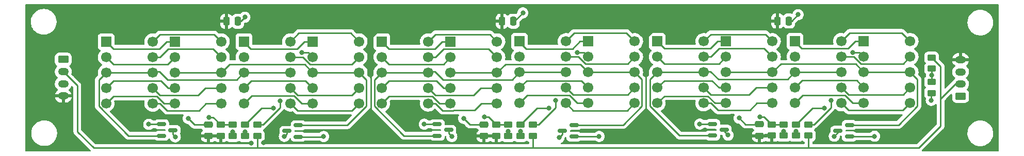
<source format=gbr>
%TF.GenerationSoftware,KiCad,Pcbnew,(6.0.0)*%
%TF.CreationDate,2023-05-02T22:40:51+02:00*%
%TF.ProjectId,7SegmentDisplay,37536567-6d65-46e7-9444-6973706c6179,rev?*%
%TF.SameCoordinates,Original*%
%TF.FileFunction,Copper,L1,Top*%
%TF.FilePolarity,Positive*%
%FSLAX46Y46*%
G04 Gerber Fmt 4.6, Leading zero omitted, Abs format (unit mm)*
G04 Created by KiCad (PCBNEW (6.0.0)) date 2023-05-02 22:40:51*
%MOMM*%
%LPD*%
G01*
G04 APERTURE LIST*
G04 Aperture macros list*
%AMRoundRect*
0 Rectangle with rounded corners*
0 $1 Rounding radius*
0 $2 $3 $4 $5 $6 $7 $8 $9 X,Y pos of 4 corners*
0 Add a 4 corners polygon primitive as box body*
4,1,4,$2,$3,$4,$5,$6,$7,$8,$9,$2,$3,0*
0 Add four circle primitives for the rounded corners*
1,1,$1+$1,$2,$3*
1,1,$1+$1,$4,$5*
1,1,$1+$1,$6,$7*
1,1,$1+$1,$8,$9*
0 Add four rect primitives between the rounded corners*
20,1,$1+$1,$2,$3,$4,$5,0*
20,1,$1+$1,$4,$5,$6,$7,0*
20,1,$1+$1,$6,$7,$8,$9,0*
20,1,$1+$1,$8,$9,$2,$3,0*%
G04 Aperture macros list end*
%TA.AperFunction,ComponentPad*%
%ADD10C,1.700000*%
%TD*%
%TA.AperFunction,ComponentPad*%
%ADD11R,1.700000X1.700000*%
%TD*%
%TA.AperFunction,SMDPad,CuDef*%
%ADD12RoundRect,0.250000X-0.450000X0.262500X-0.450000X-0.262500X0.450000X-0.262500X0.450000X0.262500X0*%
%TD*%
%TA.AperFunction,SMDPad,CuDef*%
%ADD13RoundRect,0.250000X0.250000X0.475000X-0.250000X0.475000X-0.250000X-0.475000X0.250000X-0.475000X0*%
%TD*%
%TA.AperFunction,SMDPad,CuDef*%
%ADD14RoundRect,0.250000X0.450000X-0.262500X0.450000X0.262500X-0.450000X0.262500X-0.450000X-0.262500X0*%
%TD*%
%TA.AperFunction,ComponentPad*%
%ADD15RoundRect,0.250000X0.625000X-0.350000X0.625000X0.350000X-0.625000X0.350000X-0.625000X-0.350000X0*%
%TD*%
%TA.AperFunction,ComponentPad*%
%ADD16O,1.750000X1.200000*%
%TD*%
%TA.AperFunction,SMDPad,CuDef*%
%ADD17RoundRect,0.150000X-0.587500X-0.150000X0.587500X-0.150000X0.587500X0.150000X-0.587500X0.150000X0*%
%TD*%
%TA.AperFunction,ComponentPad*%
%ADD18RoundRect,0.250000X-0.625000X0.350000X-0.625000X-0.350000X0.625000X-0.350000X0.625000X0.350000X0*%
%TD*%
%TA.AperFunction,SMDPad,CuDef*%
%ADD19RoundRect,0.250000X-0.475000X0.250000X-0.475000X-0.250000X0.475000X-0.250000X0.475000X0.250000X0*%
%TD*%
%TA.AperFunction,SMDPad,CuDef*%
%ADD20RoundRect,0.150000X0.587500X0.150000X-0.587500X0.150000X-0.587500X-0.150000X0.587500X-0.150000X0*%
%TD*%
%TA.AperFunction,ViaPad*%
%ADD21C,0.800000*%
%TD*%
%TA.AperFunction,Conductor*%
%ADD22C,0.250000*%
%TD*%
G04 APERTURE END LIST*
D10*
%TO.P,U13,10,A*%
%TO.N,Net-(U11-Pad10)*%
X195529700Y-82701900D03*
%TO.P,U13,9,B*%
%TO.N,Net-(U11-Pad9)*%
X195529700Y-85241900D03*
%TO.P,U13,8,CA*%
%TO.N,Net-(Q5-Pad2)*%
X195529700Y-87781900D03*
%TO.P,U13,7,C*%
%TO.N,Net-(U11-Pad7)*%
X195529700Y-90321900D03*
%TO.P,U13,6,DP*%
%TO.N,Net-(U11-Pad6)*%
X195529700Y-92861900D03*
%TO.P,U13,5,D*%
%TO.N,Net-(U11-Pad5)*%
X187909700Y-92861900D03*
%TO.P,U13,4,E*%
%TO.N,Net-(U11-Pad4)*%
X187909700Y-90321900D03*
%TO.P,U13,3,CA*%
%TO.N,Net-(Q5-Pad2)*%
X187909700Y-87781900D03*
%TO.P,U13,2,F*%
%TO.N,Net-(U11-Pad2)*%
X187909700Y-85241900D03*
D11*
%TO.P,U13,1,G*%
%TO.N,Net-(U11-Pad1)*%
X187909700Y-82701900D03*
%TD*%
D12*
%TO.P,R6,2*%
%TO.N,SDA*%
X88382255Y-98267144D03*
%TO.P,R6,1*%
%TO.N,Net-(R6-Pad1)*%
X88382255Y-96442144D03*
%TD*%
D10*
%TO.P,U12,10,A*%
%TO.N,Net-(U12-Pad10)*%
X161620700Y-82727300D03*
%TO.P,U12,9,B*%
%TO.N,Net-(U12-Pad9)*%
X161620700Y-85267300D03*
%TO.P,U12,8,CA*%
%TO.N,Net-(Q6-Pad2)*%
X161620700Y-87807300D03*
%TO.P,U12,7,C*%
%TO.N,Net-(U12-Pad7)*%
X161620700Y-90347300D03*
%TO.P,U12,6,DP*%
%TO.N,Net-(U12-Pad6)*%
X161620700Y-92887300D03*
%TO.P,U12,5,D*%
%TO.N,Net-(U12-Pad5)*%
X154000700Y-92887300D03*
%TO.P,U12,4,E*%
%TO.N,Net-(U12-Pad4)*%
X154000700Y-90347300D03*
%TO.P,U12,3,CA*%
%TO.N,Net-(Q6-Pad2)*%
X154000700Y-87807300D03*
%TO.P,U12,2,F*%
%TO.N,Net-(U12-Pad2)*%
X154000700Y-85267300D03*
D11*
%TO.P,U12,1,G*%
%TO.N,Net-(U12-Pad1)*%
X154000700Y-82727300D03*
%TD*%
%TO.P,U1,1,G*%
%TO.N,Net-(U1-Pad1)*%
X86172955Y-82750144D03*
D10*
%TO.P,U1,2,F*%
%TO.N,Net-(U1-Pad2)*%
X86172955Y-85290144D03*
%TO.P,U1,3,CA*%
%TO.N,Net-(Q2-Pad2)*%
X86172955Y-87830144D03*
%TO.P,U1,4,E*%
%TO.N,Net-(U1-Pad4)*%
X86172955Y-90370144D03*
%TO.P,U1,5,D*%
%TO.N,Net-(U1-Pad5)*%
X86172955Y-92910144D03*
%TO.P,U1,6,DP*%
%TO.N,Net-(U1-Pad6)*%
X93792955Y-92910144D03*
%TO.P,U1,7,C*%
%TO.N,Net-(U1-Pad7)*%
X93792955Y-90370144D03*
%TO.P,U1,8,CA*%
%TO.N,Net-(Q2-Pad2)*%
X93792955Y-87830144D03*
%TO.P,U1,9,B*%
%TO.N,Net-(U1-Pad9)*%
X93792955Y-85290144D03*
%TO.P,U1,10,A*%
%TO.N,Net-(U1-Pad10)*%
X93792955Y-82750144D03*
%TD*%
D12*
%TO.P,R8,1*%
%TO.N,Net-(R7-Pad2)*%
X127584200Y-96422895D03*
%TO.P,R8,2*%
%TO.N,GND*%
X127584200Y-98247895D03*
%TD*%
D13*
%TO.P,C4,1*%
%TO.N,+5V*%
X130413800Y-79402995D03*
%TO.P,C4,2*%
%TO.N,GND*%
X128513800Y-79402995D03*
%TD*%
D10*
%TO.P,U3,10,A*%
%TO.N,Net-(U1-Pad10)*%
X105095955Y-82750144D03*
%TO.P,U3,9,B*%
%TO.N,Net-(U1-Pad9)*%
X105095955Y-85290144D03*
%TO.P,U3,8,CA*%
%TO.N,Net-(Q1-Pad2)*%
X105095955Y-87830144D03*
%TO.P,U3,7,C*%
%TO.N,Net-(U1-Pad7)*%
X105095955Y-90370144D03*
%TO.P,U3,6,DP*%
%TO.N,Net-(U1-Pad6)*%
X105095955Y-92910144D03*
%TO.P,U3,5,D*%
%TO.N,Net-(U1-Pad5)*%
X97475955Y-92910144D03*
%TO.P,U3,4,E*%
%TO.N,Net-(U1-Pad4)*%
X97475955Y-90370144D03*
%TO.P,U3,3,CA*%
%TO.N,Net-(Q1-Pad2)*%
X97475955Y-87830144D03*
%TO.P,U3,2,F*%
%TO.N,Net-(U1-Pad2)*%
X97475955Y-85290144D03*
D11*
%TO.P,U3,1,G*%
%TO.N,Net-(U1-Pad1)*%
X97475955Y-82750144D03*
%TD*%
D14*
%TO.P,R3,2*%
%TO.N,Net-(R3-Pad2)*%
X84343655Y-96442144D03*
%TO.P,R3,1*%
%TO.N,+5V*%
X84343655Y-98267144D03*
%TD*%
D10*
%TO.P,U11,10,A*%
%TO.N,Net-(U11-Pad10)*%
X184226700Y-82701900D03*
%TO.P,U11,9,B*%
%TO.N,Net-(U11-Pad9)*%
X184226700Y-85241900D03*
%TO.P,U11,8,CA*%
%TO.N,Net-(Q6-Pad2)*%
X184226700Y-87781900D03*
%TO.P,U11,7,C*%
%TO.N,Net-(U11-Pad7)*%
X184226700Y-90321900D03*
%TO.P,U11,6,DP*%
%TO.N,Net-(U11-Pad6)*%
X184226700Y-92861900D03*
%TO.P,U11,5,D*%
%TO.N,Net-(U11-Pad5)*%
X176606700Y-92861900D03*
%TO.P,U11,4,E*%
%TO.N,Net-(U11-Pad4)*%
X176606700Y-90321900D03*
%TO.P,U11,3,CA*%
%TO.N,Net-(Q6-Pad2)*%
X176606700Y-87781900D03*
%TO.P,U11,2,F*%
%TO.N,Net-(U11-Pad2)*%
X176606700Y-85241900D03*
D11*
%TO.P,U11,1,G*%
%TO.N,Net-(U11-Pad1)*%
X176606700Y-82701900D03*
%TD*%
D15*
%TO.P,J2,1,Pin_1*%
%TO.N,SCL*%
X203798000Y-91747600D03*
D16*
%TO.P,J2,2,Pin_2*%
%TO.N,SDA*%
X203798000Y-89747600D03*
%TO.P,J2,3,Pin_3*%
%TO.N,+5V*%
X203798000Y-87747600D03*
%TO.P,J2,4,Pin_4*%
%TO.N,GND*%
X203798000Y-85747600D03*
%TD*%
D17*
%TO.P,Q6,3,C*%
%TO.N,+5V*%
X164970700Y-97255600D03*
%TO.P,Q6,2,E*%
%TO.N,Net-(Q6-Pad2)*%
X163095700Y-98205600D03*
%TO.P,Q6,1,B*%
%TO.N,Net-(Q6-Pad1)*%
X163095700Y-96305600D03*
%TD*%
D18*
%TO.P,J1,1,Pin_1*%
%TO.N,SCL*%
X56526600Y-85696800D03*
D16*
%TO.P,J1,2,Pin_2*%
%TO.N,SDA*%
X56526600Y-87696800D03*
%TO.P,J1,3,Pin_3*%
%TO.N,+5V*%
X56526600Y-89696800D03*
%TO.P,J1,4,Pin_4*%
%TO.N,GND*%
X56526600Y-91696800D03*
%TD*%
D14*
%TO.P,R7,1*%
%TO.N,+5V*%
X129565400Y-98247895D03*
%TO.P,R7,2*%
%TO.N,Net-(R7-Pad2)*%
X129565400Y-96422895D03*
%TD*%
D13*
%TO.P,C2,2*%
%TO.N,GND*%
X83292055Y-79422244D03*
%TO.P,C2,1*%
%TO.N,+5V*%
X85192055Y-79422244D03*
%TD*%
D19*
%TO.P,C3,1*%
%TO.N,Net-(C3-Pad1)*%
X125577600Y-96375195D03*
%TO.P,C3,2*%
%TO.N,GND*%
X125577600Y-98275195D03*
%TD*%
D12*
%TO.P,R2,1*%
%TO.N,+5V*%
X199034400Y-89384500D03*
%TO.P,R2,2*%
%TO.N,SCL*%
X199034400Y-91209500D03*
%TD*%
D11*
%TO.P,U6,1,G*%
%TO.N,Net-(U6-Pad1)*%
X131394700Y-82730895D03*
D10*
%TO.P,U6,2,F*%
%TO.N,Net-(U6-Pad2)*%
X131394700Y-85270895D03*
%TO.P,U6,3,CA*%
%TO.N,Net-(Q4-Pad2)*%
X131394700Y-87810895D03*
%TO.P,U6,4,E*%
%TO.N,Net-(U6-Pad4)*%
X131394700Y-90350895D03*
%TO.P,U6,5,D*%
%TO.N,Net-(U6-Pad5)*%
X131394700Y-92890895D03*
%TO.P,U6,6,DP*%
%TO.N,Net-(U6-Pad6)*%
X139014700Y-92890895D03*
%TO.P,U6,7,C*%
%TO.N,Net-(U6-Pad7)*%
X139014700Y-90350895D03*
%TO.P,U6,8,CA*%
%TO.N,Net-(Q4-Pad2)*%
X139014700Y-87810895D03*
%TO.P,U6,9,B*%
%TO.N,Net-(U6-Pad9)*%
X139014700Y-85270895D03*
%TO.P,U6,10,A*%
%TO.N,Net-(U6-Pad10)*%
X139014700Y-82730895D03*
%TD*%
%TO.P,U5,10,A*%
%TO.N,Net-(U2-Pad10)*%
X82489455Y-82775544D03*
%TO.P,U5,9,B*%
%TO.N,Net-(U2-Pad9)*%
X82489455Y-85315544D03*
%TO.P,U5,8,CA*%
%TO.N,Net-(Q1-Pad2)*%
X82489455Y-87855544D03*
%TO.P,U5,7,C*%
%TO.N,Net-(U2-Pad7)*%
X82489455Y-90395544D03*
%TO.P,U5,6,DP*%
%TO.N,Net-(U2-Pad6)*%
X82489455Y-92935544D03*
%TO.P,U5,5,D*%
%TO.N,Net-(U2-Pad5)*%
X74869455Y-92935544D03*
%TO.P,U5,4,E*%
%TO.N,Net-(U2-Pad4)*%
X74869455Y-90395544D03*
%TO.P,U5,3,CA*%
%TO.N,Net-(Q1-Pad2)*%
X74869455Y-87855544D03*
%TO.P,U5,2,F*%
%TO.N,Net-(U2-Pad2)*%
X74869455Y-85315544D03*
D11*
%TO.P,U5,1,G*%
%TO.N,Net-(U2-Pad1)*%
X74869455Y-82775544D03*
%TD*%
D12*
%TO.P,R4,2*%
%TO.N,GND*%
X82362455Y-98267144D03*
%TO.P,R4,1*%
%TO.N,Net-(R3-Pad2)*%
X82362455Y-96442144D03*
%TD*%
%TO.P,R14,2*%
%TO.N,SDA*%
X178816000Y-98218900D03*
%TO.P,R14,1*%
%TO.N,Net-(R14-Pad1)*%
X178816000Y-96393900D03*
%TD*%
D19*
%TO.P,C1,2*%
%TO.N,GND*%
X80355855Y-98294444D03*
%TO.P,C1,1*%
%TO.N,Net-(C1-Pad1)*%
X80355855Y-96394444D03*
%TD*%
%TO.P,C5,2*%
%TO.N,GND*%
X170789600Y-98246200D03*
%TO.P,C5,1*%
%TO.N,Net-(C5-Pad1)*%
X170789600Y-96346200D03*
%TD*%
D10*
%TO.P,U2,10,A*%
%TO.N,Net-(U2-Pad10)*%
X71186955Y-82775544D03*
%TO.P,U2,9,B*%
%TO.N,Net-(U2-Pad9)*%
X71186955Y-85315544D03*
%TO.P,U2,8,CA*%
%TO.N,Net-(Q2-Pad2)*%
X71186955Y-87855544D03*
%TO.P,U2,7,C*%
%TO.N,Net-(U2-Pad7)*%
X71186955Y-90395544D03*
%TO.P,U2,6,DP*%
%TO.N,Net-(U2-Pad6)*%
X71186955Y-92935544D03*
%TO.P,U2,5,D*%
%TO.N,Net-(U2-Pad5)*%
X63566955Y-92935544D03*
%TO.P,U2,4,E*%
%TO.N,Net-(U2-Pad4)*%
X63566955Y-90395544D03*
%TO.P,U2,3,CA*%
%TO.N,Net-(Q2-Pad2)*%
X63566955Y-87855544D03*
%TO.P,U2,2,F*%
%TO.N,Net-(U2-Pad2)*%
X63566955Y-85315544D03*
D11*
%TO.P,U2,1,G*%
%TO.N,Net-(U2-Pad1)*%
X63566955Y-82775544D03*
%TD*%
D14*
%TO.P,R13,2*%
%TO.N,Net-(R13-Pad2)*%
X176784000Y-96393900D03*
%TO.P,R13,1*%
%TO.N,SCL*%
X176784000Y-98218900D03*
%TD*%
D20*
%TO.P,Q5,3,C*%
%TO.N,+5V*%
X183669700Y-97408000D03*
%TO.P,Q5,2,E*%
%TO.N,Net-(Q5-Pad2)*%
X185544700Y-96458000D03*
%TO.P,Q5,1,B*%
%TO.N,Net-(Q5-Pad1)*%
X185544700Y-98358000D03*
%TD*%
D12*
%TO.P,R12,2*%
%TO.N,GND*%
X172796200Y-98218900D03*
%TO.P,R12,1*%
%TO.N,Net-(R11-Pad2)*%
X172796200Y-96393900D03*
%TD*%
D10*
%TO.P,U15,10,A*%
%TO.N,Net-(U12-Pad10)*%
X172923200Y-82727300D03*
%TO.P,U15,9,B*%
%TO.N,Net-(U12-Pad9)*%
X172923200Y-85267300D03*
%TO.P,U15,8,CA*%
%TO.N,Net-(Q5-Pad2)*%
X172923200Y-87807300D03*
%TO.P,U15,7,C*%
%TO.N,Net-(U12-Pad7)*%
X172923200Y-90347300D03*
%TO.P,U15,6,DP*%
%TO.N,Net-(U12-Pad6)*%
X172923200Y-92887300D03*
%TO.P,U15,5,D*%
%TO.N,Net-(U12-Pad5)*%
X165303200Y-92887300D03*
%TO.P,U15,4,E*%
%TO.N,Net-(U12-Pad4)*%
X165303200Y-90347300D03*
%TO.P,U15,3,CA*%
%TO.N,Net-(Q5-Pad2)*%
X165303200Y-87807300D03*
%TO.P,U15,2,F*%
%TO.N,Net-(U12-Pad2)*%
X165303200Y-85267300D03*
D11*
%TO.P,U15,1,G*%
%TO.N,Net-(U12-Pad1)*%
X165303200Y-82727300D03*
%TD*%
D12*
%TO.P,R10,1*%
%TO.N,Net-(R10-Pad1)*%
X133604000Y-96422895D03*
%TO.P,R10,2*%
%TO.N,SDA*%
X133604000Y-98247895D03*
%TD*%
D11*
%TO.P,U8,1,G*%
%TO.N,Net-(U6-Pad1)*%
X142697700Y-82730895D03*
D10*
%TO.P,U8,2,F*%
%TO.N,Net-(U6-Pad2)*%
X142697700Y-85270895D03*
%TO.P,U8,3,CA*%
%TO.N,Net-(Q3-Pad2)*%
X142697700Y-87810895D03*
%TO.P,U8,4,E*%
%TO.N,Net-(U6-Pad4)*%
X142697700Y-90350895D03*
%TO.P,U8,5,D*%
%TO.N,Net-(U6-Pad5)*%
X142697700Y-92890895D03*
%TO.P,U8,6,DP*%
%TO.N,Net-(U6-Pad6)*%
X150317700Y-92890895D03*
%TO.P,U8,7,C*%
%TO.N,Net-(U6-Pad7)*%
X150317700Y-90350895D03*
%TO.P,U8,8,CA*%
%TO.N,Net-(Q3-Pad2)*%
X150317700Y-87810895D03*
%TO.P,U8,9,B*%
%TO.N,Net-(U6-Pad9)*%
X150317700Y-85270895D03*
%TO.P,U8,10,A*%
%TO.N,Net-(U6-Pad10)*%
X150317700Y-82730895D03*
%TD*%
D14*
%TO.P,R1,1*%
%TO.N,+5V*%
X199034400Y-87221700D03*
%TO.P,R1,2*%
%TO.N,SDA*%
X199034400Y-85396700D03*
%TD*%
D17*
%TO.P,Q4,1,B*%
%TO.N,Net-(Q4-Pad1)*%
X117883700Y-96334595D03*
%TO.P,Q4,2,E*%
%TO.N,Net-(Q4-Pad2)*%
X117883700Y-98234595D03*
%TO.P,Q4,3,C*%
%TO.N,+5V*%
X119758700Y-97284595D03*
%TD*%
D11*
%TO.P,U10,1,G*%
%TO.N,Net-(U10-Pad1)*%
X120091200Y-82756295D03*
D10*
%TO.P,U10,2,F*%
%TO.N,Net-(U10-Pad2)*%
X120091200Y-85296295D03*
%TO.P,U10,3,CA*%
%TO.N,Net-(Q3-Pad2)*%
X120091200Y-87836295D03*
%TO.P,U10,4,E*%
%TO.N,Net-(U10-Pad4)*%
X120091200Y-90376295D03*
%TO.P,U10,5,D*%
%TO.N,Net-(U10-Pad5)*%
X120091200Y-92916295D03*
%TO.P,U10,6,DP*%
%TO.N,Net-(U10-Pad6)*%
X127711200Y-92916295D03*
%TO.P,U10,7,C*%
%TO.N,Net-(U10-Pad7)*%
X127711200Y-90376295D03*
%TO.P,U10,8,CA*%
%TO.N,Net-(Q3-Pad2)*%
X127711200Y-87836295D03*
%TO.P,U10,9,B*%
%TO.N,Net-(U10-Pad9)*%
X127711200Y-85296295D03*
%TO.P,U10,10,A*%
%TO.N,Net-(U10-Pad10)*%
X127711200Y-82756295D03*
%TD*%
D14*
%TO.P,R9,1*%
%TO.N,SCL*%
X131572000Y-98247895D03*
%TO.P,R9,2*%
%TO.N,Net-(R9-Pad2)*%
X131572000Y-96422895D03*
%TD*%
D20*
%TO.P,Q3,1,B*%
%TO.N,Net-(Q3-Pad1)*%
X140332700Y-98386995D03*
%TO.P,Q3,2,E*%
%TO.N,Net-(Q3-Pad2)*%
X140332700Y-96486995D03*
%TO.P,Q3,3,C*%
%TO.N,+5V*%
X138457700Y-97436995D03*
%TD*%
D11*
%TO.P,U7,1,G*%
%TO.N,Net-(U10-Pad1)*%
X108788700Y-82756295D03*
D10*
%TO.P,U7,2,F*%
%TO.N,Net-(U10-Pad2)*%
X108788700Y-85296295D03*
%TO.P,U7,3,CA*%
%TO.N,Net-(Q4-Pad2)*%
X108788700Y-87836295D03*
%TO.P,U7,4,E*%
%TO.N,Net-(U10-Pad4)*%
X108788700Y-90376295D03*
%TO.P,U7,5,D*%
%TO.N,Net-(U10-Pad5)*%
X108788700Y-92916295D03*
%TO.P,U7,6,DP*%
%TO.N,Net-(U10-Pad6)*%
X116408700Y-92916295D03*
%TO.P,U7,7,C*%
%TO.N,Net-(U10-Pad7)*%
X116408700Y-90376295D03*
%TO.P,U7,8,CA*%
%TO.N,Net-(Q4-Pad2)*%
X116408700Y-87836295D03*
%TO.P,U7,9,B*%
%TO.N,Net-(U10-Pad9)*%
X116408700Y-85296295D03*
%TO.P,U7,10,A*%
%TO.N,Net-(U10-Pad10)*%
X116408700Y-82756295D03*
%TD*%
D13*
%TO.P,C6,2*%
%TO.N,GND*%
X173725800Y-79374000D03*
%TO.P,C6,1*%
%TO.N,+5V*%
X175625800Y-79374000D03*
%TD*%
D14*
%TO.P,R5,2*%
%TO.N,Net-(R5-Pad2)*%
X86350255Y-96442144D03*
%TO.P,R5,1*%
%TO.N,SCL*%
X86350255Y-98267144D03*
%TD*%
D17*
%TO.P,Q2,3,C*%
%TO.N,+5V*%
X74536955Y-97303844D03*
%TO.P,Q2,2,E*%
%TO.N,Net-(Q2-Pad2)*%
X72661955Y-98253844D03*
%TO.P,Q2,1,B*%
%TO.N,Net-(Q2-Pad1)*%
X72661955Y-96353844D03*
%TD*%
D20*
%TO.P,Q1,3,C*%
%TO.N,+5V*%
X93235955Y-97456244D03*
%TO.P,Q1,2,E*%
%TO.N,Net-(Q1-Pad2)*%
X95110955Y-96506244D03*
%TO.P,Q1,1,B*%
%TO.N,Net-(Q1-Pad1)*%
X95110955Y-98406244D03*
%TD*%
D14*
%TO.P,R11,2*%
%TO.N,Net-(R11-Pad2)*%
X174777400Y-96393900D03*
%TO.P,R11,1*%
%TO.N,+5V*%
X174777400Y-98218900D03*
%TD*%
D21*
%TO.N,+5V*%
X199034400Y-88290400D03*
%TO.N,SCL*%
X198983600Y-92430600D03*
%TO.N,GND*%
X172084000Y-79374000D03*
X89408000Y-99415600D03*
X87401400Y-99441000D03*
%TO.N,+5V*%
X177114200Y-78333600D03*
X174777400Y-97505900D03*
X183057800Y-98323400D03*
X165633400Y-98145600D03*
%TO.N,SCL*%
X176784000Y-97505900D03*
X131572000Y-97534895D03*
%TO.N,+5V*%
X131953000Y-78028800D03*
%TO.N,GND*%
X125806200Y-78867000D03*
%TO.N,+5V*%
X129565400Y-97534895D03*
X137896600Y-98552000D03*
X120294400Y-98374200D03*
%TO.N,SCL*%
X86360000Y-97554144D03*
%TO.N,+5V*%
X92811600Y-98348800D03*
X74904600Y-98425000D03*
X84328000Y-97554144D03*
X86334600Y-78740000D03*
%TO.N,GND*%
X81635600Y-78943200D03*
%TO.N,Net-(U11-Pad2)*%
X186065483Y-84517400D03*
%TO.N,Net-(R14-Pad1)*%
X182524400Y-92429600D03*
%TO.N,Net-(R13-Pad2)*%
X181406800Y-93674200D03*
%TO.N,Net-(R11-Pad2)*%
X170865800Y-95147400D03*
%TO.N,Net-(Q6-Pad1)*%
X160985200Y-96315800D03*
%TO.N,Net-(Q5-Pad1)*%
X189687200Y-98322400D03*
%TO.N,Net-(C5-Pad1)*%
X167462200Y-95350600D03*
%TO.N,Net-(U1-Pad2)*%
X95631738Y-84565644D03*
%TO.N,Net-(R6-Pad1)*%
X92090655Y-92477844D03*
%TO.N,Net-(R5-Pad2)*%
X90973055Y-93722444D03*
%TO.N,Net-(R3-Pad2)*%
X80432055Y-95195644D03*
%TO.N,Net-(Q2-Pad1)*%
X70551455Y-96364044D03*
%TO.N,Net-(Q1-Pad1)*%
X99253455Y-98370644D03*
%TO.N,Net-(C1-Pad1)*%
X77028455Y-95398844D03*
%TO.N,Net-(C3-Pad1)*%
X122250200Y-95379595D03*
%TO.N,Net-(Q3-Pad1)*%
X144475200Y-98351395D03*
%TO.N,Net-(Q4-Pad1)*%
X115773200Y-96344795D03*
%TO.N,Net-(R7-Pad2)*%
X125653800Y-95176395D03*
%TO.N,Net-(R9-Pad2)*%
X136194800Y-93703195D03*
%TO.N,Net-(R10-Pad1)*%
X137312400Y-92458595D03*
%TO.N,Net-(U6-Pad2)*%
X140853483Y-84546395D03*
%TD*%
D22*
%TO.N,+5V*%
X199034400Y-88290400D02*
X199034400Y-89384500D01*
%TO.N,SDA*%
X200507600Y-86869900D02*
X200507600Y-92176600D01*
X199034400Y-85396700D02*
X200507600Y-86869900D01*
%TO.N,+5V*%
X199034400Y-87221700D02*
X199034400Y-88392000D01*
%TO.N,SCL*%
X198983600Y-91260300D02*
X199034400Y-91209500D01*
X198983600Y-92430600D02*
X198983600Y-91260300D01*
%TO.N,SDA*%
X202936600Y-89747600D02*
X203798000Y-89747600D01*
X201237600Y-91446600D02*
X202936600Y-89747600D01*
X196926200Y-100253800D02*
X178841400Y-100253800D01*
X201237600Y-91446600D02*
X200507600Y-92176600D01*
X200507600Y-92176600D02*
X200507600Y-96672400D01*
X200507600Y-96672400D02*
X196926200Y-100253800D01*
%TO.N,Net-(U1-Pad10)*%
X103702011Y-81356200D02*
X105095955Y-82750144D01*
X95186899Y-81356200D02*
X103702011Y-81356200D01*
X93792955Y-82750144D02*
X95186899Y-81356200D01*
%TO.N,Net-(U6-Pad10)*%
X148943005Y-81356200D02*
X150317700Y-82730895D01*
X139014700Y-82730895D02*
X140389395Y-81356200D01*
X140389395Y-81356200D02*
X148943005Y-81356200D01*
%TO.N,Net-(U11-Pad10)*%
X194158600Y-81330800D02*
X195529700Y-82701900D01*
X185597800Y-81330800D02*
X194158600Y-81330800D01*
X184226700Y-82701900D02*
X185597800Y-81330800D01*
%TO.N,GND*%
X172084000Y-79374000D02*
X155004978Y-79374000D01*
X173725800Y-79374000D02*
X172084000Y-79374000D01*
X152171400Y-94945200D02*
X156718000Y-99491800D01*
X155004978Y-79374000D02*
X152171400Y-82207578D01*
X152171400Y-82207578D02*
X152171400Y-94945200D01*
X106984800Y-95123000D02*
X110960511Y-99098711D01*
X106984800Y-82211173D02*
X106984800Y-95123000D01*
X125806200Y-78867000D02*
X110328973Y-78867000D01*
X110328973Y-78867000D02*
X106984800Y-82211173D01*
%TO.N,+5V*%
X176073800Y-79374000D02*
X177114200Y-78333600D01*
X175625800Y-79374000D02*
X176073800Y-79374000D01*
X174777400Y-98218900D02*
X174777400Y-97505900D01*
X183669700Y-97711500D02*
X183057800Y-98323400D01*
X183669700Y-97408000D02*
X183669700Y-97711500D01*
X164970700Y-97482900D02*
X165633400Y-98145600D01*
X164970700Y-97255600D02*
X164970700Y-97482900D01*
%TO.N,SCL*%
X176784000Y-98218900D02*
X176784000Y-97505900D01*
X131572000Y-98247895D02*
X131572000Y-97534895D01*
%TO.N,+5V*%
X130578805Y-79402995D02*
X131953000Y-78028800D01*
X130413800Y-79402995D02*
X130578805Y-79402995D01*
X129565400Y-98247895D02*
X129565400Y-97534895D01*
X138457700Y-97990900D02*
X137896600Y-98552000D01*
X138457700Y-97436995D02*
X138457700Y-97990900D01*
X119758700Y-97838500D02*
X120294400Y-98374200D01*
X119758700Y-97284595D02*
X119758700Y-97838500D01*
%TO.N,SCL*%
X86350255Y-97563889D02*
X86360000Y-97554144D01*
X86350255Y-98267144D02*
X86350255Y-97563889D01*
%TO.N,+5V*%
X93235955Y-97924445D02*
X92811600Y-98348800D01*
X93235955Y-97456244D02*
X93235955Y-97924445D01*
X74536955Y-98057355D02*
X74904600Y-98425000D01*
X74536955Y-97303844D02*
X74536955Y-98057355D01*
X84343655Y-97569799D02*
X84328000Y-97554144D01*
X84343655Y-98267144D02*
X84343655Y-97569799D01*
X85652356Y-79422244D02*
X86334600Y-78740000D01*
X85192055Y-79422244D02*
X85652356Y-79422244D01*
%TO.N,GND*%
X82143600Y-79451200D02*
X83263099Y-79451200D01*
X81635600Y-78943200D02*
X82143600Y-79451200D01*
X83263099Y-79451200D02*
X83292055Y-79422244D01*
%TO.N,SDA*%
X178816000Y-100228400D02*
X178841400Y-100253800D01*
X178816000Y-98218900D02*
X178816000Y-100228400D01*
X133578600Y-100253800D02*
X178841400Y-100253800D01*
X133604000Y-100228400D02*
X133578600Y-100253800D01*
X133604000Y-98247895D02*
X133604000Y-100228400D01*
X88468200Y-100253800D02*
X133578600Y-100253800D01*
X88382255Y-100167855D02*
X88468200Y-100253800D01*
X61518800Y-100253800D02*
X88468200Y-100253800D01*
X88382255Y-98267144D02*
X88382255Y-100167855D01*
X58826400Y-97561400D02*
X61518800Y-100253800D01*
X58826400Y-89992200D02*
X58826400Y-97561400D01*
X57730520Y-88896320D02*
X58826400Y-89992200D01*
X57726120Y-88896320D02*
X57730520Y-88896320D01*
X56526600Y-87696800D02*
X57726120Y-88896320D01*
%TO.N,Net-(U12-Pad10)*%
X161620700Y-82727300D02*
X162795211Y-81552789D01*
X162795211Y-81552789D02*
X171748689Y-81552789D01*
X171748689Y-81552789D02*
X172923200Y-82727300D01*
%TO.N,Net-(U12-Pad9)*%
X171557711Y-83901811D02*
X172923200Y-85267300D01*
X164188270Y-83901811D02*
X171557711Y-83901811D01*
X162822781Y-85267300D02*
X164188270Y-83901811D01*
X161620700Y-85267300D02*
X162822781Y-85267300D01*
%TO.N,Net-(U12-Pad7)*%
X161620700Y-90347300D02*
X162795211Y-91521811D01*
X170255700Y-90347300D02*
X172923200Y-90347300D01*
X162795211Y-91521811D02*
X169081189Y-91521811D01*
X169081189Y-91521811D02*
X170255700Y-90347300D01*
%TO.N,Net-(U12-Pad6)*%
X165811200Y-94040310D02*
X169229690Y-94040310D01*
X164014411Y-94061811D02*
X165789699Y-94061811D01*
X161620700Y-92887300D02*
X162839900Y-92887300D01*
X162839900Y-92887300D02*
X164014411Y-94061811D01*
X169229690Y-94040310D02*
X170382700Y-92887300D01*
X165789699Y-94061811D02*
X165811200Y-94040310D01*
X170382700Y-92887300D02*
X172923200Y-92887300D01*
%TO.N,Net-(U12-Pad5)*%
X163500300Y-92887300D02*
X165303200Y-92887300D01*
X162325789Y-91712789D02*
X163500300Y-92887300D01*
X155175211Y-91712789D02*
X162325789Y-91712789D01*
X154000700Y-92887300D02*
X155175211Y-91712789D01*
%TO.N,Net-(U12-Pad4)*%
X164160700Y-90347300D02*
X165303200Y-90347300D01*
X154000700Y-90347300D02*
X155175211Y-89172789D01*
X155175211Y-89172789D02*
X162986189Y-89172789D01*
X162986189Y-89172789D02*
X164160700Y-90347300D01*
%TO.N,Net-(U12-Pad2)*%
X154000700Y-85267300D02*
X155175211Y-86441811D01*
X155175211Y-86441811D02*
X164128689Y-86441811D01*
X164128689Y-86441811D02*
X165303200Y-85267300D01*
%TO.N,Net-(U12-Pad1)*%
X162731189Y-83901811D02*
X163905700Y-82727300D01*
X154000700Y-82727300D02*
X155175211Y-83901811D01*
X163905700Y-82727300D02*
X165303200Y-82727300D01*
X155175211Y-83901811D02*
X162731189Y-83901811D01*
%TO.N,Net-(U11-Pad9)*%
X194355189Y-86416411D02*
X195529700Y-85241900D01*
X186248690Y-85241900D02*
X187423201Y-86416411D01*
X187423201Y-86416411D02*
X194355189Y-86416411D01*
X184226700Y-85241900D02*
X186248690Y-85241900D01*
%TO.N,Net-(U11-Pad7)*%
X185401211Y-91496411D02*
X194355189Y-91496411D01*
X194355189Y-91496411D02*
X195529700Y-90321900D01*
X184226700Y-90321900D02*
X185401211Y-91496411D01*
%TO.N,Net-(U11-Pad6)*%
X194336400Y-94055200D02*
X195529700Y-92861900D01*
X184226700Y-92861900D02*
X185420000Y-94055200D01*
X185420000Y-94055200D02*
X194336400Y-94055200D01*
%TO.N,Net-(U11-Pad5)*%
X177877200Y-91591400D02*
X184860482Y-91591400D01*
X186130982Y-92861900D02*
X187909700Y-92861900D01*
X184860482Y-91591400D02*
X186130982Y-92861900D01*
X176606700Y-92861900D02*
X177877200Y-91591400D01*
%TO.N,Net-(U11-Pad4)*%
X177781211Y-89147389D02*
X186735189Y-89147389D01*
X186735189Y-89147389D02*
X187909700Y-90321900D01*
X176606700Y-90321900D02*
X177781211Y-89147389D01*
%TO.N,Net-(U11-Pad2)*%
X187909700Y-85241900D02*
X187185200Y-84517400D01*
X187185200Y-84517400D02*
X186065483Y-84517400D01*
%TO.N,Net-(U11-Pad1)*%
X185337189Y-83901811D02*
X186537100Y-82701900D01*
X186537100Y-82701900D02*
X187909700Y-82701900D01*
X176568200Y-82727300D02*
X177742711Y-83901811D01*
X177742711Y-83901811D02*
X185337189Y-83901811D01*
%TO.N,Net-(R14-Pad1)*%
X182524400Y-92429600D02*
X182524400Y-93581214D01*
X182524400Y-93581214D02*
X179711714Y-96393900D01*
X179711714Y-96393900D02*
X178816000Y-96393900D01*
%TO.N,Net-(R13-Pad2)*%
X179503700Y-93674200D02*
X176784000Y-96393900D01*
X181406800Y-93674200D02*
X179503700Y-93674200D01*
%TO.N,Net-(R11-Pad2)*%
X170865800Y-95147400D02*
X171549700Y-95147400D01*
X174777400Y-96393900D02*
X172796200Y-96393900D01*
X171549700Y-95147400D02*
X172796200Y-96393900D01*
%TO.N,Net-(Q6-Pad2)*%
X163095700Y-98205600D02*
X157657990Y-98205600D01*
X157657990Y-98205600D02*
X152806400Y-93354010D01*
X152806400Y-93354010D02*
X152806400Y-89001600D01*
X175393689Y-88981811D02*
X176568200Y-87807300D01*
X175393689Y-88981811D02*
X164065211Y-88981811D01*
X154000700Y-87807300D02*
X161620700Y-87807300D01*
X176606700Y-87781900D02*
X184226700Y-87781900D01*
X161748200Y-87679800D02*
X161620700Y-87807300D01*
X164065211Y-88981811D02*
X162763200Y-87679800D01*
X152806400Y-89001600D02*
X154000700Y-87807300D01*
X162763200Y-87679800D02*
X161748200Y-87679800D01*
%TO.N,Net-(Q6-Pad1)*%
X163085500Y-96315800D02*
X163095700Y-96305600D01*
X160985200Y-96315800D02*
X163085500Y-96315800D01*
%TO.N,Net-(Q5-Pad2)*%
X196704211Y-93348399D02*
X196704211Y-88956411D01*
X174288689Y-86441811D02*
X186569611Y-86441811D01*
X165303200Y-87807300D02*
X172923200Y-87807300D01*
X193594610Y-96458000D02*
X196704211Y-93348399D01*
X185544700Y-96458000D02*
X193594610Y-96458000D01*
X186569611Y-86441811D02*
X187909700Y-87781900D01*
X172923200Y-87807300D02*
X174288689Y-86441811D01*
X196704211Y-88956411D02*
X195529700Y-87781900D01*
X187909700Y-87781900D02*
X195529700Y-87781900D01*
%TO.N,Net-(Q5-Pad1)*%
X189687200Y-98322400D02*
X189651600Y-98358000D01*
X189651600Y-98358000D02*
X185544700Y-98358000D01*
%TO.N,Net-(C5-Pad1)*%
X168493400Y-96381800D02*
X167462200Y-95350600D01*
X170754000Y-96381800D02*
X170789600Y-96346200D01*
X168493400Y-96381800D02*
X170754000Y-96381800D01*
%TO.N,Net-(U2-Pad10)*%
X71186955Y-82775544D02*
X72361466Y-81601033D01*
X72361466Y-81601033D02*
X81314944Y-81601033D01*
X81314944Y-81601033D02*
X82489455Y-82775544D01*
%TO.N,Net-(U2-Pad9)*%
X81123966Y-83950055D02*
X82489455Y-85315544D01*
X73754525Y-83950055D02*
X81123966Y-83950055D01*
X72389036Y-85315544D02*
X73754525Y-83950055D01*
X71186955Y-85315544D02*
X72389036Y-85315544D01*
%TO.N,Net-(U2-Pad7)*%
X71186955Y-90395544D02*
X72361466Y-91570055D01*
X79821955Y-90395544D02*
X82489455Y-90395544D01*
X72361466Y-91570055D02*
X78647444Y-91570055D01*
X78647444Y-91570055D02*
X79821955Y-90395544D01*
%TO.N,Net-(U2-Pad6)*%
X75377455Y-94088554D02*
X78795945Y-94088554D01*
X73580666Y-94110055D02*
X75355954Y-94110055D01*
X71186955Y-92935544D02*
X72406155Y-92935544D01*
X72406155Y-92935544D02*
X73580666Y-94110055D01*
X78795945Y-94088554D02*
X79948955Y-92935544D01*
X75355954Y-94110055D02*
X75377455Y-94088554D01*
X79948955Y-92935544D02*
X82489455Y-92935544D01*
%TO.N,Net-(U2-Pad5)*%
X73066555Y-92935544D02*
X74869455Y-92935544D01*
X71892044Y-91761033D02*
X73066555Y-92935544D01*
X64741466Y-91761033D02*
X71892044Y-91761033D01*
X63566955Y-92935544D02*
X64741466Y-91761033D01*
%TO.N,Net-(U2-Pad4)*%
X73726955Y-90395544D02*
X74869455Y-90395544D01*
X63566955Y-90395544D02*
X64741466Y-89221033D01*
X64741466Y-89221033D02*
X72552444Y-89221033D01*
X72552444Y-89221033D02*
X73726955Y-90395544D01*
%TO.N,Net-(U2-Pad2)*%
X63566955Y-85315544D02*
X64741466Y-86490055D01*
X64741466Y-86490055D02*
X73694944Y-86490055D01*
X73694944Y-86490055D02*
X74869455Y-85315544D01*
%TO.N,Net-(U2-Pad1)*%
X72297444Y-83950055D02*
X73471955Y-82775544D01*
X63566955Y-82775544D02*
X64741466Y-83950055D01*
X73471955Y-82775544D02*
X74869455Y-82775544D01*
X64741466Y-83950055D02*
X72297444Y-83950055D01*
%TO.N,Net-(U1-Pad9)*%
X103921444Y-86464655D02*
X105095955Y-85290144D01*
X95814945Y-85290144D02*
X96989456Y-86464655D01*
X96989456Y-86464655D02*
X103921444Y-86464655D01*
X93792955Y-85290144D02*
X95814945Y-85290144D01*
%TO.N,Net-(U1-Pad7)*%
X94967466Y-91544655D02*
X103921444Y-91544655D01*
X103921444Y-91544655D02*
X105095955Y-90370144D01*
X93792955Y-90370144D02*
X94967466Y-91544655D01*
%TO.N,Net-(U1-Pad6)*%
X103902655Y-94103444D02*
X105095955Y-92910144D01*
X93792955Y-92910144D02*
X94986255Y-94103444D01*
X94986255Y-94103444D02*
X103902655Y-94103444D01*
%TO.N,Net-(U1-Pad5)*%
X87443455Y-91639644D02*
X94426737Y-91639644D01*
X95697237Y-92910144D02*
X97475955Y-92910144D01*
X94426737Y-91639644D02*
X95697237Y-92910144D01*
X86172955Y-92910144D02*
X87443455Y-91639644D01*
%TO.N,Net-(U1-Pad4)*%
X87347466Y-89195633D02*
X96301444Y-89195633D01*
X96301444Y-89195633D02*
X97475955Y-90370144D01*
X86172955Y-90370144D02*
X87347466Y-89195633D01*
%TO.N,Net-(U1-Pad2)*%
X97475955Y-85290144D02*
X96751455Y-84565644D01*
X96751455Y-84565644D02*
X95631738Y-84565644D01*
%TO.N,Net-(U1-Pad1)*%
X94903444Y-83950055D02*
X96103355Y-82750144D01*
X96103355Y-82750144D02*
X97475955Y-82750144D01*
X86134455Y-82775544D02*
X87308966Y-83950055D01*
X87308966Y-83950055D02*
X94903444Y-83950055D01*
%TO.N,Net-(R6-Pad1)*%
X92090655Y-92477844D02*
X92090655Y-93629458D01*
X92090655Y-93629458D02*
X89277969Y-96442144D01*
X89277969Y-96442144D02*
X88382255Y-96442144D01*
%TO.N,Net-(R5-Pad2)*%
X89069955Y-93722444D02*
X86350255Y-96442144D01*
X90973055Y-93722444D02*
X89069955Y-93722444D01*
%TO.N,Net-(R3-Pad2)*%
X80432055Y-95195644D02*
X81115955Y-95195644D01*
X84343655Y-96442144D02*
X82362455Y-96442144D01*
X81115955Y-95195644D02*
X82362455Y-96442144D01*
%TO.N,Net-(Q2-Pad2)*%
X72661955Y-98253844D02*
X67224245Y-98253844D01*
X67224245Y-98253844D02*
X62372655Y-93402254D01*
X62372655Y-93402254D02*
X62372655Y-89049844D01*
X84959944Y-89030055D02*
X86134455Y-87855544D01*
X84959944Y-89030055D02*
X73631466Y-89030055D01*
X63566955Y-87855544D02*
X71186955Y-87855544D01*
X86172955Y-87830144D02*
X93792955Y-87830144D01*
X71314455Y-87728044D02*
X71186955Y-87855544D01*
X73631466Y-89030055D02*
X72329455Y-87728044D01*
X62372655Y-89049844D02*
X63566955Y-87855544D01*
X72329455Y-87728044D02*
X71314455Y-87728044D01*
%TO.N,Net-(Q2-Pad1)*%
X72651755Y-96364044D02*
X72661955Y-96353844D01*
X70551455Y-96364044D02*
X72651755Y-96364044D01*
%TO.N,Net-(Q1-Pad2)*%
X106270466Y-93396643D02*
X106270466Y-89004655D01*
X83854944Y-86490055D02*
X96135866Y-86490055D01*
X74869455Y-87855544D02*
X82489455Y-87855544D01*
X103160865Y-96506244D02*
X106270466Y-93396643D01*
X95110955Y-96506244D02*
X103160865Y-96506244D01*
X96135866Y-86490055D02*
X97475955Y-87830144D01*
X82489455Y-87855544D02*
X83854944Y-86490055D01*
X106270466Y-89004655D02*
X105095955Y-87830144D01*
X97475955Y-87830144D02*
X105095955Y-87830144D01*
%TO.N,Net-(Q1-Pad1)*%
X99253455Y-98370644D02*
X99217855Y-98406244D01*
X99217855Y-98406244D02*
X95110955Y-98406244D01*
%TO.N,Net-(C1-Pad1)*%
X78059655Y-96430044D02*
X77028455Y-95398844D01*
X80320255Y-96430044D02*
X80355855Y-96394444D01*
X78059655Y-96430044D02*
X80320255Y-96430044D01*
%TO.N,Net-(C3-Pad1)*%
X123281400Y-96410795D02*
X125542000Y-96410795D01*
X125542000Y-96410795D02*
X125577600Y-96375195D01*
X123281400Y-96410795D02*
X122250200Y-95379595D01*
%TO.N,Net-(Q3-Pad1)*%
X144439600Y-98386995D02*
X140332700Y-98386995D01*
X144475200Y-98351395D02*
X144439600Y-98386995D01*
%TO.N,Net-(Q3-Pad2)*%
X142697700Y-87810895D02*
X150317700Y-87810895D01*
X151492211Y-88985406D02*
X150317700Y-87810895D01*
X127711200Y-87836295D02*
X129076689Y-86470806D01*
X141357611Y-86470806D02*
X142697700Y-87810895D01*
X140332700Y-96486995D02*
X148382610Y-96486995D01*
X148382610Y-96486995D02*
X151492211Y-93377394D01*
X120091200Y-87836295D02*
X127711200Y-87836295D01*
X129076689Y-86470806D02*
X141357611Y-86470806D01*
X151492211Y-93377394D02*
X151492211Y-88985406D01*
%TO.N,Net-(Q4-Pad1)*%
X115773200Y-96344795D02*
X117873500Y-96344795D01*
X117873500Y-96344795D02*
X117883700Y-96334595D01*
%TO.N,Net-(Q4-Pad2)*%
X117551200Y-87708795D02*
X116536200Y-87708795D01*
X107594400Y-89030595D02*
X108788700Y-87836295D01*
X118853211Y-89010806D02*
X117551200Y-87708795D01*
X116536200Y-87708795D02*
X116408700Y-87836295D01*
X131394700Y-87810895D02*
X139014700Y-87810895D01*
X108788700Y-87836295D02*
X116408700Y-87836295D01*
X130181689Y-89010806D02*
X118853211Y-89010806D01*
X130181689Y-89010806D02*
X131356200Y-87836295D01*
X107594400Y-93383005D02*
X107594400Y-89030595D01*
X112445990Y-98234595D02*
X107594400Y-93383005D01*
X117883700Y-98234595D02*
X112445990Y-98234595D01*
%TO.N,Net-(R7-Pad2)*%
X126337700Y-95176395D02*
X127584200Y-96422895D01*
X129565400Y-96422895D02*
X127584200Y-96422895D01*
X125653800Y-95176395D02*
X126337700Y-95176395D01*
%TO.N,Net-(R9-Pad2)*%
X136194800Y-93703195D02*
X134291700Y-93703195D01*
X134291700Y-93703195D02*
X131572000Y-96422895D01*
%TO.N,Net-(R10-Pad1)*%
X134499714Y-96422895D02*
X133604000Y-96422895D01*
X137312400Y-93610209D02*
X134499714Y-96422895D01*
X137312400Y-92458595D02*
X137312400Y-93610209D01*
%TO.N,Net-(U6-Pad1)*%
X132530711Y-83930806D02*
X140125189Y-83930806D01*
X131356200Y-82756295D02*
X132530711Y-83930806D01*
X141325100Y-82730895D02*
X142697700Y-82730895D01*
X140125189Y-83930806D02*
X141325100Y-82730895D01*
%TO.N,Net-(U6-Pad2)*%
X141973200Y-84546395D02*
X140853483Y-84546395D01*
X142697700Y-85270895D02*
X141973200Y-84546395D01*
%TO.N,Net-(U6-Pad4)*%
X131394700Y-90350895D02*
X132569211Y-89176384D01*
X141523189Y-89176384D02*
X142697700Y-90350895D01*
X132569211Y-89176384D02*
X141523189Y-89176384D01*
%TO.N,Net-(U6-Pad5)*%
X131394700Y-92890895D02*
X132665200Y-91620395D01*
X139648482Y-91620395D02*
X140918982Y-92890895D01*
X140918982Y-92890895D02*
X142697700Y-92890895D01*
X132665200Y-91620395D02*
X139648482Y-91620395D01*
%TO.N,Net-(U6-Pad6)*%
X140208000Y-94084195D02*
X149124400Y-94084195D01*
X139014700Y-92890895D02*
X140208000Y-94084195D01*
X149124400Y-94084195D02*
X150317700Y-92890895D01*
%TO.N,Net-(U6-Pad7)*%
X139014700Y-90350895D02*
X140189211Y-91525406D01*
X149143189Y-91525406D02*
X150317700Y-90350895D01*
X140189211Y-91525406D02*
X149143189Y-91525406D01*
%TO.N,Net-(U6-Pad9)*%
X139014700Y-85270895D02*
X141036690Y-85270895D01*
X142211201Y-86445406D02*
X149143189Y-86445406D01*
X141036690Y-85270895D02*
X142211201Y-86445406D01*
X149143189Y-86445406D02*
X150317700Y-85270895D01*
%TO.N,Net-(U10-Pad1)*%
X109963211Y-83930806D02*
X117519189Y-83930806D01*
X118693700Y-82756295D02*
X120091200Y-82756295D01*
X108788700Y-82756295D02*
X109963211Y-83930806D01*
X117519189Y-83930806D02*
X118693700Y-82756295D01*
%TO.N,Net-(U10-Pad2)*%
X118916689Y-86470806D02*
X120091200Y-85296295D01*
X109963211Y-86470806D02*
X118916689Y-86470806D01*
X108788700Y-85296295D02*
X109963211Y-86470806D01*
%TO.N,Net-(U10-Pad4)*%
X117774189Y-89201784D02*
X118948700Y-90376295D01*
X109963211Y-89201784D02*
X117774189Y-89201784D01*
X108788700Y-90376295D02*
X109963211Y-89201784D01*
X118948700Y-90376295D02*
X120091200Y-90376295D01*
%TO.N,Net-(U10-Pad5)*%
X108788700Y-92916295D02*
X109963211Y-91741784D01*
X109963211Y-91741784D02*
X117113789Y-91741784D01*
X117113789Y-91741784D02*
X118288300Y-92916295D01*
X118288300Y-92916295D02*
X120091200Y-92916295D01*
%TO.N,Net-(U10-Pad6)*%
X125170700Y-92916295D02*
X127711200Y-92916295D01*
X120577699Y-94090806D02*
X120599200Y-94069305D01*
X124017690Y-94069305D02*
X125170700Y-92916295D01*
X117627900Y-92916295D02*
X118802411Y-94090806D01*
X116408700Y-92916295D02*
X117627900Y-92916295D01*
X118802411Y-94090806D02*
X120577699Y-94090806D01*
X120599200Y-94069305D02*
X124017690Y-94069305D01*
%TO.N,Net-(U10-Pad7)*%
X123869189Y-91550806D02*
X125043700Y-90376295D01*
X117583211Y-91550806D02*
X123869189Y-91550806D01*
X125043700Y-90376295D02*
X127711200Y-90376295D01*
X116408700Y-90376295D02*
X117583211Y-91550806D01*
%TO.N,Net-(U10-Pad9)*%
X116408700Y-85296295D02*
X117610781Y-85296295D01*
X117610781Y-85296295D02*
X118976270Y-83930806D01*
X118976270Y-83930806D02*
X126345711Y-83930806D01*
X126345711Y-83930806D02*
X127711200Y-85296295D01*
%TO.N,Net-(U10-Pad10)*%
X126536689Y-81581784D02*
X127711200Y-82756295D01*
X117583211Y-81581784D02*
X126536689Y-81581784D01*
X116408700Y-82756295D02*
X117583211Y-81581784D01*
%TD*%
%TA.AperFunction,Conductor*%
%TO.N,GND*%
G36*
X210000121Y-76651802D02*
G01*
X210046614Y-76705458D01*
X210058000Y-76757800D01*
X210058000Y-100712000D01*
X210037998Y-100780121D01*
X209984342Y-100826614D01*
X209932000Y-100838000D01*
X197542094Y-100838000D01*
X197473973Y-100817998D01*
X197427480Y-100764342D01*
X197417376Y-100694068D01*
X197446870Y-100629488D01*
X197452999Y-100622905D01*
X200102401Y-97973503D01*
X204926143Y-97973503D01*
X204926702Y-97977747D01*
X204926702Y-97977751D01*
X204932043Y-98018319D01*
X204963668Y-98258534D01*
X205039529Y-98535836D01*
X205041213Y-98539784D01*
X205150276Y-98795476D01*
X205152323Y-98800276D01*
X205207965Y-98893247D01*
X205297532Y-99042902D01*
X205299961Y-99046961D01*
X205479713Y-99271328D01*
X205571933Y-99358841D01*
X205664123Y-99446326D01*
X205688251Y-99469223D01*
X205817949Y-99562421D01*
X205894490Y-99617421D01*
X205921717Y-99636986D01*
X205925512Y-99638995D01*
X205925513Y-99638996D01*
X205947269Y-99650515D01*
X206175792Y-99771512D01*
X206200099Y-99780407D01*
X206372334Y-99843436D01*
X206445773Y-99870311D01*
X206726664Y-99931555D01*
X206755241Y-99933804D01*
X206949682Y-99949107D01*
X206949691Y-99949107D01*
X206952139Y-99949300D01*
X207107671Y-99949300D01*
X207109807Y-99949154D01*
X207109818Y-99949154D01*
X207317948Y-99934965D01*
X207317954Y-99934964D01*
X207322225Y-99934673D01*
X207326420Y-99933804D01*
X207326422Y-99933804D01*
X207464343Y-99905242D01*
X207603742Y-99876374D01*
X207874743Y-99780407D01*
X208130212Y-99648550D01*
X208133713Y-99646089D01*
X208133717Y-99646087D01*
X208275212Y-99546642D01*
X208365423Y-99483241D01*
X208519944Y-99339651D01*
X208572879Y-99290461D01*
X208572881Y-99290458D01*
X208576022Y-99287540D01*
X208758113Y-99065068D01*
X208908327Y-98819942D01*
X208912406Y-98810651D01*
X209022157Y-98560630D01*
X209023883Y-98556698D01*
X209030065Y-98534998D01*
X209084899Y-98342500D01*
X209102644Y-98280206D01*
X209143151Y-97995584D01*
X209143178Y-97990529D01*
X209144635Y-97712383D01*
X209144635Y-97712376D01*
X209144657Y-97708097D01*
X209143197Y-97697003D01*
X209121890Y-97535163D01*
X209107132Y-97423066D01*
X209104625Y-97413900D01*
X209078757Y-97319344D01*
X209031271Y-97145764D01*
X209008364Y-97092059D01*
X208920163Y-96885276D01*
X208920161Y-96885272D01*
X208918477Y-96881324D01*
X208842194Y-96753864D01*
X208773043Y-96638321D01*
X208773040Y-96638317D01*
X208770839Y-96634639D01*
X208591087Y-96410272D01*
X208442228Y-96269010D01*
X208385658Y-96215327D01*
X208385655Y-96215325D01*
X208382549Y-96212377D01*
X208149083Y-96044614D01*
X208127243Y-96033050D01*
X208075559Y-96005685D01*
X207895008Y-95910088D01*
X207692113Y-95835839D01*
X207629058Y-95812764D01*
X207629056Y-95812763D01*
X207625027Y-95811289D01*
X207344136Y-95750045D01*
X207306703Y-95747099D01*
X207121118Y-95732493D01*
X207121109Y-95732493D01*
X207118661Y-95732300D01*
X206963129Y-95732300D01*
X206960993Y-95732446D01*
X206960982Y-95732446D01*
X206752852Y-95746635D01*
X206752846Y-95746636D01*
X206748575Y-95746927D01*
X206744380Y-95747796D01*
X206744378Y-95747796D01*
X206661762Y-95764905D01*
X206467058Y-95805226D01*
X206196057Y-95901193D01*
X206150747Y-95924579D01*
X205962538Y-96021721D01*
X205940588Y-96033050D01*
X205937087Y-96035511D01*
X205937083Y-96035513D01*
X205836189Y-96106423D01*
X205705377Y-96198359D01*
X205658954Y-96241498D01*
X205507837Y-96381925D01*
X205494778Y-96394060D01*
X205312687Y-96616532D01*
X205162473Y-96861658D01*
X205160747Y-96865591D01*
X205160746Y-96865592D01*
X205049983Y-97117917D01*
X205046917Y-97124902D01*
X205045742Y-97129029D01*
X205045741Y-97129030D01*
X205014536Y-97238575D01*
X204968156Y-97401394D01*
X204939842Y-97600342D01*
X204928870Y-97677440D01*
X204927649Y-97686016D01*
X204927627Y-97690305D01*
X204927626Y-97690312D01*
X204926165Y-97969217D01*
X204926143Y-97973503D01*
X200102401Y-97973503D01*
X200899847Y-97176057D01*
X200908137Y-97168513D01*
X200914618Y-97164400D01*
X200924226Y-97154169D01*
X200961258Y-97114733D01*
X200964013Y-97111891D01*
X200983734Y-97092170D01*
X200986212Y-97088975D01*
X200993918Y-97079953D01*
X201016082Y-97056351D01*
X201024186Y-97047721D01*
X201032646Y-97032332D01*
X201033946Y-97029968D01*
X201044799Y-97013445D01*
X201047837Y-97009528D01*
X201057213Y-96997441D01*
X201074776Y-96956857D01*
X201079983Y-96946227D01*
X201101295Y-96907460D01*
X201103266Y-96899783D01*
X201103268Y-96899778D01*
X201106332Y-96887842D01*
X201112738Y-96869130D01*
X201113577Y-96867193D01*
X201120781Y-96850545D01*
X201124781Y-96825295D01*
X201127697Y-96806881D01*
X201130104Y-96795260D01*
X201139128Y-96760111D01*
X201139128Y-96760110D01*
X201141100Y-96752430D01*
X201141100Y-96732169D01*
X201142651Y-96712458D01*
X201144579Y-96700285D01*
X201145819Y-96692457D01*
X201141659Y-96648446D01*
X201141100Y-96636589D01*
X201141100Y-92491195D01*
X201161102Y-92423074D01*
X201178005Y-92402099D01*
X201427621Y-92152484D01*
X201713735Y-91866370D01*
X201713748Y-91866356D01*
X202199405Y-91380699D01*
X202261717Y-91346673D01*
X202332532Y-91351738D01*
X202389368Y-91394285D01*
X202414179Y-91460805D01*
X202414500Y-91469794D01*
X202414500Y-92148000D01*
X202414837Y-92151246D01*
X202414837Y-92151250D01*
X202424598Y-92245319D01*
X202425474Y-92253766D01*
X202427655Y-92260302D01*
X202427655Y-92260304D01*
X202471327Y-92391205D01*
X202481450Y-92421546D01*
X202574522Y-92571948D01*
X202699697Y-92696905D01*
X202705927Y-92700745D01*
X202705928Y-92700746D01*
X202843090Y-92785294D01*
X202850262Y-92789715D01*
X202892296Y-92803657D01*
X203011611Y-92843232D01*
X203011613Y-92843232D01*
X203018139Y-92845397D01*
X203024975Y-92846097D01*
X203024978Y-92846098D01*
X203068031Y-92850509D01*
X203122600Y-92856100D01*
X204473400Y-92856100D01*
X204476646Y-92855763D01*
X204476650Y-92855763D01*
X204572308Y-92845838D01*
X204572312Y-92845837D01*
X204579166Y-92845126D01*
X204585702Y-92842945D01*
X204585704Y-92842945D01*
X204730389Y-92794674D01*
X204746946Y-92789150D01*
X204897348Y-92696078D01*
X205022305Y-92570903D01*
X205044463Y-92534956D01*
X205111275Y-92426568D01*
X205111276Y-92426566D01*
X205115115Y-92420338D01*
X205152057Y-92308961D01*
X205168632Y-92258989D01*
X205168632Y-92258987D01*
X205170797Y-92252461D01*
X205171572Y-92244902D01*
X205176472Y-92197075D01*
X205181500Y-92148000D01*
X205181500Y-91347200D01*
X205180771Y-91340175D01*
X205171238Y-91248292D01*
X205171237Y-91248288D01*
X205170526Y-91241434D01*
X205165575Y-91226592D01*
X205116868Y-91080602D01*
X205114550Y-91073654D01*
X205021478Y-90923252D01*
X204896303Y-90798295D01*
X204887102Y-90792623D01*
X204864456Y-90778664D01*
X204844764Y-90766525D01*
X204797271Y-90713754D01*
X204785847Y-90643682D01*
X204814121Y-90578558D01*
X204833045Y-90560182D01*
X204840920Y-90553996D01*
X204844852Y-90549465D01*
X204844855Y-90549462D01*
X204975621Y-90398767D01*
X204979552Y-90394237D01*
X204982552Y-90389051D01*
X204982555Y-90389047D01*
X205082467Y-90216342D01*
X205085473Y-90211146D01*
X205154861Y-90011329D01*
X205157235Y-89994956D01*
X205184352Y-89807936D01*
X205184352Y-89807933D01*
X205185213Y-89801996D01*
X205175433Y-89590701D01*
X205125875Y-89385066D01*
X205119022Y-89369992D01*
X205056850Y-89233254D01*
X205038326Y-89192513D01*
X204928494Y-89037679D01*
X204919412Y-89024875D01*
X204919411Y-89024874D01*
X204915946Y-89019989D01*
X204763150Y-88873719D01*
X204757255Y-88869912D01*
X204730837Y-88852854D01*
X204684460Y-88799099D01*
X204674507Y-88728803D01*
X204704139Y-88664286D01*
X204721353Y-88647917D01*
X204724684Y-88645301D01*
X204840920Y-88553996D01*
X204844852Y-88549465D01*
X204844855Y-88549462D01*
X204965874Y-88410000D01*
X204979552Y-88394237D01*
X204982552Y-88389051D01*
X204982555Y-88389047D01*
X205082467Y-88216342D01*
X205085473Y-88211146D01*
X205154861Y-88011329D01*
X205156415Y-88000610D01*
X205184352Y-87807936D01*
X205184352Y-87807933D01*
X205185213Y-87801996D01*
X205175433Y-87590701D01*
X205129840Y-87401518D01*
X205127281Y-87390899D01*
X205127280Y-87390897D01*
X205125875Y-87385066D01*
X205117593Y-87366849D01*
X205044241Y-87205523D01*
X205038326Y-87192513D01*
X204915946Y-87019989D01*
X204799796Y-86908800D01*
X204767480Y-86877864D01*
X204763150Y-86873719D01*
X204758119Y-86870470D01*
X204758112Y-86870465D01*
X204730393Y-86852567D01*
X204684016Y-86798811D01*
X204674063Y-86728515D01*
X204703696Y-86663998D01*
X204720909Y-86647630D01*
X204835857Y-86557338D01*
X204844506Y-86549101D01*
X204975212Y-86398477D01*
X204982147Y-86388753D01*
X205082010Y-86216133D01*
X205086984Y-86205269D01*
X205152407Y-86016873D01*
X205152648Y-86015884D01*
X205151180Y-86005592D01*
X205137615Y-86001600D01*
X202462598Y-86001600D01*
X202449067Y-86005573D01*
X202447712Y-86014999D01*
X202469194Y-86104137D01*
X202473083Y-86115432D01*
X202555629Y-86296982D01*
X202561576Y-86307324D01*
X202676968Y-86469997D01*
X202684761Y-86479025D01*
X202828831Y-86616942D01*
X202838200Y-86624341D01*
X202865577Y-86642018D01*
X202911955Y-86695772D01*
X202921909Y-86766068D01*
X202892278Y-86830585D01*
X202875063Y-86846956D01*
X202755080Y-86941204D01*
X202751148Y-86945735D01*
X202751145Y-86945738D01*
X202682474Y-87024875D01*
X202616448Y-87100963D01*
X202613448Y-87106149D01*
X202613445Y-87106153D01*
X202532664Y-87245789D01*
X202510527Y-87284054D01*
X202441139Y-87483871D01*
X202440278Y-87489806D01*
X202440278Y-87489808D01*
X202418153Y-87642404D01*
X202410787Y-87693204D01*
X202420567Y-87904499D01*
X202421971Y-87910324D01*
X202421971Y-87910325D01*
X202468627Y-88103917D01*
X202470125Y-88110134D01*
X202472607Y-88115592D01*
X202472608Y-88115596D01*
X202518178Y-88215820D01*
X202557674Y-88302687D01*
X202625960Y-88398952D01*
X202675809Y-88469226D01*
X202680054Y-88475211D01*
X202751609Y-88543710D01*
X202819002Y-88608224D01*
X202832850Y-88621481D01*
X202837888Y-88624734D01*
X202865163Y-88642346D01*
X202911540Y-88696101D01*
X202921493Y-88766397D01*
X202891861Y-88830914D01*
X202874649Y-88847281D01*
X202755080Y-88941204D01*
X202751148Y-88945735D01*
X202751145Y-88945738D01*
X202647432Y-89065257D01*
X202616448Y-89100963D01*
X202613448Y-89106149D01*
X202613445Y-89106153D01*
X202533653Y-89244079D01*
X202510839Y-89272837D01*
X202505908Y-89277467D01*
X202499493Y-89282128D01*
X202471302Y-89316205D01*
X202463312Y-89324984D01*
X201356195Y-90432100D01*
X201293883Y-90466126D01*
X201223067Y-90461061D01*
X201166232Y-90418514D01*
X201141421Y-90351994D01*
X201141100Y-90343005D01*
X201141100Y-86948663D01*
X201141627Y-86937479D01*
X201143301Y-86929991D01*
X201141162Y-86861932D01*
X201141100Y-86857975D01*
X201141100Y-86830044D01*
X201140594Y-86826038D01*
X201139661Y-86814192D01*
X201139661Y-86814170D01*
X201138273Y-86770010D01*
X201132622Y-86750558D01*
X201128614Y-86731206D01*
X201127068Y-86718968D01*
X201127067Y-86718966D01*
X201126074Y-86711103D01*
X201109794Y-86669986D01*
X201105959Y-86658785D01*
X201093618Y-86616306D01*
X201089585Y-86609487D01*
X201089583Y-86609482D01*
X201083307Y-86598871D01*
X201074610Y-86581121D01*
X201067152Y-86562283D01*
X201051013Y-86540069D01*
X201041172Y-86526525D01*
X201034653Y-86516601D01*
X201016178Y-86485360D01*
X201016174Y-86485355D01*
X201012142Y-86478537D01*
X200997818Y-86464213D01*
X200984976Y-86449178D01*
X200979609Y-86441791D01*
X200973072Y-86432793D01*
X200939006Y-86404611D01*
X200930227Y-86396622D01*
X200279805Y-85746200D01*
X200245779Y-85683888D01*
X200242900Y-85657105D01*
X200242900Y-85479316D01*
X202443352Y-85479316D01*
X202444820Y-85489608D01*
X202458385Y-85493600D01*
X203525885Y-85493600D01*
X203541124Y-85489125D01*
X203542329Y-85487735D01*
X203544000Y-85480052D01*
X203544000Y-85475485D01*
X204052000Y-85475485D01*
X204056475Y-85490724D01*
X204057865Y-85491929D01*
X204065548Y-85493600D01*
X205133402Y-85493600D01*
X205146933Y-85489627D01*
X205148288Y-85480201D01*
X205126806Y-85391063D01*
X205122917Y-85379768D01*
X205040371Y-85198218D01*
X205034424Y-85187876D01*
X204919032Y-85025203D01*
X204911239Y-85016175D01*
X204767169Y-84878258D01*
X204757804Y-84870862D01*
X204590259Y-84762679D01*
X204579655Y-84757183D01*
X204394688Y-84682639D01*
X204383230Y-84679245D01*
X204186072Y-84640743D01*
X204177209Y-84639666D01*
X204174500Y-84639600D01*
X204070115Y-84639600D01*
X204054876Y-84644075D01*
X204053671Y-84645465D01*
X204052000Y-84653148D01*
X204052000Y-85475485D01*
X203544000Y-85475485D01*
X203544000Y-84657715D01*
X203539525Y-84642476D01*
X203538135Y-84641271D01*
X203530452Y-84639600D01*
X203473168Y-84639600D01*
X203467192Y-84639885D01*
X203318506Y-84654071D01*
X203306772Y-84656330D01*
X203115401Y-84712472D01*
X203104325Y-84716902D01*
X202927022Y-84808219D01*
X202916976Y-84814669D01*
X202760143Y-84937862D01*
X202751494Y-84946099D01*
X202620788Y-85096723D01*
X202613853Y-85106447D01*
X202513990Y-85279067D01*
X202509016Y-85289931D01*
X202443593Y-85478327D01*
X202443352Y-85479316D01*
X200242900Y-85479316D01*
X200242900Y-85083800D01*
X200242383Y-85078817D01*
X200232638Y-84984892D01*
X200232637Y-84984888D01*
X200231926Y-84978034D01*
X200199129Y-84879728D01*
X200178268Y-84817202D01*
X200175950Y-84810254D01*
X200082878Y-84659852D01*
X199957703Y-84534895D01*
X199868649Y-84480001D01*
X199813368Y-84445925D01*
X199813366Y-84445924D01*
X199807138Y-84442085D01*
X199646654Y-84388855D01*
X199645789Y-84388568D01*
X199645787Y-84388568D01*
X199639261Y-84386403D01*
X199632425Y-84385703D01*
X199632422Y-84385702D01*
X199589369Y-84381291D01*
X199534800Y-84375700D01*
X198534000Y-84375700D01*
X198530754Y-84376037D01*
X198530750Y-84376037D01*
X198435092Y-84385962D01*
X198435088Y-84385963D01*
X198428234Y-84386674D01*
X198421698Y-84388855D01*
X198421696Y-84388855D01*
X198336419Y-84417306D01*
X198260454Y-84442650D01*
X198110052Y-84535722D01*
X197985095Y-84660897D01*
X197981255Y-84667127D01*
X197981254Y-84667128D01*
X197928528Y-84752666D01*
X197892285Y-84811462D01*
X197836603Y-84979339D01*
X197835903Y-84986175D01*
X197835902Y-84986178D01*
X197832659Y-85017832D01*
X197825900Y-85083800D01*
X197825900Y-85709600D01*
X197826237Y-85712846D01*
X197826237Y-85712850D01*
X197836084Y-85807751D01*
X197836874Y-85815366D01*
X197839055Y-85821902D01*
X197839055Y-85821904D01*
X197849655Y-85853676D01*
X197892850Y-85983146D01*
X197985922Y-86133548D01*
X197991104Y-86138721D01*
X198072509Y-86219984D01*
X198106588Y-86282266D01*
X198101585Y-86353086D01*
X198072664Y-86398175D01*
X198013743Y-86457199D01*
X197985095Y-86485897D01*
X197981255Y-86492127D01*
X197981254Y-86492128D01*
X197899757Y-86624341D01*
X197892285Y-86636462D01*
X197871892Y-86697944D01*
X197843034Y-86784951D01*
X197836603Y-86804339D01*
X197835903Y-86811175D01*
X197835902Y-86811178D01*
X197833969Y-86830044D01*
X197825900Y-86908800D01*
X197825900Y-87534600D01*
X197826237Y-87537846D01*
X197826237Y-87537850D01*
X197836100Y-87632905D01*
X197836874Y-87640366D01*
X197839055Y-87646902D01*
X197839055Y-87646904D01*
X197850429Y-87680996D01*
X197892850Y-87808146D01*
X197985922Y-87958548D01*
X198092399Y-88064839D01*
X198097065Y-88069497D01*
X198131144Y-88131779D01*
X198133357Y-88171840D01*
X198120896Y-88290400D01*
X198134832Y-88422989D01*
X198135756Y-88431785D01*
X198122984Y-88501623D01*
X198099619Y-88533973D01*
X198024800Y-88608923D01*
X197985095Y-88648697D01*
X197981255Y-88654927D01*
X197981254Y-88654928D01*
X197903588Y-88780926D01*
X197892285Y-88799262D01*
X197874425Y-88853110D01*
X197844117Y-88944486D01*
X197836603Y-88967139D01*
X197835903Y-88973975D01*
X197835902Y-88973978D01*
X197832579Y-89006411D01*
X197825900Y-89071600D01*
X197825900Y-89697400D01*
X197826237Y-89700646D01*
X197826237Y-89700650D01*
X197835537Y-89790277D01*
X197836874Y-89803166D01*
X197839055Y-89809702D01*
X197839055Y-89809704D01*
X197873297Y-89912340D01*
X197892850Y-89970946D01*
X197985922Y-90121348D01*
X197991104Y-90126521D01*
X198072509Y-90207784D01*
X198106588Y-90270066D01*
X198101585Y-90340886D01*
X198072664Y-90385975D01*
X198018681Y-90440052D01*
X197985095Y-90473697D01*
X197981255Y-90479927D01*
X197981254Y-90479928D01*
X197898047Y-90614915D01*
X197892285Y-90624262D01*
X197886958Y-90640322D01*
X197841365Y-90777783D01*
X197836603Y-90792139D01*
X197835903Y-90798975D01*
X197835902Y-90798978D01*
X197833368Y-90823711D01*
X197825900Y-90896600D01*
X197825900Y-91522400D01*
X197826237Y-91525646D01*
X197826237Y-91525650D01*
X197836034Y-91620069D01*
X197836874Y-91628166D01*
X197839055Y-91634702D01*
X197839055Y-91634704D01*
X197866449Y-91716813D01*
X197892850Y-91795946D01*
X197985922Y-91946348D01*
X197991104Y-91951521D01*
X198082065Y-92042324D01*
X198116144Y-92104607D01*
X198112880Y-92170433D01*
X198101484Y-92205508D01*
X198090058Y-92240672D01*
X198089368Y-92247233D01*
X198089368Y-92247235D01*
X198074041Y-92393065D01*
X198070096Y-92430600D01*
X198070786Y-92437165D01*
X198084298Y-92565720D01*
X198090058Y-92620528D01*
X198149073Y-92802156D01*
X198152376Y-92807878D01*
X198152377Y-92807879D01*
X198167314Y-92833751D01*
X198244560Y-92967544D01*
X198248978Y-92972451D01*
X198248979Y-92972452D01*
X198361503Y-93097423D01*
X198372347Y-93109466D01*
X198430595Y-93151786D01*
X198516041Y-93213866D01*
X198526848Y-93221718D01*
X198532876Y-93224402D01*
X198532878Y-93224403D01*
X198694311Y-93296277D01*
X198701312Y-93299394D01*
X198787825Y-93317783D01*
X198881656Y-93337728D01*
X198881661Y-93337728D01*
X198888113Y-93339100D01*
X199079087Y-93339100D01*
X199085539Y-93337728D01*
X199085544Y-93337728D01*
X199179375Y-93317783D01*
X199265888Y-93299394D01*
X199272889Y-93296277D01*
X199434322Y-93224403D01*
X199434324Y-93224402D01*
X199440352Y-93221718D01*
X199451160Y-93213866D01*
X199536605Y-93151786D01*
X199594853Y-93109466D01*
X199608157Y-93094691D01*
X199628343Y-93072272D01*
X199654464Y-93043261D01*
X199714910Y-93006021D01*
X199785893Y-93007373D01*
X199844878Y-93046886D01*
X199873136Y-93112017D01*
X199874100Y-93127571D01*
X199874100Y-96357805D01*
X199854098Y-96425926D01*
X199837195Y-96446900D01*
X196700700Y-99583395D01*
X196638388Y-99617421D01*
X196611605Y-99620300D01*
X179575500Y-99620300D01*
X179507379Y-99600298D01*
X179460886Y-99546642D01*
X179449500Y-99494300D01*
X179449500Y-99310597D01*
X179469502Y-99242476D01*
X179523158Y-99195983D01*
X179535623Y-99191074D01*
X179583002Y-99175267D01*
X179583004Y-99175266D01*
X179589946Y-99172950D01*
X179596913Y-99168639D01*
X179734120Y-99083732D01*
X179740348Y-99079878D01*
X179775606Y-99044559D01*
X179860134Y-98959883D01*
X179865305Y-98954703D01*
X179876391Y-98936718D01*
X179954275Y-98810368D01*
X179954276Y-98810366D01*
X179958115Y-98804138D01*
X179987069Y-98716844D01*
X180011632Y-98642789D01*
X180011632Y-98642787D01*
X180013797Y-98636261D01*
X180016220Y-98612618D01*
X180020909Y-98566850D01*
X180024500Y-98531800D01*
X180024500Y-97906000D01*
X180024163Y-97902750D01*
X180014238Y-97807092D01*
X180014237Y-97807088D01*
X180013526Y-97800234D01*
X180010504Y-97791174D01*
X179959868Y-97639402D01*
X179957550Y-97632454D01*
X179864478Y-97482052D01*
X179857865Y-97475450D01*
X179832447Y-97450077D01*
X179777891Y-97395616D01*
X179743812Y-97333334D01*
X179748815Y-97262514D01*
X179777736Y-97217425D01*
X179860134Y-97134883D01*
X179865305Y-97129703D01*
X179872570Y-97117917D01*
X179936901Y-97013553D01*
X179980014Y-96971220D01*
X179982744Y-96969606D01*
X180000490Y-96960912D01*
X180019331Y-96953452D01*
X180026844Y-96947994D01*
X180055101Y-96927464D01*
X180065021Y-96920948D01*
X180096249Y-96902480D01*
X180096252Y-96902478D01*
X180103076Y-96898442D01*
X180117397Y-96884121D01*
X180132431Y-96871280D01*
X180138056Y-96867193D01*
X180148821Y-96859372D01*
X180177012Y-96825295D01*
X180185002Y-96816516D01*
X182916647Y-94084871D01*
X182924937Y-94077327D01*
X182931418Y-94073214D01*
X182943383Y-94060473D01*
X182978058Y-94023547D01*
X182980813Y-94020705D01*
X183000535Y-94000983D01*
X183003019Y-93997781D01*
X183010717Y-93988769D01*
X183035561Y-93962312D01*
X183040986Y-93956535D01*
X183050747Y-93938780D01*
X183061598Y-93922261D01*
X183074014Y-93906255D01*
X183082245Y-93887235D01*
X183127656Y-93832662D01*
X183195363Y-93811303D01*
X183263870Y-93829940D01*
X183278362Y-93840331D01*
X183444826Y-93978532D01*
X183637700Y-94091238D01*
X183642525Y-94093080D01*
X183642526Y-94093081D01*
X183677510Y-94106440D01*
X183846392Y-94170930D01*
X183851460Y-94171961D01*
X183851463Y-94171962D01*
X183958703Y-94193780D01*
X184065297Y-94215467D01*
X184070472Y-94215657D01*
X184070474Y-94215657D01*
X184283373Y-94223464D01*
X184283377Y-94223464D01*
X184288537Y-94223653D01*
X184293657Y-94222997D01*
X184293659Y-94222997D01*
X184372212Y-94212934D01*
X184510116Y-94195268D01*
X184556526Y-94181344D01*
X184627521Y-94180926D01*
X184681829Y-94212934D01*
X184916348Y-94447453D01*
X184923888Y-94455739D01*
X184928000Y-94462218D01*
X184933777Y-94467643D01*
X184944568Y-94477776D01*
X184975445Y-94506771D01*
X184977651Y-94508843D01*
X184980493Y-94511598D01*
X185000230Y-94531335D01*
X185003427Y-94533815D01*
X185012447Y-94541518D01*
X185044679Y-94571786D01*
X185051625Y-94575605D01*
X185051628Y-94575607D01*
X185062434Y-94581548D01*
X185078953Y-94592399D01*
X185094959Y-94604814D01*
X185102228Y-94607959D01*
X185102232Y-94607962D01*
X185135537Y-94622374D01*
X185146187Y-94627591D01*
X185184940Y-94648895D01*
X185192615Y-94650866D01*
X185192616Y-94650866D01*
X185195814Y-94651687D01*
X185204013Y-94653792D01*
X185204562Y-94653933D01*
X185223266Y-94660337D01*
X185232940Y-94664523D01*
X185241855Y-94668381D01*
X185249678Y-94669620D01*
X185249688Y-94669623D01*
X185285524Y-94675299D01*
X185297144Y-94677705D01*
X185327093Y-94685394D01*
X185339970Y-94688700D01*
X185360224Y-94688700D01*
X185379934Y-94690251D01*
X185399943Y-94693420D01*
X185407835Y-94692674D01*
X185419609Y-94691561D01*
X185443962Y-94689259D01*
X185455819Y-94688700D01*
X194163815Y-94688700D01*
X194231936Y-94708702D01*
X194278429Y-94762358D01*
X194288533Y-94832632D01*
X194259039Y-94897212D01*
X194252910Y-94903795D01*
X193369110Y-95787595D01*
X193306798Y-95821621D01*
X193280015Y-95824500D01*
X186632150Y-95824500D01*
X186564029Y-95804498D01*
X186550929Y-95793941D01*
X186550875Y-95794011D01*
X186544615Y-95789155D01*
X186539007Y-95783547D01*
X186532183Y-95779511D01*
X186532180Y-95779509D01*
X186402627Y-95702892D01*
X186402628Y-95702892D01*
X186395801Y-95698855D01*
X186388190Y-95696644D01*
X186388188Y-95696643D01*
X186321845Y-95677369D01*
X186236031Y-95652438D01*
X186229626Y-95651934D01*
X186229621Y-95651933D01*
X186201158Y-95649693D01*
X186201150Y-95649693D01*
X186198702Y-95649500D01*
X184890698Y-95649500D01*
X184888250Y-95649693D01*
X184888242Y-95649693D01*
X184859779Y-95651933D01*
X184859774Y-95651934D01*
X184853369Y-95652438D01*
X184767555Y-95677369D01*
X184701212Y-95696643D01*
X184701210Y-95696644D01*
X184693599Y-95698855D01*
X184686772Y-95702892D01*
X184686773Y-95702892D01*
X184557220Y-95779509D01*
X184557217Y-95779511D01*
X184550393Y-95783547D01*
X184432747Y-95901193D01*
X184428711Y-95908017D01*
X184428709Y-95908020D01*
X184390139Y-95973239D01*
X184348055Y-96044399D01*
X184345844Y-96052010D01*
X184345843Y-96052012D01*
X184337249Y-96081593D01*
X184301638Y-96204169D01*
X184301134Y-96210574D01*
X184301133Y-96210579D01*
X184299842Y-96226987D01*
X184298700Y-96241498D01*
X184298700Y-96473500D01*
X184278698Y-96541621D01*
X184225042Y-96588114D01*
X184172700Y-96599500D01*
X183015698Y-96599500D01*
X183013250Y-96599693D01*
X183013242Y-96599693D01*
X182984779Y-96601933D01*
X182984774Y-96601934D01*
X182978369Y-96602438D01*
X182888679Y-96628495D01*
X182826212Y-96646643D01*
X182826210Y-96646644D01*
X182818599Y-96648855D01*
X182811772Y-96652892D01*
X182811773Y-96652892D01*
X182682220Y-96729509D01*
X182682217Y-96729511D01*
X182675393Y-96733547D01*
X182557747Y-96851193D01*
X182553711Y-96858017D01*
X182553709Y-96858020D01*
X182495546Y-96956369D01*
X182473055Y-96994399D01*
X182470844Y-97002010D01*
X182470843Y-97002012D01*
X182459351Y-97041568D01*
X182426638Y-97154169D01*
X182426134Y-97160574D01*
X182426133Y-97160579D01*
X182423893Y-97189042D01*
X182423700Y-97191498D01*
X182423700Y-97621542D01*
X182403698Y-97689663D01*
X182391336Y-97705851D01*
X182381969Y-97716255D01*
X182324080Y-97780548D01*
X182318760Y-97786456D01*
X182289431Y-97837256D01*
X182226685Y-97945935D01*
X182223273Y-97951844D01*
X182208504Y-97997299D01*
X182178091Y-98090900D01*
X182164258Y-98133472D01*
X182163568Y-98140033D01*
X182163568Y-98140035D01*
X182150678Y-98262676D01*
X182144296Y-98323400D01*
X182144986Y-98329965D01*
X182163495Y-98506065D01*
X182164258Y-98513328D01*
X182223273Y-98694956D01*
X182226576Y-98700678D01*
X182226577Y-98700679D01*
X182247387Y-98736723D01*
X182318760Y-98860344D01*
X182323178Y-98865251D01*
X182323179Y-98865252D01*
X182440862Y-98995952D01*
X182446547Y-99002266D01*
X182532986Y-99065068D01*
X182594417Y-99109700D01*
X182601048Y-99114518D01*
X182607076Y-99117202D01*
X182607078Y-99117203D01*
X182767235Y-99188509D01*
X182775512Y-99192194D01*
X182859334Y-99210011D01*
X182955856Y-99230528D01*
X182955861Y-99230528D01*
X182962313Y-99231900D01*
X183153287Y-99231900D01*
X183159739Y-99230528D01*
X183159744Y-99230528D01*
X183256266Y-99210011D01*
X183340088Y-99192194D01*
X183348365Y-99188509D01*
X183508522Y-99117203D01*
X183508524Y-99117202D01*
X183514552Y-99114518D01*
X183521184Y-99109700D01*
X183582614Y-99065068D01*
X183669053Y-99002266D01*
X183674738Y-98995952D01*
X183792421Y-98865252D01*
X183792422Y-98865251D01*
X183796840Y-98860344D01*
X183868213Y-98736723D01*
X183889023Y-98700679D01*
X183889024Y-98700678D01*
X183892327Y-98694956D01*
X183951342Y-98513328D01*
X183952106Y-98506065D01*
X183965275Y-98380765D01*
X183968707Y-98348106D01*
X183995720Y-98282450D01*
X184004922Y-98272182D01*
X184023699Y-98253405D01*
X184086011Y-98219379D01*
X184112794Y-98216500D01*
X184172700Y-98216500D01*
X184240821Y-98236502D01*
X184287314Y-98290158D01*
X184298700Y-98342500D01*
X184298700Y-98574502D01*
X184298893Y-98576950D01*
X184298893Y-98576958D01*
X184300788Y-98601028D01*
X184301638Y-98611831D01*
X184329135Y-98706477D01*
X184343401Y-98755580D01*
X184348055Y-98771601D01*
X184352092Y-98778427D01*
X184428709Y-98907980D01*
X184428711Y-98907983D01*
X184432747Y-98914807D01*
X184550393Y-99032453D01*
X184557217Y-99036489D01*
X184557220Y-99036491D01*
X184631930Y-99080674D01*
X184693599Y-99117145D01*
X184701210Y-99119356D01*
X184701212Y-99119357D01*
X184737685Y-99129953D01*
X184853369Y-99163562D01*
X184859774Y-99164066D01*
X184859779Y-99164067D01*
X184888242Y-99166307D01*
X184888250Y-99166307D01*
X184890698Y-99166500D01*
X186198702Y-99166500D01*
X186201150Y-99166307D01*
X186201158Y-99166307D01*
X186229621Y-99164067D01*
X186229626Y-99164066D01*
X186236031Y-99163562D01*
X186351715Y-99129953D01*
X186388188Y-99119357D01*
X186388190Y-99119356D01*
X186395801Y-99117145D01*
X186457470Y-99080674D01*
X186532180Y-99036491D01*
X186532183Y-99036489D01*
X186539007Y-99032453D01*
X186544616Y-99026844D01*
X186550875Y-99021989D01*
X186552044Y-99023496D01*
X186605367Y-98994379D01*
X186632150Y-98991500D01*
X189021565Y-98991500D01*
X189089686Y-99011502D01*
X189095626Y-99015564D01*
X189224196Y-99108976D01*
X189230448Y-99113518D01*
X189236476Y-99116202D01*
X189236478Y-99116203D01*
X189398881Y-99188509D01*
X189404912Y-99191194D01*
X189468989Y-99204814D01*
X189585256Y-99229528D01*
X189585261Y-99229528D01*
X189591713Y-99230900D01*
X189782687Y-99230900D01*
X189789139Y-99229528D01*
X189789144Y-99229528D01*
X189905411Y-99204814D01*
X189969488Y-99191194D01*
X189975519Y-99188509D01*
X190137922Y-99116203D01*
X190137924Y-99116202D01*
X190143952Y-99113518D01*
X190150346Y-99108873D01*
X190217735Y-99059911D01*
X190298453Y-99001266D01*
X190304654Y-98994379D01*
X190421821Y-98864252D01*
X190421822Y-98864251D01*
X190426240Y-98859344D01*
X190497502Y-98735915D01*
X190518423Y-98699679D01*
X190518424Y-98699678D01*
X190521727Y-98693956D01*
X190580742Y-98512328D01*
X190581547Y-98504675D01*
X190600014Y-98328965D01*
X190600704Y-98322400D01*
X190594034Y-98258934D01*
X190581432Y-98139035D01*
X190581432Y-98139033D01*
X190580742Y-98132472D01*
X190521727Y-97950844D01*
X190516887Y-97942460D01*
X190463849Y-97850596D01*
X190426240Y-97785456D01*
X190393456Y-97749045D01*
X190302875Y-97648445D01*
X190302874Y-97648444D01*
X190298453Y-97643534D01*
X190180279Y-97557675D01*
X190149294Y-97535163D01*
X190149293Y-97535162D01*
X190143952Y-97531282D01*
X190137924Y-97528598D01*
X190137922Y-97528597D01*
X189975519Y-97456291D01*
X189975518Y-97456291D01*
X189969488Y-97453606D01*
X189853882Y-97429033D01*
X189789144Y-97415272D01*
X189789139Y-97415272D01*
X189782687Y-97413900D01*
X189591713Y-97413900D01*
X189585261Y-97415272D01*
X189585256Y-97415272D01*
X189520518Y-97429033D01*
X189404912Y-97453606D01*
X189398882Y-97456291D01*
X189398881Y-97456291D01*
X189236478Y-97528597D01*
X189236476Y-97528598D01*
X189230448Y-97531282D01*
X189225107Y-97535162D01*
X189225106Y-97535163D01*
X189194121Y-97557675D01*
X189075947Y-97643534D01*
X189040581Y-97682812D01*
X188980138Y-97720050D01*
X188946947Y-97724500D01*
X186632150Y-97724500D01*
X186564029Y-97704498D01*
X186550929Y-97693941D01*
X186550875Y-97694011D01*
X186544615Y-97689155D01*
X186539007Y-97683547D01*
X186532183Y-97679511D01*
X186532180Y-97679509D01*
X186416608Y-97611160D01*
X186395801Y-97598855D01*
X186388190Y-97596644D01*
X186388188Y-97596643D01*
X186322929Y-97577684D01*
X186236031Y-97552438D01*
X186229626Y-97551934D01*
X186229621Y-97551933D01*
X186201158Y-97549693D01*
X186201150Y-97549693D01*
X186198702Y-97549500D01*
X185041700Y-97549500D01*
X184973579Y-97529498D01*
X184927086Y-97475842D01*
X184915700Y-97423500D01*
X184915700Y-97392500D01*
X184935702Y-97324379D01*
X184989358Y-97277886D01*
X185041700Y-97266500D01*
X186198702Y-97266500D01*
X186201150Y-97266307D01*
X186201158Y-97266307D01*
X186229621Y-97264067D01*
X186229626Y-97264066D01*
X186236031Y-97263562D01*
X186351027Y-97230153D01*
X186388188Y-97219357D01*
X186388190Y-97219356D01*
X186395801Y-97217145D01*
X186442421Y-97189574D01*
X186532180Y-97136491D01*
X186532183Y-97136489D01*
X186539007Y-97132453D01*
X186544615Y-97126845D01*
X186550875Y-97121989D01*
X186552044Y-97123496D01*
X186605367Y-97094379D01*
X186632150Y-97091500D01*
X193515843Y-97091500D01*
X193527026Y-97092027D01*
X193534519Y-97093702D01*
X193542445Y-97093453D01*
X193542446Y-97093453D01*
X193602596Y-97091562D01*
X193606555Y-97091500D01*
X193634466Y-97091500D01*
X193638401Y-97091003D01*
X193638466Y-97090995D01*
X193650303Y-97090062D01*
X193682603Y-97089047D01*
X193686580Y-97088922D01*
X193694499Y-97088673D01*
X193713953Y-97083021D01*
X193733310Y-97079013D01*
X193745540Y-97077468D01*
X193745541Y-97077468D01*
X193753407Y-97076474D01*
X193760778Y-97073555D01*
X193760780Y-97073555D01*
X193794522Y-97060196D01*
X193805752Y-97056351D01*
X193840593Y-97046229D01*
X193840594Y-97046229D01*
X193848203Y-97044018D01*
X193855022Y-97039985D01*
X193855027Y-97039983D01*
X193865638Y-97033707D01*
X193883386Y-97025012D01*
X193902227Y-97017552D01*
X193923643Y-97001993D01*
X193937997Y-96991564D01*
X193947917Y-96985048D01*
X193979145Y-96966580D01*
X193979148Y-96966578D01*
X193985972Y-96962542D01*
X194000293Y-96948221D01*
X194015327Y-96935380D01*
X194020786Y-96931414D01*
X194031717Y-96923472D01*
X194059908Y-96889395D01*
X194067898Y-96880616D01*
X197096464Y-93852051D01*
X197104750Y-93844511D01*
X197111229Y-93840399D01*
X197118495Y-93832662D01*
X197155161Y-93793616D01*
X197157855Y-93790747D01*
X197160609Y-93787906D01*
X197180346Y-93768169D01*
X197182826Y-93764972D01*
X197190531Y-93755950D01*
X197199266Y-93746648D01*
X197220797Y-93723720D01*
X197224616Y-93716774D01*
X197224618Y-93716771D01*
X197230559Y-93705965D01*
X197241410Y-93689446D01*
X197248969Y-93679700D01*
X197253825Y-93673440D01*
X197256970Y-93666171D01*
X197256973Y-93666167D01*
X197271385Y-93632862D01*
X197276602Y-93622212D01*
X197297906Y-93583459D01*
X197302944Y-93563836D01*
X197309348Y-93545133D01*
X197314244Y-93533819D01*
X197314244Y-93533818D01*
X197317392Y-93526544D01*
X197318631Y-93518721D01*
X197318634Y-93518711D01*
X197324310Y-93482875D01*
X197326716Y-93471255D01*
X197335739Y-93436110D01*
X197335739Y-93436109D01*
X197337711Y-93428429D01*
X197337711Y-93408175D01*
X197339262Y-93388464D01*
X197340382Y-93381396D01*
X197342431Y-93368456D01*
X197338270Y-93324437D01*
X197337711Y-93312580D01*
X197337711Y-89035174D01*
X197338238Y-89023990D01*
X197339912Y-89016502D01*
X197337773Y-88948443D01*
X197337711Y-88944486D01*
X197337711Y-88916555D01*
X197337205Y-88912549D01*
X197336272Y-88900703D01*
X197335949Y-88890404D01*
X197334884Y-88856521D01*
X197329233Y-88837069D01*
X197325225Y-88817717D01*
X197323679Y-88805479D01*
X197323678Y-88805477D01*
X197322685Y-88797614D01*
X197306405Y-88756497D01*
X197302570Y-88745296D01*
X197290229Y-88702817D01*
X197286196Y-88695998D01*
X197286194Y-88695993D01*
X197279918Y-88685382D01*
X197271221Y-88667632D01*
X197263763Y-88648794D01*
X197258850Y-88642031D01*
X197237783Y-88613036D01*
X197231264Y-88603112D01*
X197212789Y-88571871D01*
X197212785Y-88571866D01*
X197208753Y-88565048D01*
X197194429Y-88550724D01*
X197181587Y-88535689D01*
X197181037Y-88534932D01*
X197169683Y-88519304D01*
X197135617Y-88491122D01*
X197126838Y-88483133D01*
X196880918Y-88237213D01*
X196846892Y-88174901D01*
X196849455Y-88111489D01*
X196853261Y-88098964D01*
X196862070Y-88069969D01*
X196891229Y-87848490D01*
X196891445Y-87839660D01*
X196892774Y-87785265D01*
X196892774Y-87785261D01*
X196892856Y-87781900D01*
X196874552Y-87559261D01*
X196820131Y-87342602D01*
X196731054Y-87137740D01*
X196658038Y-87024875D01*
X196612522Y-86954517D01*
X196612520Y-86954514D01*
X196609714Y-86950177D01*
X196459370Y-86784951D01*
X196455319Y-86781752D01*
X196455315Y-86781748D01*
X196288114Y-86649700D01*
X196288110Y-86649698D01*
X196284059Y-86646498D01*
X196242753Y-86623696D01*
X196192784Y-86573264D01*
X196178012Y-86503821D01*
X196203128Y-86437416D01*
X196230480Y-86410809D01*
X196311423Y-86353073D01*
X196409560Y-86283073D01*
X196419132Y-86273535D01*
X196564135Y-86129037D01*
X196567796Y-86125389D01*
X196585717Y-86100450D01*
X196695135Y-85948177D01*
X196698153Y-85943977D01*
X196728826Y-85881916D01*
X196794836Y-85748353D01*
X196794837Y-85748351D01*
X196797130Y-85743711D01*
X196838192Y-85608559D01*
X196860565Y-85534923D01*
X196860567Y-85534915D01*
X196862070Y-85529969D01*
X196891229Y-85308490D01*
X196891507Y-85297099D01*
X196892774Y-85245265D01*
X196892774Y-85245261D01*
X196892856Y-85241900D01*
X196874552Y-85019261D01*
X196820131Y-84802602D01*
X196731054Y-84597740D01*
X196660164Y-84488161D01*
X196612522Y-84414517D01*
X196612520Y-84414514D01*
X196609714Y-84410177D01*
X196459370Y-84244951D01*
X196455319Y-84241752D01*
X196455315Y-84241748D01*
X196288114Y-84109700D01*
X196288110Y-84109698D01*
X196284059Y-84106498D01*
X196242753Y-84083696D01*
X196192784Y-84033264D01*
X196178012Y-83963821D01*
X196203128Y-83897416D01*
X196230480Y-83870809D01*
X196296097Y-83824005D01*
X196409560Y-83743073D01*
X196428618Y-83724082D01*
X196553100Y-83600034D01*
X196567796Y-83585389D01*
X196627294Y-83502589D01*
X196695135Y-83408177D01*
X196698153Y-83403977D01*
X196729415Y-83340724D01*
X196794836Y-83208353D01*
X196794837Y-83208351D01*
X196797130Y-83203711D01*
X196844038Y-83049318D01*
X196860565Y-82994923D01*
X196860565Y-82994921D01*
X196862070Y-82989969D01*
X196891229Y-82768490D01*
X196891677Y-82750144D01*
X196892774Y-82705265D01*
X196892774Y-82705261D01*
X196892856Y-82701900D01*
X196874552Y-82479261D01*
X196820131Y-82262602D01*
X196731054Y-82057740D01*
X196677971Y-81975686D01*
X196612522Y-81874517D01*
X196612520Y-81874514D01*
X196609714Y-81870177D01*
X196459370Y-81704951D01*
X196455319Y-81701752D01*
X196455315Y-81701748D01*
X196288114Y-81569700D01*
X196288110Y-81569698D01*
X196284059Y-81566498D01*
X196254561Y-81550214D01*
X196197837Y-81518901D01*
X196088489Y-81458538D01*
X196083620Y-81456814D01*
X196083616Y-81456812D01*
X195882787Y-81385695D01*
X195882783Y-81385694D01*
X195877912Y-81383969D01*
X195872819Y-81383062D01*
X195872816Y-81383061D01*
X195663073Y-81345700D01*
X195663067Y-81345699D01*
X195657984Y-81344794D01*
X195584152Y-81343892D01*
X195439781Y-81342128D01*
X195439779Y-81342128D01*
X195434611Y-81342065D01*
X195213791Y-81375855D01*
X195201232Y-81379960D01*
X195130268Y-81382110D01*
X195072994Y-81349289D01*
X194662252Y-80938547D01*
X194654712Y-80930261D01*
X194650600Y-80923782D01*
X194641584Y-80915315D01*
X194600949Y-80877157D01*
X194598107Y-80874402D01*
X194578370Y-80854665D01*
X194575173Y-80852185D01*
X194566151Y-80844480D01*
X194560969Y-80839614D01*
X194533921Y-80814214D01*
X194526975Y-80810395D01*
X194526972Y-80810393D01*
X194516166Y-80804452D01*
X194499647Y-80793601D01*
X194499183Y-80793241D01*
X194483641Y-80781186D01*
X194476372Y-80778041D01*
X194476368Y-80778038D01*
X194443063Y-80763626D01*
X194432413Y-80758409D01*
X194393660Y-80737105D01*
X194374037Y-80732067D01*
X194355334Y-80725663D01*
X194344020Y-80720767D01*
X194344019Y-80720767D01*
X194336745Y-80717619D01*
X194328922Y-80716380D01*
X194328912Y-80716377D01*
X194293076Y-80710701D01*
X194281456Y-80708295D01*
X194246311Y-80699272D01*
X194246310Y-80699272D01*
X194238630Y-80697300D01*
X194218376Y-80697300D01*
X194198665Y-80695749D01*
X194186486Y-80693820D01*
X194178657Y-80692580D01*
X194149386Y-80695347D01*
X194134639Y-80696741D01*
X194122781Y-80697300D01*
X185676567Y-80697300D01*
X185665384Y-80696773D01*
X185657891Y-80695098D01*
X185649965Y-80695347D01*
X185649964Y-80695347D01*
X185589814Y-80697238D01*
X185585855Y-80697300D01*
X185557944Y-80697300D01*
X185554010Y-80697797D01*
X185554009Y-80697797D01*
X185553944Y-80697805D01*
X185542107Y-80698738D01*
X185510290Y-80699738D01*
X185505829Y-80699878D01*
X185497910Y-80700127D01*
X185482930Y-80704479D01*
X185478458Y-80705778D01*
X185459106Y-80709786D01*
X185452035Y-80710680D01*
X185439003Y-80712326D01*
X185431634Y-80715243D01*
X185431632Y-80715244D01*
X185397897Y-80728600D01*
X185386669Y-80732445D01*
X185344207Y-80744782D01*
X185337385Y-80748816D01*
X185337379Y-80748819D01*
X185326768Y-80755094D01*
X185309018Y-80763790D01*
X185297556Y-80768328D01*
X185297551Y-80768331D01*
X185290183Y-80771248D01*
X185272901Y-80783804D01*
X185254425Y-80797227D01*
X185244507Y-80803743D01*
X185226802Y-80814214D01*
X185206437Y-80826258D01*
X185192113Y-80840582D01*
X185177081Y-80853421D01*
X185160693Y-80865328D01*
X185132512Y-80899393D01*
X185124522Y-80908173D01*
X184684045Y-81348650D01*
X184621733Y-81382676D01*
X184572854Y-81383602D01*
X184360073Y-81345700D01*
X184360067Y-81345699D01*
X184354984Y-81344794D01*
X184281152Y-81343892D01*
X184136781Y-81342128D01*
X184136779Y-81342128D01*
X184131611Y-81342065D01*
X183910791Y-81375855D01*
X183698456Y-81445257D01*
X183671405Y-81459339D01*
X183519448Y-81538443D01*
X183500307Y-81548407D01*
X183496174Y-81551510D01*
X183496171Y-81551512D01*
X183325800Y-81679430D01*
X183321665Y-81682535D01*
X183318093Y-81686273D01*
X183178106Y-81832761D01*
X183167329Y-81844038D01*
X183164415Y-81848310D01*
X183164414Y-81848311D01*
X183152104Y-81866357D01*
X183041443Y-82028580D01*
X183001003Y-82115700D01*
X182951107Y-82223194D01*
X182947388Y-82231205D01*
X182887689Y-82446470D01*
X182863951Y-82668595D01*
X182864248Y-82673748D01*
X182864248Y-82673751D01*
X182871687Y-82802769D01*
X182876810Y-82891615D01*
X182877947Y-82896661D01*
X182877948Y-82896667D01*
X182894545Y-82970310D01*
X182924830Y-83104693D01*
X182924830Y-83104694D01*
X182925922Y-83109539D01*
X182924922Y-83109764D01*
X182926111Y-83175620D01*
X182888813Y-83236030D01*
X182824775Y-83266684D01*
X182804594Y-83268311D01*
X178091200Y-83268311D01*
X178023079Y-83248309D01*
X177976586Y-83194653D01*
X177965200Y-83142311D01*
X177965200Y-81803766D01*
X177958445Y-81741584D01*
X177907315Y-81605195D01*
X177819961Y-81488639D01*
X177703405Y-81401285D01*
X177567016Y-81350155D01*
X177504834Y-81343400D01*
X175708566Y-81343400D01*
X175646384Y-81350155D01*
X175509995Y-81401285D01*
X175393439Y-81488639D01*
X175306085Y-81605195D01*
X175254955Y-81741584D01*
X175248200Y-81803766D01*
X175248200Y-83600034D01*
X175254955Y-83662216D01*
X175306085Y-83798605D01*
X175393439Y-83915161D01*
X175509995Y-84002515D01*
X175518404Y-84005667D01*
X175518405Y-84005668D01*
X175627151Y-84046435D01*
X175683916Y-84089076D01*
X175708616Y-84155638D01*
X175693409Y-84224987D01*
X175674016Y-84251468D01*
X175554984Y-84376028D01*
X175547329Y-84384038D01*
X175544415Y-84388310D01*
X175544414Y-84388311D01*
X175504716Y-84446506D01*
X175421443Y-84568580D01*
X175383309Y-84650734D01*
X175331346Y-84762679D01*
X175327388Y-84771205D01*
X175267689Y-84986470D01*
X175243951Y-85208595D01*
X175244248Y-85213748D01*
X175244248Y-85213751D01*
X175253038Y-85366203D01*
X175256810Y-85431615D01*
X175257947Y-85436661D01*
X175257948Y-85436667D01*
X175274545Y-85510310D01*
X175304830Y-85644693D01*
X175304830Y-85644694D01*
X175305922Y-85649539D01*
X175304922Y-85649764D01*
X175306111Y-85715620D01*
X175268813Y-85776030D01*
X175204775Y-85806684D01*
X175184594Y-85808311D01*
X174367456Y-85808311D01*
X174356268Y-85807783D01*
X174348780Y-85806109D01*
X174340862Y-85806358D01*
X174337352Y-85806026D01*
X174271416Y-85779701D01*
X174230181Y-85721906D01*
X174226737Y-85650993D01*
X174228650Y-85643974D01*
X174255570Y-85555369D01*
X174284729Y-85333890D01*
X174285350Y-85308490D01*
X174286274Y-85270665D01*
X174286274Y-85270661D01*
X174286356Y-85267300D01*
X174268052Y-85044661D01*
X174213631Y-84828002D01*
X174124554Y-84623140D01*
X174067466Y-84534895D01*
X174006022Y-84439917D01*
X174006020Y-84439914D01*
X174003214Y-84435577D01*
X173852870Y-84270351D01*
X173848819Y-84267152D01*
X173848815Y-84267148D01*
X173681614Y-84135100D01*
X173681610Y-84135098D01*
X173677559Y-84131898D01*
X173636253Y-84109096D01*
X173586284Y-84058664D01*
X173571512Y-83989221D01*
X173596628Y-83922816D01*
X173623980Y-83896209D01*
X173684557Y-83853000D01*
X173803060Y-83768473D01*
X173825541Y-83746071D01*
X173946600Y-83625434D01*
X173961296Y-83610789D01*
X173980759Y-83583704D01*
X174088635Y-83433577D01*
X174091653Y-83429377D01*
X174104207Y-83403977D01*
X174188336Y-83233753D01*
X174188337Y-83233751D01*
X174190630Y-83229111D01*
X174242471Y-83058483D01*
X174254065Y-83020323D01*
X174254065Y-83020321D01*
X174255570Y-83015369D01*
X174284729Y-82793890D01*
X174284811Y-82790540D01*
X174286274Y-82730665D01*
X174286274Y-82730661D01*
X174286356Y-82727300D01*
X174268052Y-82504661D01*
X174213631Y-82288002D01*
X174124554Y-82083140D01*
X174071471Y-82001086D01*
X174006022Y-81899917D01*
X174006020Y-81899914D01*
X174003214Y-81895577D01*
X173852870Y-81730351D01*
X173848819Y-81727152D01*
X173848815Y-81727148D01*
X173681614Y-81595100D01*
X173681610Y-81595098D01*
X173677559Y-81591898D01*
X173651300Y-81577402D01*
X173614164Y-81556902D01*
X173481989Y-81483938D01*
X173477120Y-81482214D01*
X173477116Y-81482212D01*
X173276287Y-81411095D01*
X173276283Y-81411094D01*
X173271412Y-81409369D01*
X173266319Y-81408462D01*
X173266316Y-81408461D01*
X173056573Y-81371100D01*
X173056567Y-81371099D01*
X173051484Y-81370194D01*
X172977652Y-81369292D01*
X172833281Y-81367528D01*
X172833279Y-81367528D01*
X172828111Y-81367465D01*
X172607291Y-81401255D01*
X172594732Y-81405360D01*
X172523768Y-81407510D01*
X172466494Y-81374689D01*
X172252341Y-81160536D01*
X172244801Y-81152250D01*
X172240689Y-81145771D01*
X172221204Y-81127473D01*
X172191038Y-81099146D01*
X172188196Y-81096391D01*
X172168459Y-81076654D01*
X172165262Y-81074174D01*
X172156240Y-81066469D01*
X172148849Y-81059528D01*
X172124010Y-81036203D01*
X172117064Y-81032384D01*
X172117061Y-81032382D01*
X172106255Y-81026441D01*
X172089736Y-81015590D01*
X172088689Y-81014778D01*
X172073730Y-81003175D01*
X172066461Y-81000030D01*
X172066457Y-81000027D01*
X172033152Y-80985615D01*
X172022502Y-80980398D01*
X171983749Y-80959094D01*
X171964126Y-80954056D01*
X171945423Y-80947652D01*
X171934109Y-80942756D01*
X171934108Y-80942756D01*
X171926834Y-80939608D01*
X171919011Y-80938369D01*
X171919001Y-80938366D01*
X171883165Y-80932690D01*
X171871545Y-80930284D01*
X171836400Y-80921261D01*
X171836399Y-80921261D01*
X171828719Y-80919289D01*
X171808465Y-80919289D01*
X171788754Y-80917738D01*
X171786223Y-80917337D01*
X171768746Y-80914569D01*
X171728674Y-80918357D01*
X171724728Y-80918730D01*
X171712870Y-80919289D01*
X162873974Y-80919289D01*
X162862790Y-80918762D01*
X162855302Y-80917088D01*
X162847379Y-80917337D01*
X162787244Y-80919227D01*
X162783286Y-80919289D01*
X162755355Y-80919289D01*
X162751440Y-80919784D01*
X162751436Y-80919784D01*
X162751378Y-80919792D01*
X162751349Y-80919795D01*
X162739507Y-80920728D01*
X162695321Y-80922116D01*
X162677955Y-80927161D01*
X162675869Y-80927767D01*
X162656517Y-80931775D01*
X162644279Y-80933321D01*
X162644277Y-80933322D01*
X162636414Y-80934315D01*
X162595297Y-80950595D01*
X162584096Y-80954430D01*
X162541617Y-80966771D01*
X162534798Y-80970804D01*
X162534793Y-80970806D01*
X162524182Y-80977082D01*
X162506432Y-80985779D01*
X162487594Y-80993237D01*
X162481178Y-80997898D01*
X162481177Y-80997899D01*
X162451836Y-81019217D01*
X162441912Y-81025736D01*
X162410671Y-81044211D01*
X162410666Y-81044215D01*
X162403848Y-81048247D01*
X162389524Y-81062571D01*
X162374492Y-81075410D01*
X162358104Y-81087317D01*
X162340619Y-81108453D01*
X162329923Y-81121382D01*
X162321933Y-81130162D01*
X162078045Y-81374050D01*
X162015733Y-81408076D01*
X161966854Y-81409002D01*
X161754073Y-81371100D01*
X161754067Y-81371099D01*
X161748984Y-81370194D01*
X161675152Y-81369292D01*
X161530781Y-81367528D01*
X161530779Y-81367528D01*
X161525611Y-81367465D01*
X161304791Y-81401255D01*
X161092456Y-81470657D01*
X161063353Y-81485807D01*
X160951445Y-81544063D01*
X160894307Y-81573807D01*
X160890174Y-81576910D01*
X160890171Y-81576912D01*
X160723905Y-81701748D01*
X160715665Y-81707935D01*
X160669596Y-81756143D01*
X160572106Y-81858161D01*
X160561329Y-81869438D01*
X160558415Y-81873710D01*
X160558414Y-81873711D01*
X160494655Y-81967179D01*
X160435443Y-82053980D01*
X160406244Y-82116885D01*
X160345441Y-82247874D01*
X160341388Y-82256605D01*
X160281689Y-82471870D01*
X160257951Y-82693995D01*
X160258248Y-82699148D01*
X160258248Y-82699151D01*
X160265574Y-82826203D01*
X160270810Y-82917015D01*
X160271947Y-82922062D01*
X160271948Y-82922066D01*
X160277097Y-82944911D01*
X160315277Y-83114325D01*
X160315341Y-83114610D01*
X160310805Y-83185461D01*
X160268684Y-83242613D01*
X160202350Y-83267919D01*
X160192424Y-83268311D01*
X155489806Y-83268311D01*
X155421685Y-83248309D01*
X155400711Y-83231406D01*
X155396105Y-83226800D01*
X155362079Y-83164488D01*
X155359200Y-83137705D01*
X155359200Y-81829166D01*
X155352445Y-81766984D01*
X155301315Y-81630595D01*
X155213961Y-81514039D01*
X155097405Y-81426685D01*
X154961016Y-81375555D01*
X154898834Y-81368800D01*
X153102566Y-81368800D01*
X153040384Y-81375555D01*
X152903995Y-81426685D01*
X152787439Y-81514039D01*
X152700085Y-81630595D01*
X152648955Y-81766984D01*
X152642200Y-81829166D01*
X152642200Y-83625434D01*
X152648955Y-83687616D01*
X152700085Y-83824005D01*
X152787439Y-83940561D01*
X152903995Y-84027915D01*
X152912404Y-84031067D01*
X152912405Y-84031068D01*
X153021151Y-84071835D01*
X153077916Y-84114476D01*
X153102616Y-84181038D01*
X153087409Y-84250387D01*
X153068016Y-84276868D01*
X153049596Y-84296143D01*
X152960999Y-84388855D01*
X152941329Y-84409438D01*
X152938415Y-84413710D01*
X152938414Y-84413711D01*
X152903719Y-84464572D01*
X152815443Y-84593980D01*
X152774289Y-84682639D01*
X152735358Y-84766510D01*
X152721388Y-84796605D01*
X152661689Y-85011870D01*
X152637951Y-85233995D01*
X152638248Y-85239148D01*
X152638248Y-85239151D01*
X152645525Y-85365355D01*
X152650810Y-85457015D01*
X152651947Y-85462061D01*
X152651948Y-85462067D01*
X152674090Y-85560315D01*
X152699922Y-85674939D01*
X152752744Y-85805025D01*
X152765625Y-85836746D01*
X152783966Y-85881916D01*
X152813530Y-85930160D01*
X152869700Y-86021821D01*
X152900687Y-86072388D01*
X153046950Y-86241238D01*
X153218826Y-86383932D01*
X153264821Y-86410809D01*
X153292145Y-86426776D01*
X153340869Y-86478414D01*
X153353940Y-86548197D01*
X153327209Y-86613969D01*
X153286755Y-86647327D01*
X153274307Y-86653807D01*
X153270174Y-86656910D01*
X153270171Y-86656912D01*
X153108981Y-86777937D01*
X153095665Y-86787935D01*
X153051645Y-86833999D01*
X152949198Y-86941204D01*
X152941329Y-86949438D01*
X152938415Y-86953710D01*
X152938414Y-86953711D01*
X152903719Y-87004572D01*
X152815443Y-87133980D01*
X152779513Y-87211384D01*
X152724665Y-87329546D01*
X152721388Y-87336605D01*
X152661689Y-87551870D01*
X152637951Y-87773995D01*
X152638248Y-87779148D01*
X152638248Y-87779151D01*
X152646299Y-87918784D01*
X152650810Y-87997015D01*
X152651947Y-88002061D01*
X152651948Y-88002067D01*
X152671819Y-88090239D01*
X152682692Y-88138483D01*
X152684153Y-88144968D01*
X152679617Y-88215820D01*
X152650331Y-88261764D01*
X152414147Y-88497948D01*
X152405861Y-88505488D01*
X152399382Y-88509600D01*
X152393957Y-88515377D01*
X152352757Y-88559251D01*
X152350002Y-88562093D01*
X152330265Y-88581830D01*
X152327785Y-88585027D01*
X152320085Y-88594043D01*
X152289814Y-88626279D01*
X152285995Y-88633225D01*
X152285993Y-88633228D01*
X152280052Y-88644034D01*
X152269201Y-88660553D01*
X152256787Y-88676558D01*
X152255354Y-88675446D01*
X152210704Y-88717134D01*
X152140853Y-88729838D01*
X152075223Y-88702761D01*
X152053316Y-88676662D01*
X152051764Y-88677790D01*
X152026863Y-88643517D01*
X152025782Y-88642029D01*
X152019264Y-88632107D01*
X152000789Y-88600866D01*
X152000785Y-88600861D01*
X151996753Y-88594043D01*
X151982429Y-88579719D01*
X151969587Y-88564684D01*
X151967734Y-88562133D01*
X151957683Y-88548299D01*
X151923617Y-88520117D01*
X151914838Y-88512128D01*
X151668918Y-88266208D01*
X151634892Y-88203896D01*
X151637455Y-88140484D01*
X151642717Y-88123167D01*
X151650070Y-88098964D01*
X151679229Y-87877485D01*
X151679847Y-87852190D01*
X151680774Y-87814260D01*
X151680774Y-87814256D01*
X151680856Y-87810895D01*
X151662552Y-87588256D01*
X151608131Y-87371597D01*
X151519054Y-87166735D01*
X151440710Y-87045633D01*
X151400522Y-86983512D01*
X151400520Y-86983509D01*
X151397714Y-86979172D01*
X151247370Y-86813946D01*
X151243319Y-86810747D01*
X151243315Y-86810743D01*
X151076114Y-86678695D01*
X151076110Y-86678693D01*
X151072059Y-86675493D01*
X151030753Y-86652691D01*
X150980784Y-86602259D01*
X150966012Y-86532816D01*
X150991128Y-86466411D01*
X151018480Y-86439804D01*
X151090051Y-86388753D01*
X151197560Y-86312068D01*
X151204825Y-86304829D01*
X151334519Y-86175587D01*
X151355796Y-86154384D01*
X151399234Y-86093934D01*
X151483135Y-85977172D01*
X151486153Y-85972972D01*
X151490223Y-85964738D01*
X151582836Y-85777348D01*
X151582837Y-85777346D01*
X151585130Y-85772706D01*
X151625760Y-85638979D01*
X151648565Y-85563918D01*
X151648567Y-85563910D01*
X151650070Y-85558964D01*
X151679229Y-85337485D01*
X151679683Y-85318909D01*
X151680774Y-85274260D01*
X151680774Y-85274256D01*
X151680856Y-85270895D01*
X151662552Y-85048256D01*
X151608131Y-84831597D01*
X151519054Y-84626735D01*
X151462178Y-84538818D01*
X151400522Y-84443512D01*
X151400520Y-84443509D01*
X151397714Y-84439172D01*
X151247370Y-84273946D01*
X151243319Y-84270747D01*
X151243315Y-84270743D01*
X151076114Y-84138695D01*
X151076110Y-84138693D01*
X151072059Y-84135493D01*
X151030753Y-84112691D01*
X150980784Y-84062259D01*
X150966012Y-83992816D01*
X150991128Y-83926411D01*
X151018480Y-83899804D01*
X151062303Y-83868545D01*
X151197560Y-83772068D01*
X151204825Y-83764829D01*
X151290813Y-83679140D01*
X151355796Y-83614384D01*
X151363667Y-83603431D01*
X151483135Y-83437172D01*
X151486153Y-83432972D01*
X151490223Y-83424738D01*
X151582836Y-83237348D01*
X151582837Y-83237346D01*
X151585130Y-83232706D01*
X151642717Y-83043167D01*
X151648565Y-83023918D01*
X151648565Y-83023916D01*
X151650070Y-83018964D01*
X151679229Y-82797485D01*
X151679847Y-82772190D01*
X151680774Y-82734260D01*
X151680774Y-82734256D01*
X151680856Y-82730895D01*
X151662552Y-82508256D01*
X151608131Y-82291597D01*
X151519054Y-82086735D01*
X151439847Y-81964300D01*
X151400522Y-81903512D01*
X151400520Y-81903509D01*
X151397714Y-81899172D01*
X151247370Y-81733946D01*
X151243319Y-81730747D01*
X151243315Y-81730743D01*
X151076114Y-81598695D01*
X151076110Y-81598693D01*
X151072059Y-81595493D01*
X151065446Y-81591842D01*
X151011899Y-81562283D01*
X150876489Y-81487533D01*
X150871620Y-81485809D01*
X150871616Y-81485807D01*
X150670787Y-81414690D01*
X150670783Y-81414689D01*
X150665912Y-81412964D01*
X150660819Y-81412057D01*
X150660816Y-81412056D01*
X150451073Y-81374695D01*
X150451067Y-81374694D01*
X150445984Y-81373789D01*
X150372152Y-81372887D01*
X150227781Y-81371123D01*
X150227779Y-81371123D01*
X150222611Y-81371060D01*
X150001791Y-81404850D01*
X149989232Y-81408955D01*
X149918268Y-81411105D01*
X149860994Y-81378284D01*
X149446657Y-80963947D01*
X149439117Y-80955661D01*
X149435005Y-80949182D01*
X149417030Y-80932302D01*
X149397283Y-80913759D01*
X149385353Y-80902556D01*
X149382512Y-80899802D01*
X149362775Y-80880065D01*
X149359578Y-80877585D01*
X149350556Y-80869880D01*
X149337340Y-80857469D01*
X149318326Y-80839614D01*
X149311380Y-80835795D01*
X149311377Y-80835793D01*
X149300571Y-80829852D01*
X149284052Y-80819001D01*
X149277880Y-80814214D01*
X149268046Y-80806586D01*
X149260777Y-80803441D01*
X149260773Y-80803438D01*
X149227468Y-80789026D01*
X149216818Y-80783809D01*
X149178065Y-80762505D01*
X149158442Y-80757467D01*
X149139739Y-80751063D01*
X149128425Y-80746167D01*
X149128424Y-80746167D01*
X149121150Y-80743019D01*
X149113327Y-80741780D01*
X149113317Y-80741777D01*
X149077481Y-80736101D01*
X149065861Y-80733695D01*
X149030716Y-80724672D01*
X149030715Y-80724672D01*
X149023035Y-80722700D01*
X149002781Y-80722700D01*
X148983070Y-80721149D01*
X148970891Y-80719220D01*
X148963062Y-80717980D01*
X148933791Y-80720747D01*
X148919044Y-80722141D01*
X148907186Y-80722700D01*
X140468162Y-80722700D01*
X140456979Y-80722173D01*
X140449486Y-80720498D01*
X140441560Y-80720747D01*
X140441559Y-80720747D01*
X140381409Y-80722638D01*
X140377450Y-80722700D01*
X140349539Y-80722700D01*
X140345605Y-80723197D01*
X140345604Y-80723197D01*
X140345539Y-80723205D01*
X140333702Y-80724138D01*
X140301885Y-80725138D01*
X140297424Y-80725278D01*
X140289505Y-80725527D01*
X140271849Y-80730656D01*
X140270053Y-80731178D01*
X140250701Y-80735186D01*
X140243630Y-80736080D01*
X140230598Y-80737726D01*
X140223229Y-80740643D01*
X140223227Y-80740644D01*
X140189492Y-80754000D01*
X140178264Y-80757845D01*
X140135802Y-80770182D01*
X140128980Y-80774216D01*
X140128974Y-80774219D01*
X140118363Y-80780494D01*
X140100613Y-80789190D01*
X140089151Y-80793728D01*
X140089146Y-80793731D01*
X140081778Y-80796648D01*
X140064365Y-80809299D01*
X140046020Y-80822627D01*
X140036102Y-80829143D01*
X140025927Y-80835161D01*
X139998032Y-80851658D01*
X139983708Y-80865982D01*
X139968678Y-80878820D01*
X139952288Y-80890728D01*
X139929123Y-80918730D01*
X139924107Y-80924793D01*
X139916117Y-80933573D01*
X139472045Y-81377645D01*
X139409733Y-81411671D01*
X139360854Y-81412597D01*
X139148073Y-81374695D01*
X139148067Y-81374694D01*
X139142984Y-81373789D01*
X139069152Y-81372887D01*
X138924781Y-81371123D01*
X138924779Y-81371123D01*
X138919611Y-81371060D01*
X138698791Y-81404850D01*
X138486456Y-81474252D01*
X138458819Y-81488639D01*
X138303558Y-81569463D01*
X138288307Y-81577402D01*
X138284174Y-81580505D01*
X138284171Y-81580507D01*
X138118427Y-81704951D01*
X138109665Y-81711530D01*
X138084594Y-81737765D01*
X137962336Y-81865701D01*
X137955329Y-81873033D01*
X137952415Y-81877305D01*
X137952414Y-81877306D01*
X137907041Y-81943821D01*
X137829443Y-82057575D01*
X137796805Y-82127888D01*
X137738018Y-82254535D01*
X137735388Y-82260200D01*
X137675689Y-82475465D01*
X137651951Y-82697590D01*
X137652248Y-82702743D01*
X137652248Y-82702746D01*
X137662840Y-82886447D01*
X137664810Y-82920610D01*
X137665947Y-82925656D01*
X137665948Y-82925662D01*
X137688092Y-83023918D01*
X137712830Y-83133688D01*
X137712830Y-83133689D01*
X137713922Y-83138534D01*
X137712922Y-83138759D01*
X137714111Y-83204615D01*
X137676813Y-83265025D01*
X137612775Y-83295679D01*
X137592594Y-83297306D01*
X132879200Y-83297306D01*
X132811079Y-83277304D01*
X132764586Y-83223648D01*
X132753200Y-83171306D01*
X132753200Y-81832761D01*
X132746445Y-81770579D01*
X132695315Y-81634190D01*
X132607961Y-81517634D01*
X132491405Y-81430280D01*
X132355016Y-81379150D01*
X132292834Y-81372395D01*
X130496566Y-81372395D01*
X130434384Y-81379150D01*
X130297995Y-81430280D01*
X130181439Y-81517634D01*
X130094085Y-81634190D01*
X130042955Y-81770579D01*
X130036200Y-81832761D01*
X130036200Y-83629029D01*
X130042955Y-83691211D01*
X130094085Y-83827600D01*
X130181439Y-83944156D01*
X130297995Y-84031510D01*
X130306404Y-84034662D01*
X130306405Y-84034663D01*
X130415151Y-84075430D01*
X130471916Y-84118071D01*
X130496616Y-84184633D01*
X130481409Y-84253982D01*
X130462016Y-84280463D01*
X130446199Y-84297014D01*
X130342336Y-84405701D01*
X130335329Y-84413033D01*
X130332415Y-84417305D01*
X130332414Y-84417306D01*
X130287041Y-84483821D01*
X130209443Y-84597575D01*
X130177158Y-84667128D01*
X130132805Y-84762679D01*
X130115388Y-84800200D01*
X130055689Y-85015465D01*
X130031951Y-85237590D01*
X130032248Y-85242743D01*
X130032248Y-85242746D01*
X130040800Y-85391063D01*
X130044810Y-85460610D01*
X130045947Y-85465656D01*
X130045948Y-85465662D01*
X130068090Y-85563910D01*
X130092830Y-85673688D01*
X130092830Y-85673689D01*
X130093922Y-85678534D01*
X130092922Y-85678759D01*
X130094111Y-85744615D01*
X130056813Y-85805025D01*
X129992775Y-85835679D01*
X129972594Y-85837306D01*
X129155456Y-85837306D01*
X129144268Y-85836778D01*
X129136780Y-85835104D01*
X129128862Y-85835353D01*
X129125352Y-85835021D01*
X129059416Y-85808696D01*
X129018181Y-85750901D01*
X129014737Y-85679988D01*
X129016650Y-85672969D01*
X129043570Y-85584364D01*
X129072729Y-85362885D01*
X129073350Y-85337485D01*
X129074274Y-85299660D01*
X129074274Y-85299656D01*
X129074356Y-85296295D01*
X129056052Y-85073656D01*
X129001631Y-84856997D01*
X128912554Y-84652135D01*
X128868188Y-84583555D01*
X128794022Y-84468912D01*
X128794020Y-84468909D01*
X128791214Y-84464572D01*
X128640870Y-84299346D01*
X128636819Y-84296147D01*
X128636815Y-84296143D01*
X128469614Y-84164095D01*
X128469610Y-84164093D01*
X128465559Y-84160893D01*
X128424253Y-84138091D01*
X128374284Y-84087659D01*
X128359512Y-84018216D01*
X128384628Y-83951811D01*
X128411980Y-83925204D01*
X128498008Y-83863841D01*
X128591060Y-83797468D01*
X128598357Y-83790197D01*
X128697689Y-83691211D01*
X128749296Y-83639784D01*
X128757167Y-83628831D01*
X128876635Y-83462572D01*
X128879653Y-83458372D01*
X128891908Y-83433577D01*
X128976336Y-83262748D01*
X128976337Y-83262746D01*
X128978630Y-83258106D01*
X129025300Y-83104497D01*
X129042065Y-83049318D01*
X129042065Y-83049316D01*
X129043570Y-83044364D01*
X129072729Y-82822885D01*
X129072961Y-82813384D01*
X129074274Y-82759660D01*
X129074274Y-82759656D01*
X129074356Y-82756295D01*
X129056052Y-82533656D01*
X129001631Y-82316997D01*
X128912554Y-82112135D01*
X128816915Y-81964300D01*
X128794022Y-81928912D01*
X128794020Y-81928909D01*
X128791214Y-81924572D01*
X128640870Y-81759346D01*
X128636819Y-81756147D01*
X128636815Y-81756143D01*
X128469614Y-81624095D01*
X128469610Y-81624093D01*
X128465559Y-81620893D01*
X128454417Y-81614742D01*
X128408511Y-81589401D01*
X128269989Y-81512933D01*
X128265120Y-81511209D01*
X128265116Y-81511207D01*
X128064287Y-81440090D01*
X128064283Y-81440089D01*
X128059412Y-81438364D01*
X128054319Y-81437457D01*
X128054316Y-81437456D01*
X127844573Y-81400095D01*
X127844567Y-81400094D01*
X127839484Y-81399189D01*
X127765652Y-81398287D01*
X127621281Y-81396523D01*
X127621279Y-81396523D01*
X127616111Y-81396460D01*
X127395291Y-81430250D01*
X127383246Y-81434187D01*
X127382732Y-81434355D01*
X127311768Y-81436505D01*
X127254494Y-81403684D01*
X127040341Y-81189531D01*
X127032801Y-81181245D01*
X127028689Y-81174766D01*
X127013536Y-81160536D01*
X126979038Y-81128141D01*
X126976196Y-81125386D01*
X126956459Y-81105649D01*
X126953262Y-81103169D01*
X126944240Y-81095464D01*
X126926347Y-81078661D01*
X126912010Y-81065198D01*
X126905064Y-81061379D01*
X126905061Y-81061377D01*
X126894255Y-81055436D01*
X126877736Y-81044585D01*
X126869973Y-81038564D01*
X126861730Y-81032170D01*
X126854461Y-81029025D01*
X126854457Y-81029022D01*
X126821152Y-81014610D01*
X126810502Y-81009393D01*
X126771749Y-80988089D01*
X126762114Y-80985615D01*
X126753611Y-80983432D01*
X126752126Y-80983051D01*
X126733423Y-80976647D01*
X126722109Y-80971751D01*
X126722108Y-80971751D01*
X126714834Y-80968603D01*
X126707011Y-80967364D01*
X126707001Y-80967361D01*
X126671165Y-80961685D01*
X126659545Y-80959279D01*
X126624400Y-80950256D01*
X126624399Y-80950256D01*
X126616719Y-80948284D01*
X126596465Y-80948284D01*
X126576754Y-80946733D01*
X126574223Y-80946332D01*
X126556746Y-80943564D01*
X126548854Y-80944310D01*
X126512728Y-80947725D01*
X126500870Y-80948284D01*
X117661974Y-80948284D01*
X117650790Y-80947757D01*
X117643302Y-80946083D01*
X117635379Y-80946332D01*
X117575244Y-80948222D01*
X117571286Y-80948284D01*
X117543355Y-80948284D01*
X117539440Y-80948779D01*
X117539436Y-80948779D01*
X117539378Y-80948787D01*
X117539349Y-80948790D01*
X117527507Y-80949723D01*
X117483321Y-80951111D01*
X117469356Y-80955168D01*
X117463869Y-80956762D01*
X117444517Y-80960770D01*
X117432279Y-80962316D01*
X117432277Y-80962317D01*
X117424414Y-80963310D01*
X117383297Y-80979590D01*
X117372096Y-80983425D01*
X117329617Y-80995766D01*
X117322798Y-80999799D01*
X117322793Y-80999801D01*
X117312182Y-81006077D01*
X117294432Y-81014774D01*
X117275594Y-81022232D01*
X117269178Y-81026893D01*
X117269177Y-81026894D01*
X117239836Y-81048212D01*
X117229912Y-81054731D01*
X117198671Y-81073206D01*
X117198666Y-81073210D01*
X117191848Y-81077242D01*
X117177524Y-81091566D01*
X117162492Y-81104405D01*
X117146104Y-81116312D01*
X117120796Y-81146904D01*
X117117923Y-81150377D01*
X117109933Y-81159157D01*
X116866045Y-81403045D01*
X116803733Y-81437071D01*
X116754854Y-81437997D01*
X116542073Y-81400095D01*
X116542067Y-81400094D01*
X116536984Y-81399189D01*
X116463152Y-81398287D01*
X116318781Y-81396523D01*
X116318779Y-81396523D01*
X116313611Y-81396460D01*
X116092791Y-81430250D01*
X115880456Y-81499652D01*
X115852819Y-81514039D01*
X115695057Y-81596165D01*
X115682307Y-81602802D01*
X115678174Y-81605905D01*
X115678171Y-81605907D01*
X115512427Y-81730351D01*
X115503665Y-81736930D01*
X115488122Y-81753195D01*
X115379982Y-81866357D01*
X115349329Y-81898433D01*
X115346415Y-81902705D01*
X115346414Y-81902706D01*
X115331498Y-81924572D01*
X115223443Y-82082975D01*
X115187579Y-82160237D01*
X115133441Y-82276869D01*
X115129388Y-82285600D01*
X115069689Y-82500865D01*
X115045951Y-82722990D01*
X115046248Y-82728143D01*
X115046248Y-82728146D01*
X115052821Y-82842134D01*
X115058810Y-82946010D01*
X115059947Y-82951057D01*
X115059948Y-82951061D01*
X115068717Y-82989969D01*
X115103277Y-83143320D01*
X115103341Y-83143605D01*
X115098805Y-83214456D01*
X115056684Y-83271608D01*
X114990350Y-83296914D01*
X114980424Y-83297306D01*
X110277806Y-83297306D01*
X110209685Y-83277304D01*
X110188711Y-83260401D01*
X110184105Y-83255795D01*
X110150079Y-83193483D01*
X110147200Y-83166700D01*
X110147200Y-81858161D01*
X110140445Y-81795979D01*
X110089315Y-81659590D01*
X110001961Y-81543034D01*
X109885405Y-81455680D01*
X109749016Y-81404550D01*
X109686834Y-81397795D01*
X107890566Y-81397795D01*
X107828384Y-81404550D01*
X107691995Y-81455680D01*
X107575439Y-81543034D01*
X107488085Y-81659590D01*
X107436955Y-81795979D01*
X107430200Y-81858161D01*
X107430200Y-83654429D01*
X107436955Y-83716611D01*
X107488085Y-83853000D01*
X107575439Y-83969556D01*
X107691995Y-84056910D01*
X107700404Y-84060062D01*
X107700405Y-84060063D01*
X107809151Y-84100830D01*
X107865916Y-84143471D01*
X107890616Y-84210033D01*
X107875409Y-84279382D01*
X107856016Y-84305863D01*
X107759982Y-84406357D01*
X107729329Y-84438433D01*
X107726415Y-84442705D01*
X107726414Y-84442706D01*
X107660851Y-84538818D01*
X107603443Y-84622975D01*
X107563865Y-84708238D01*
X107514423Y-84814754D01*
X107509388Y-84825600D01*
X107449689Y-85040865D01*
X107425951Y-85262990D01*
X107426248Y-85268143D01*
X107426248Y-85268146D01*
X107432684Y-85379768D01*
X107438810Y-85486010D01*
X107439947Y-85491056D01*
X107439948Y-85491062D01*
X107460704Y-85583159D01*
X107487922Y-85703934D01*
X107571966Y-85910911D01*
X107583762Y-85930160D01*
X107639932Y-86021821D01*
X107688687Y-86101383D01*
X107834950Y-86270233D01*
X107934747Y-86353086D01*
X107996811Y-86404612D01*
X108006826Y-86412927D01*
X108046669Y-86436209D01*
X108080145Y-86455771D01*
X108128869Y-86507409D01*
X108141940Y-86577192D01*
X108115209Y-86642964D01*
X108074755Y-86676322D01*
X108062307Y-86682802D01*
X108058174Y-86685905D01*
X108058171Y-86685907D01*
X107887800Y-86813825D01*
X107883665Y-86816930D01*
X107846910Y-86855392D01*
X107733494Y-86974075D01*
X107729329Y-86978433D01*
X107726415Y-86982705D01*
X107726414Y-86982706D01*
X107711498Y-87004572D01*
X107603443Y-87162975D01*
X107570821Y-87233254D01*
X107514423Y-87354754D01*
X107509388Y-87365600D01*
X107449689Y-87580865D01*
X107425951Y-87802990D01*
X107426248Y-87808143D01*
X107426248Y-87808146D01*
X107438157Y-88014691D01*
X107438810Y-88026010D01*
X107439947Y-88031056D01*
X107439948Y-88031062D01*
X107458433Y-88113083D01*
X107471675Y-88171840D01*
X107472153Y-88173963D01*
X107467617Y-88244815D01*
X107438331Y-88290759D01*
X107202147Y-88526943D01*
X107193861Y-88534483D01*
X107187382Y-88538595D01*
X107181957Y-88544372D01*
X107140757Y-88588246D01*
X107138002Y-88591088D01*
X107118265Y-88610825D01*
X107115785Y-88614022D01*
X107108082Y-88623042D01*
X107077814Y-88655274D01*
X107073995Y-88662220D01*
X107073993Y-88662223D01*
X107068052Y-88673029D01*
X107057201Y-88689548D01*
X107044787Y-88705553D01*
X107044361Y-88705222D01*
X106996430Y-88749974D01*
X106926580Y-88762678D01*
X106860949Y-88735601D01*
X106831300Y-88700276D01*
X106830018Y-88697038D01*
X106804037Y-88661278D01*
X106797519Y-88651356D01*
X106779044Y-88620115D01*
X106779040Y-88620110D01*
X106775008Y-88613292D01*
X106760684Y-88598968D01*
X106747842Y-88583933D01*
X106746314Y-88581830D01*
X106735938Y-88567548D01*
X106701872Y-88539366D01*
X106693093Y-88531377D01*
X106447173Y-88285457D01*
X106413147Y-88223145D01*
X106415710Y-88159733D01*
X106421559Y-88140484D01*
X106428325Y-88118213D01*
X106457484Y-87896734D01*
X106458408Y-87858909D01*
X106459029Y-87833509D01*
X106459029Y-87833505D01*
X106459111Y-87830144D01*
X106440807Y-87607505D01*
X106386386Y-87390846D01*
X106297309Y-87185984D01*
X106225919Y-87075632D01*
X106178777Y-87002761D01*
X106178775Y-87002758D01*
X106175969Y-86998421D01*
X106025625Y-86833195D01*
X106021574Y-86829996D01*
X106021570Y-86829992D01*
X105854369Y-86697944D01*
X105854365Y-86697942D01*
X105850314Y-86694742D01*
X105809008Y-86671940D01*
X105759039Y-86621508D01*
X105744267Y-86552065D01*
X105769383Y-86485660D01*
X105796735Y-86459053D01*
X105866035Y-86409622D01*
X105975815Y-86331317D01*
X105995132Y-86312068D01*
X106112788Y-86194822D01*
X106134051Y-86173633D01*
X106145262Y-86158032D01*
X106261390Y-85996421D01*
X106264408Y-85992221D01*
X106273623Y-85973577D01*
X106361091Y-85796597D01*
X106361092Y-85796595D01*
X106363385Y-85791955D01*
X106399623Y-85672682D01*
X106426820Y-85583167D01*
X106426822Y-85583159D01*
X106428325Y-85578213D01*
X106457484Y-85356734D01*
X106458471Y-85316348D01*
X106459029Y-85293509D01*
X106459029Y-85293505D01*
X106459111Y-85290144D01*
X106440807Y-85067505D01*
X106386386Y-84850846D01*
X106297309Y-84645984D01*
X106246738Y-84567813D01*
X106178777Y-84462761D01*
X106178775Y-84462758D01*
X106175969Y-84458421D01*
X106025625Y-84293195D01*
X106021574Y-84289996D01*
X106021570Y-84289992D01*
X105854369Y-84157944D01*
X105854365Y-84157942D01*
X105850314Y-84154742D01*
X105809008Y-84131940D01*
X105759039Y-84081508D01*
X105744267Y-84012065D01*
X105769383Y-83945660D01*
X105796735Y-83919053D01*
X105864371Y-83870809D01*
X105975815Y-83791317D01*
X105995132Y-83772068D01*
X106084155Y-83683355D01*
X106134051Y-83633633D01*
X106145262Y-83618032D01*
X106261390Y-83456421D01*
X106264408Y-83452221D01*
X106273623Y-83433577D01*
X106361091Y-83256597D01*
X106361092Y-83256595D01*
X106363385Y-83251955D01*
X106406654Y-83109539D01*
X106426820Y-83043167D01*
X106426820Y-83043165D01*
X106428325Y-83038213D01*
X106457484Y-82816734D01*
X106458408Y-82778909D01*
X106459029Y-82753509D01*
X106459029Y-82753505D01*
X106459111Y-82750144D01*
X106440807Y-82527505D01*
X106386386Y-82310846D01*
X106297309Y-82105984D01*
X106235021Y-82009702D01*
X106178777Y-81922761D01*
X106178775Y-81922758D01*
X106175969Y-81918421D01*
X106025625Y-81753195D01*
X106021574Y-81749996D01*
X106021570Y-81749992D01*
X105854369Y-81617944D01*
X105854365Y-81617942D01*
X105850314Y-81614742D01*
X105834310Y-81605907D01*
X105771832Y-81571418D01*
X105654744Y-81506782D01*
X105649875Y-81505058D01*
X105649871Y-81505056D01*
X105449042Y-81433939D01*
X105449038Y-81433938D01*
X105444167Y-81432213D01*
X105439074Y-81431306D01*
X105439071Y-81431305D01*
X105229328Y-81393944D01*
X105229322Y-81393943D01*
X105224239Y-81393038D01*
X105150407Y-81392136D01*
X105006036Y-81390372D01*
X105006034Y-81390372D01*
X105000866Y-81390309D01*
X104780046Y-81424099D01*
X104767487Y-81428204D01*
X104696523Y-81430354D01*
X104639249Y-81397533D01*
X104205663Y-80963947D01*
X104198123Y-80955661D01*
X104194011Y-80949182D01*
X104176036Y-80932302D01*
X104156289Y-80913759D01*
X104144359Y-80902556D01*
X104141518Y-80899802D01*
X104121781Y-80880065D01*
X104118584Y-80877585D01*
X104109562Y-80869880D01*
X104096346Y-80857469D01*
X104077332Y-80839614D01*
X104070386Y-80835795D01*
X104070383Y-80835793D01*
X104059577Y-80829852D01*
X104043058Y-80819001D01*
X104036886Y-80814214D01*
X104027052Y-80806586D01*
X104019783Y-80803441D01*
X104019779Y-80803438D01*
X103986474Y-80789026D01*
X103975824Y-80783809D01*
X103937071Y-80762505D01*
X103917448Y-80757467D01*
X103898745Y-80751063D01*
X103887431Y-80746167D01*
X103887430Y-80746167D01*
X103880156Y-80743019D01*
X103872333Y-80741780D01*
X103872323Y-80741777D01*
X103836487Y-80736101D01*
X103824867Y-80733695D01*
X103789722Y-80724672D01*
X103789721Y-80724672D01*
X103782041Y-80722700D01*
X103761787Y-80722700D01*
X103742076Y-80721149D01*
X103729897Y-80719220D01*
X103722068Y-80717980D01*
X103692797Y-80720747D01*
X103678050Y-80722141D01*
X103666192Y-80722700D01*
X95265667Y-80722700D01*
X95254484Y-80722173D01*
X95246991Y-80720498D01*
X95239065Y-80720747D01*
X95239064Y-80720747D01*
X95182673Y-80722519D01*
X95179665Y-80722614D01*
X95178901Y-80722638D01*
X95174943Y-80722700D01*
X95147043Y-80722700D01*
X95143053Y-80723204D01*
X95131219Y-80724136D01*
X95087010Y-80725526D01*
X95079394Y-80727739D01*
X95079392Y-80727739D01*
X95067551Y-80731179D01*
X95048192Y-80735188D01*
X95046882Y-80735354D01*
X95028102Y-80737726D01*
X95020736Y-80740642D01*
X95020730Y-80740644D01*
X94986997Y-80754000D01*
X94975767Y-80757845D01*
X94955304Y-80763790D01*
X94933306Y-80770181D01*
X94926483Y-80774216D01*
X94915865Y-80780495D01*
X94898112Y-80789192D01*
X94890467Y-80792219D01*
X94879282Y-80796648D01*
X94869517Y-80803743D01*
X94843511Y-80822637D01*
X94833594Y-80829151D01*
X94795537Y-80851658D01*
X94781216Y-80865979D01*
X94766183Y-80878819D01*
X94749792Y-80890728D01*
X94744742Y-80896832D01*
X94744737Y-80896837D01*
X94721606Y-80924798D01*
X94713616Y-80933579D01*
X94250299Y-81396895D01*
X94187987Y-81430920D01*
X94139108Y-81431846D01*
X93926328Y-81393944D01*
X93926322Y-81393943D01*
X93921239Y-81393038D01*
X93847407Y-81392136D01*
X93703036Y-81390372D01*
X93703034Y-81390372D01*
X93697866Y-81390309D01*
X93477046Y-81424099D01*
X93264711Y-81493501D01*
X93235595Y-81508658D01*
X93073401Y-81593091D01*
X93066562Y-81596651D01*
X93062429Y-81599754D01*
X93062426Y-81599756D01*
X92892756Y-81727148D01*
X92887920Y-81730779D01*
X92870087Y-81749440D01*
X92758359Y-81866357D01*
X92733584Y-81892282D01*
X92730670Y-81896554D01*
X92730669Y-81896555D01*
X92718359Y-81914601D01*
X92607698Y-82076824D01*
X92581329Y-82133632D01*
X92517362Y-82271438D01*
X92513643Y-82279449D01*
X92453944Y-82494714D01*
X92430206Y-82716839D01*
X92430503Y-82721992D01*
X92430503Y-82721995D01*
X92435966Y-82816734D01*
X92443065Y-82939859D01*
X92444202Y-82944905D01*
X92444203Y-82944911D01*
X92467733Y-83049318D01*
X92491085Y-83152937D01*
X92491085Y-83152938D01*
X92492177Y-83157783D01*
X92491177Y-83158008D01*
X92492366Y-83223864D01*
X92455068Y-83284274D01*
X92391030Y-83314928D01*
X92370849Y-83316555D01*
X87657455Y-83316555D01*
X87589334Y-83296553D01*
X87542841Y-83242897D01*
X87531455Y-83190555D01*
X87531455Y-81852010D01*
X87524700Y-81789828D01*
X87473570Y-81653439D01*
X87386216Y-81536883D01*
X87269660Y-81449529D01*
X87133271Y-81398399D01*
X87071089Y-81391644D01*
X85274821Y-81391644D01*
X85212639Y-81398399D01*
X85076250Y-81449529D01*
X84959694Y-81536883D01*
X84872340Y-81653439D01*
X84821210Y-81789828D01*
X84814455Y-81852010D01*
X84814455Y-83648278D01*
X84821210Y-83710460D01*
X84872340Y-83846849D01*
X84959694Y-83963405D01*
X85076250Y-84050759D01*
X85084659Y-84053911D01*
X85084660Y-84053912D01*
X85193406Y-84094679D01*
X85250171Y-84137320D01*
X85274871Y-84203882D01*
X85259664Y-84273231D01*
X85240271Y-84299712D01*
X85138359Y-84406357D01*
X85113584Y-84432282D01*
X85110670Y-84436554D01*
X85110669Y-84436555D01*
X85098364Y-84454594D01*
X84987698Y-84616824D01*
X84964348Y-84667128D01*
X84895862Y-84814669D01*
X84893643Y-84819449D01*
X84833944Y-85034714D01*
X84810206Y-85256839D01*
X84810503Y-85261992D01*
X84810503Y-85261995D01*
X84815966Y-85356734D01*
X84823065Y-85479859D01*
X84824202Y-85484905D01*
X84824203Y-85484911D01*
X84847731Y-85589310D01*
X84871085Y-85692937D01*
X84871085Y-85692938D01*
X84872177Y-85697783D01*
X84871177Y-85698008D01*
X84872366Y-85763864D01*
X84835068Y-85824274D01*
X84771030Y-85854928D01*
X84750849Y-85856555D01*
X83933711Y-85856555D01*
X83922523Y-85856027D01*
X83915035Y-85854353D01*
X83907117Y-85854602D01*
X83903607Y-85854270D01*
X83837671Y-85827945D01*
X83796436Y-85770150D01*
X83792992Y-85699237D01*
X83794905Y-85692218D01*
X83821825Y-85603613D01*
X83850984Y-85382134D01*
X83851605Y-85356734D01*
X83852529Y-85318909D01*
X83852529Y-85318905D01*
X83852611Y-85315544D01*
X83834307Y-85092905D01*
X83779886Y-84876246D01*
X83690809Y-84671384D01*
X83629798Y-84577075D01*
X83572277Y-84488161D01*
X83572275Y-84488158D01*
X83569469Y-84483821D01*
X83419125Y-84318595D01*
X83415074Y-84315396D01*
X83415070Y-84315392D01*
X83247869Y-84183344D01*
X83247865Y-84183342D01*
X83243814Y-84180142D01*
X83202508Y-84157340D01*
X83152539Y-84106908D01*
X83137767Y-84037465D01*
X83162883Y-83971060D01*
X83190235Y-83944453D01*
X83255085Y-83898196D01*
X83369315Y-83816717D01*
X83387491Y-83798605D01*
X83506751Y-83679760D01*
X83527551Y-83659033D01*
X83538762Y-83643432D01*
X83654890Y-83481821D01*
X83657908Y-83477621D01*
X83667422Y-83458372D01*
X83754591Y-83281997D01*
X83754592Y-83281995D01*
X83756885Y-83277355D01*
X83794746Y-83152740D01*
X83820320Y-83068567D01*
X83820320Y-83068565D01*
X83821825Y-83063613D01*
X83850984Y-82842134D01*
X83851605Y-82816734D01*
X83852529Y-82778909D01*
X83852529Y-82778905D01*
X83852611Y-82775544D01*
X83834307Y-82552905D01*
X83779886Y-82336246D01*
X83690809Y-82131384D01*
X83630369Y-82037958D01*
X83572277Y-81948161D01*
X83572275Y-81948158D01*
X83569469Y-81943821D01*
X83419125Y-81778595D01*
X83415074Y-81775396D01*
X83415070Y-81775392D01*
X83247869Y-81643344D01*
X83247865Y-81643342D01*
X83243814Y-81640142D01*
X83220015Y-81627004D01*
X83171845Y-81600413D01*
X83048244Y-81532182D01*
X83043375Y-81530458D01*
X83043371Y-81530456D01*
X82842542Y-81459339D01*
X82842538Y-81459338D01*
X82837667Y-81457613D01*
X82832574Y-81456706D01*
X82832571Y-81456705D01*
X82622828Y-81419344D01*
X82622822Y-81419343D01*
X82617739Y-81418438D01*
X82543907Y-81417536D01*
X82399536Y-81415772D01*
X82399534Y-81415772D01*
X82394366Y-81415709D01*
X82173546Y-81449499D01*
X82160987Y-81453604D01*
X82090023Y-81455754D01*
X82032749Y-81422933D01*
X81818596Y-81208780D01*
X81811056Y-81200494D01*
X81806944Y-81194015D01*
X81757292Y-81147389D01*
X81754451Y-81144635D01*
X81734714Y-81124898D01*
X81731517Y-81122418D01*
X81722495Y-81114713D01*
X81690265Y-81084447D01*
X81683319Y-81080628D01*
X81683316Y-81080626D01*
X81672510Y-81074685D01*
X81655991Y-81063834D01*
X81650439Y-81059528D01*
X81639985Y-81051419D01*
X81632716Y-81048274D01*
X81632712Y-81048271D01*
X81599407Y-81033859D01*
X81588757Y-81028642D01*
X81550004Y-81007338D01*
X81530381Y-81002300D01*
X81511678Y-80995896D01*
X81500364Y-80991000D01*
X81500363Y-80991000D01*
X81493089Y-80987852D01*
X81485266Y-80986613D01*
X81485256Y-80986610D01*
X81449420Y-80980934D01*
X81437800Y-80978528D01*
X81402655Y-80969505D01*
X81402654Y-80969505D01*
X81394974Y-80967533D01*
X81374720Y-80967533D01*
X81355009Y-80965982D01*
X81352478Y-80965581D01*
X81335001Y-80962813D01*
X81327109Y-80963559D01*
X81321883Y-80964053D01*
X81298875Y-80966228D01*
X81290983Y-80966974D01*
X81279125Y-80967533D01*
X72440229Y-80967533D01*
X72429045Y-80967006D01*
X72421557Y-80965332D01*
X72413634Y-80965581D01*
X72353499Y-80967471D01*
X72349541Y-80967533D01*
X72321610Y-80967533D01*
X72317695Y-80968028D01*
X72317691Y-80968028D01*
X72317633Y-80968036D01*
X72317604Y-80968039D01*
X72305762Y-80968972D01*
X72261576Y-80970360D01*
X72244210Y-80975405D01*
X72242124Y-80976011D01*
X72222772Y-80980019D01*
X72210534Y-80981565D01*
X72210532Y-80981566D01*
X72202669Y-80982559D01*
X72195299Y-80985477D01*
X72194526Y-80985783D01*
X72161552Y-80998839D01*
X72150351Y-81002674D01*
X72107872Y-81015015D01*
X72101053Y-81019048D01*
X72101048Y-81019050D01*
X72090437Y-81025326D01*
X72072687Y-81034023D01*
X72053849Y-81041481D01*
X72047433Y-81046142D01*
X72047432Y-81046143D01*
X72018091Y-81067461D01*
X72008167Y-81073980D01*
X71976926Y-81092455D01*
X71976921Y-81092459D01*
X71970103Y-81096491D01*
X71955779Y-81110815D01*
X71940747Y-81123654D01*
X71924359Y-81135561D01*
X71904839Y-81159157D01*
X71896178Y-81169626D01*
X71888188Y-81178406D01*
X71644300Y-81422294D01*
X71581988Y-81456320D01*
X71533109Y-81457246D01*
X71320328Y-81419344D01*
X71320322Y-81419343D01*
X71315239Y-81418438D01*
X71241407Y-81417536D01*
X71097036Y-81415772D01*
X71097034Y-81415772D01*
X71091866Y-81415709D01*
X70871046Y-81449499D01*
X70658711Y-81518901D01*
X70632732Y-81532425D01*
X70516194Y-81593091D01*
X70460562Y-81622051D01*
X70456429Y-81625154D01*
X70456426Y-81625156D01*
X70290160Y-81749992D01*
X70281920Y-81756179D01*
X70268159Y-81770579D01*
X70145273Y-81899172D01*
X70127584Y-81917682D01*
X70001698Y-82102224D01*
X69961340Y-82189168D01*
X69911696Y-82296118D01*
X69907643Y-82304849D01*
X69847944Y-82520114D01*
X69824206Y-82742239D01*
X69824503Y-82747392D01*
X69824503Y-82747395D01*
X69834782Y-82925662D01*
X69837065Y-82965259D01*
X69838202Y-82970306D01*
X69838203Y-82970310D01*
X69852350Y-83033083D01*
X69881532Y-83162569D01*
X69881596Y-83162854D01*
X69877060Y-83233705D01*
X69834939Y-83290857D01*
X69768605Y-83316163D01*
X69758679Y-83316555D01*
X65056061Y-83316555D01*
X64987940Y-83296553D01*
X64966966Y-83279650D01*
X64962360Y-83275044D01*
X64928334Y-83212732D01*
X64925455Y-83185949D01*
X64925455Y-81877410D01*
X64918700Y-81815228D01*
X64867570Y-81678839D01*
X64780216Y-81562283D01*
X64663660Y-81474929D01*
X64527271Y-81423799D01*
X64465089Y-81417044D01*
X62668821Y-81417044D01*
X62606639Y-81423799D01*
X62470250Y-81474929D01*
X62353694Y-81562283D01*
X62266340Y-81678839D01*
X62215210Y-81815228D01*
X62208455Y-81877410D01*
X62208455Y-83673678D01*
X62215210Y-83735860D01*
X62266340Y-83872249D01*
X62353694Y-83988805D01*
X62470250Y-84076159D01*
X62478659Y-84079311D01*
X62478660Y-84079312D01*
X62587406Y-84120079D01*
X62644171Y-84162720D01*
X62668871Y-84229282D01*
X62653664Y-84298631D01*
X62634271Y-84325112D01*
X62524691Y-84439781D01*
X62507584Y-84457682D01*
X62381698Y-84642224D01*
X62349517Y-84711553D01*
X62301613Y-84814754D01*
X62287643Y-84844849D01*
X62227944Y-85060114D01*
X62204206Y-85282239D01*
X62204503Y-85287392D01*
X62204503Y-85287395D01*
X62214575Y-85462067D01*
X62217065Y-85505259D01*
X62218202Y-85510305D01*
X62218203Y-85510311D01*
X62236009Y-85589318D01*
X62266177Y-85723183D01*
X62312290Y-85836746D01*
X62328688Y-85877129D01*
X62350221Y-85930160D01*
X62390826Y-85996421D01*
X62454543Y-86100398D01*
X62466942Y-86120632D01*
X62613205Y-86289482D01*
X62785081Y-86432176D01*
X62845002Y-86467191D01*
X62858400Y-86475020D01*
X62907124Y-86526658D01*
X62920195Y-86596441D01*
X62893464Y-86662213D01*
X62853010Y-86695571D01*
X62840562Y-86702051D01*
X62836429Y-86705154D01*
X62836426Y-86705156D01*
X62666055Y-86833074D01*
X62661920Y-86836179D01*
X62658348Y-86839917D01*
X62525273Y-86979172D01*
X62507584Y-86997682D01*
X62504670Y-87001954D01*
X62504669Y-87001955D01*
X62454629Y-87075311D01*
X62381698Y-87182224D01*
X62348469Y-87253811D01*
X62290078Y-87379604D01*
X62287643Y-87384849D01*
X62227944Y-87600114D01*
X62204206Y-87822239D01*
X62204503Y-87827392D01*
X62204503Y-87827395D01*
X62212364Y-87963721D01*
X62217065Y-88045259D01*
X62218202Y-88050305D01*
X62218203Y-88050311D01*
X62250408Y-88193212D01*
X62245872Y-88264064D01*
X62216586Y-88310008D01*
X61980402Y-88546192D01*
X61972116Y-88553732D01*
X61965637Y-88557844D01*
X61960212Y-88563621D01*
X61919012Y-88607495D01*
X61916257Y-88610337D01*
X61896520Y-88630074D01*
X61894040Y-88633271D01*
X61886337Y-88642291D01*
X61856069Y-88674523D01*
X61852250Y-88681469D01*
X61852248Y-88681472D01*
X61846307Y-88692278D01*
X61835456Y-88708797D01*
X61823041Y-88724803D01*
X61819896Y-88732072D01*
X61819893Y-88732076D01*
X61805481Y-88765381D01*
X61800264Y-88776031D01*
X61778960Y-88814784D01*
X61774819Y-88830914D01*
X61773922Y-88834406D01*
X61767518Y-88853110D01*
X61766033Y-88856543D01*
X61759474Y-88871699D01*
X61758235Y-88879522D01*
X61758232Y-88879532D01*
X61752556Y-88915368D01*
X61750150Y-88926988D01*
X61744400Y-88949386D01*
X61739155Y-88969814D01*
X61739155Y-88990068D01*
X61737604Y-89009778D01*
X61734435Y-89029787D01*
X61738503Y-89072816D01*
X61738596Y-89073805D01*
X61739155Y-89085663D01*
X61739155Y-93323487D01*
X61738628Y-93334670D01*
X61736953Y-93342163D01*
X61737202Y-93350089D01*
X61737202Y-93350090D01*
X61739093Y-93410240D01*
X61739155Y-93414199D01*
X61739155Y-93442110D01*
X61739652Y-93446044D01*
X61739652Y-93446045D01*
X61739660Y-93446110D01*
X61740593Y-93457947D01*
X61741982Y-93502143D01*
X61747633Y-93521593D01*
X61751642Y-93540954D01*
X61754181Y-93561051D01*
X61757100Y-93568422D01*
X61757100Y-93568424D01*
X61770459Y-93602166D01*
X61774304Y-93613396D01*
X61784426Y-93648237D01*
X61786637Y-93655847D01*
X61790670Y-93662666D01*
X61790672Y-93662671D01*
X61796948Y-93673282D01*
X61805643Y-93691030D01*
X61813103Y-93709871D01*
X61817765Y-93716287D01*
X61817765Y-93716288D01*
X61839091Y-93745641D01*
X61845607Y-93755561D01*
X61862985Y-93784945D01*
X61868113Y-93793616D01*
X61882434Y-93807937D01*
X61895274Y-93822970D01*
X61907183Y-93839361D01*
X61913289Y-93844412D01*
X61941260Y-93867552D01*
X61950039Y-93875542D01*
X66720588Y-98646091D01*
X66728132Y-98654381D01*
X66732245Y-98660862D01*
X66738022Y-98666287D01*
X66781912Y-98707502D01*
X66784754Y-98710257D01*
X66804475Y-98729978D01*
X66807670Y-98732456D01*
X66816692Y-98740162D01*
X66848924Y-98770430D01*
X66860103Y-98776576D01*
X66866677Y-98780190D01*
X66883201Y-98791043D01*
X66899204Y-98803457D01*
X66939788Y-98821020D01*
X66950418Y-98826227D01*
X66989185Y-98847539D01*
X66996862Y-98849510D01*
X66996867Y-98849512D01*
X67008803Y-98852576D01*
X67027511Y-98858981D01*
X67046100Y-98867025D01*
X67053925Y-98868264D01*
X67053927Y-98868265D01*
X67089764Y-98873941D01*
X67101385Y-98876348D01*
X67136534Y-98885372D01*
X67144215Y-98887344D01*
X67164476Y-98887344D01*
X67184185Y-98888895D01*
X67204188Y-98892063D01*
X67212080Y-98891317D01*
X67217307Y-98890823D01*
X67248199Y-98887903D01*
X67260056Y-98887344D01*
X71574505Y-98887344D01*
X71642626Y-98907346D01*
X71655726Y-98917903D01*
X71655780Y-98917833D01*
X71662039Y-98922688D01*
X71667648Y-98928297D01*
X71674472Y-98932333D01*
X71674475Y-98932335D01*
X71770085Y-98988878D01*
X71810854Y-99012989D01*
X71818465Y-99015200D01*
X71818467Y-99015201D01*
X71851880Y-99024908D01*
X71970624Y-99059406D01*
X71977029Y-99059910D01*
X71977034Y-99059911D01*
X72005497Y-99062151D01*
X72005505Y-99062151D01*
X72007953Y-99062344D01*
X73315957Y-99062344D01*
X73318405Y-99062151D01*
X73318413Y-99062151D01*
X73346876Y-99059911D01*
X73346881Y-99059910D01*
X73353286Y-99059406D01*
X73472030Y-99024908D01*
X73505443Y-99015201D01*
X73505445Y-99015200D01*
X73513056Y-99012989D01*
X73553825Y-98988878D01*
X73649435Y-98932335D01*
X73649438Y-98932333D01*
X73656262Y-98928297D01*
X73773908Y-98810651D01*
X73823967Y-98726006D01*
X73825959Y-98722638D01*
X73877852Y-98674186D01*
X73947703Y-98661481D01*
X74013334Y-98688557D01*
X74054244Y-98747841D01*
X74070073Y-98796556D01*
X74073376Y-98802278D01*
X74073377Y-98802279D01*
X74087166Y-98826162D01*
X74165560Y-98961944D01*
X74169978Y-98966851D01*
X74169979Y-98966852D01*
X74288925Y-99098955D01*
X74293347Y-99103866D01*
X74367692Y-99157881D01*
X74431530Y-99204262D01*
X74447848Y-99216118D01*
X74453876Y-99218802D01*
X74453878Y-99218803D01*
X74616281Y-99291109D01*
X74622312Y-99293794D01*
X74701641Y-99310656D01*
X74802656Y-99332128D01*
X74802661Y-99332128D01*
X74809113Y-99333500D01*
X75000087Y-99333500D01*
X75006539Y-99332128D01*
X75006544Y-99332128D01*
X75107559Y-99310656D01*
X75186888Y-99293794D01*
X75192919Y-99291109D01*
X75355322Y-99218803D01*
X75355324Y-99218802D01*
X75361352Y-99216118D01*
X75377671Y-99204262D01*
X75441508Y-99157881D01*
X75515853Y-99103866D01*
X75520275Y-99098955D01*
X75639221Y-98966852D01*
X75639222Y-98966851D01*
X75643640Y-98961944D01*
X75722034Y-98826162D01*
X75735823Y-98802279D01*
X75735824Y-98802278D01*
X75739127Y-98796556D01*
X75798142Y-98614928D01*
X75799086Y-98605953D01*
X75800601Y-98591539D01*
X79122856Y-98591539D01*
X79123193Y-98598058D01*
X79133112Y-98693650D01*
X79136004Y-98707044D01*
X79187443Y-98861228D01*
X79193616Y-98874406D01*
X79278918Y-99012251D01*
X79287954Y-99023652D01*
X79402684Y-99138183D01*
X79414095Y-99147195D01*
X79552098Y-99232260D01*
X79565279Y-99238407D01*
X79719565Y-99289582D01*
X79732941Y-99292449D01*
X79827293Y-99302116D01*
X79833709Y-99302444D01*
X80083740Y-99302444D01*
X80098979Y-99297969D01*
X80100184Y-99296579D01*
X80101855Y-99288896D01*
X80101855Y-99284328D01*
X80609855Y-99284328D01*
X80614330Y-99299567D01*
X80615720Y-99300772D01*
X80623403Y-99302443D01*
X80877950Y-99302443D01*
X80884469Y-99302106D01*
X80980061Y-99292187D01*
X80993455Y-99289295D01*
X81147639Y-99237856D01*
X81160817Y-99231683D01*
X81298662Y-99146381D01*
X81303709Y-99142381D01*
X81369520Y-99115746D01*
X81439284Y-99128918D01*
X81448087Y-99133869D01*
X81583698Y-99217460D01*
X81596879Y-99223607D01*
X81751165Y-99274782D01*
X81764541Y-99277649D01*
X81858893Y-99287316D01*
X81865309Y-99287644D01*
X82090340Y-99287644D01*
X82105579Y-99283169D01*
X82106784Y-99281779D01*
X82108455Y-99274096D01*
X82108455Y-98539259D01*
X82103980Y-98524020D01*
X82102590Y-98522815D01*
X82094907Y-98521144D01*
X81646970Y-98521144D01*
X81605497Y-98533322D01*
X81589906Y-98543341D01*
X81554410Y-98548444D01*
X80627970Y-98548444D01*
X80612731Y-98552919D01*
X80611526Y-98554309D01*
X80609855Y-98561992D01*
X80609855Y-99284328D01*
X80101855Y-99284328D01*
X80101855Y-98566559D01*
X80097380Y-98551320D01*
X80095990Y-98550115D01*
X80088307Y-98548444D01*
X79140971Y-98548444D01*
X79125732Y-98552919D01*
X79124527Y-98554309D01*
X79122856Y-98561992D01*
X79122856Y-98591539D01*
X75800601Y-98591539D01*
X75817414Y-98431565D01*
X75818104Y-98425000D01*
X75808116Y-98329965D01*
X75798832Y-98241635D01*
X75798832Y-98241633D01*
X75798142Y-98235072D01*
X75739127Y-98053444D01*
X75731622Y-98040444D01*
X75695598Y-97978050D01*
X75675050Y-97942459D01*
X75658312Y-97873465D01*
X75675716Y-97815321D01*
X75684639Y-97800234D01*
X75733600Y-97717445D01*
X75737362Y-97704498D01*
X75761810Y-97620344D01*
X75780017Y-97557675D01*
X75780646Y-97549693D01*
X75782762Y-97522802D01*
X75782762Y-97522794D01*
X75782955Y-97520346D01*
X75782955Y-97087342D01*
X75782762Y-97084886D01*
X75780522Y-97056423D01*
X75780521Y-97056418D01*
X75780017Y-97050013D01*
X75746043Y-96933071D01*
X75735812Y-96897856D01*
X75735811Y-96897854D01*
X75733600Y-96890243D01*
X75709571Y-96849612D01*
X75652946Y-96753864D01*
X75652944Y-96753861D01*
X75648908Y-96747037D01*
X75531262Y-96629391D01*
X75524438Y-96625355D01*
X75524435Y-96625353D01*
X75394882Y-96548736D01*
X75394883Y-96548736D01*
X75388056Y-96544699D01*
X75380445Y-96542488D01*
X75380443Y-96542487D01*
X75314186Y-96523238D01*
X75228286Y-96498282D01*
X75221881Y-96497778D01*
X75221876Y-96497777D01*
X75193413Y-96495537D01*
X75193405Y-96495537D01*
X75190957Y-96495344D01*
X74033955Y-96495344D01*
X73965834Y-96475342D01*
X73919341Y-96421686D01*
X73907955Y-96369344D01*
X73907955Y-96137342D01*
X73907569Y-96132435D01*
X73905522Y-96106423D01*
X73905521Y-96106418D01*
X73905017Y-96100013D01*
X73868186Y-95973239D01*
X73860812Y-95947856D01*
X73860811Y-95947854D01*
X73858600Y-95940243D01*
X73832189Y-95895584D01*
X73777946Y-95803864D01*
X73777944Y-95803861D01*
X73773908Y-95797037D01*
X73656262Y-95679391D01*
X73649438Y-95675355D01*
X73649435Y-95675353D01*
X73519882Y-95598736D01*
X73519883Y-95598736D01*
X73513056Y-95594699D01*
X73505445Y-95592488D01*
X73505443Y-95592487D01*
X73428870Y-95570241D01*
X73353286Y-95548282D01*
X73346881Y-95547778D01*
X73346876Y-95547777D01*
X73318413Y-95545537D01*
X73318405Y-95545537D01*
X73315957Y-95545344D01*
X72007953Y-95545344D01*
X72005505Y-95545537D01*
X72005497Y-95545537D01*
X71977034Y-95547777D01*
X71977029Y-95547778D01*
X71970624Y-95548282D01*
X71895040Y-95570241D01*
X71818467Y-95592487D01*
X71818465Y-95592488D01*
X71810854Y-95594699D01*
X71804027Y-95598736D01*
X71804028Y-95598736D01*
X71674475Y-95675353D01*
X71674472Y-95675355D01*
X71667648Y-95679391D01*
X71653400Y-95693639D01*
X71591088Y-95727665D01*
X71564305Y-95730544D01*
X71259655Y-95730544D01*
X71191534Y-95710542D01*
X71172308Y-95694201D01*
X71172035Y-95694504D01*
X71167123Y-95690081D01*
X71162708Y-95685178D01*
X71107952Y-95645395D01*
X71013549Y-95576807D01*
X71013548Y-95576806D01*
X71008207Y-95572926D01*
X71002179Y-95570242D01*
X71002177Y-95570241D01*
X70839774Y-95497935D01*
X70839773Y-95497935D01*
X70833743Y-95495250D01*
X70727659Y-95472701D01*
X70653399Y-95456916D01*
X70653394Y-95456916D01*
X70646942Y-95455544D01*
X70455968Y-95455544D01*
X70449516Y-95456916D01*
X70449511Y-95456916D01*
X70375251Y-95472701D01*
X70269167Y-95495250D01*
X70263137Y-95497935D01*
X70263136Y-95497935D01*
X70100733Y-95570241D01*
X70100731Y-95570242D01*
X70094703Y-95572926D01*
X70089362Y-95576806D01*
X70089361Y-95576807D01*
X70040947Y-95611982D01*
X69940202Y-95685178D01*
X69935781Y-95690088D01*
X69935780Y-95690089D01*
X69849522Y-95785889D01*
X69812415Y-95827100D01*
X69769637Y-95901193D01*
X69731346Y-95967516D01*
X69716928Y-95992488D01*
X69657913Y-96174116D01*
X69657223Y-96180677D01*
X69657223Y-96180679D01*
X69639974Y-96344795D01*
X69637951Y-96364044D01*
X69638641Y-96370609D01*
X69655340Y-96529487D01*
X69657913Y-96553972D01*
X69716928Y-96735600D01*
X69812415Y-96900988D01*
X69816833Y-96905895D01*
X69816834Y-96905896D01*
X69932929Y-97034833D01*
X69940202Y-97042910D01*
X70007807Y-97092028D01*
X70087465Y-97149903D01*
X70094703Y-97155162D01*
X70100731Y-97157846D01*
X70100733Y-97157847D01*
X70263136Y-97230153D01*
X70269167Y-97232838D01*
X70358954Y-97251923D01*
X70449511Y-97271172D01*
X70449516Y-97271172D01*
X70455968Y-97272544D01*
X70646942Y-97272544D01*
X70653394Y-97271172D01*
X70653399Y-97271172D01*
X70743956Y-97251923D01*
X70833743Y-97232838D01*
X70839774Y-97230153D01*
X71002177Y-97157847D01*
X71002179Y-97157846D01*
X71008207Y-97155162D01*
X71015446Y-97149903D01*
X71156086Y-97047721D01*
X71162708Y-97042910D01*
X71167123Y-97038007D01*
X71172035Y-97033584D01*
X71173160Y-97034833D01*
X71226469Y-97001993D01*
X71259655Y-96997544D01*
X71586484Y-96997544D01*
X71654605Y-97017546D01*
X71662433Y-97023082D01*
X71667648Y-97028297D01*
X71810854Y-97112989D01*
X71818465Y-97115200D01*
X71818467Y-97115201D01*
X71850486Y-97124503D01*
X71970624Y-97159406D01*
X71977029Y-97159910D01*
X71977034Y-97159911D01*
X72005497Y-97162151D01*
X72005505Y-97162151D01*
X72007953Y-97162344D01*
X73164955Y-97162344D01*
X73233076Y-97182346D01*
X73279569Y-97236002D01*
X73290955Y-97288344D01*
X73290955Y-97319344D01*
X73270953Y-97387465D01*
X73217297Y-97433958D01*
X73164955Y-97445344D01*
X72007953Y-97445344D01*
X72005505Y-97445537D01*
X72005497Y-97445537D01*
X71977034Y-97447777D01*
X71977029Y-97447778D01*
X71970624Y-97448282D01*
X71884724Y-97473238D01*
X71818467Y-97492487D01*
X71818465Y-97492488D01*
X71810854Y-97494699D01*
X71804027Y-97498736D01*
X71804028Y-97498736D01*
X71674475Y-97575353D01*
X71674472Y-97575355D01*
X71667648Y-97579391D01*
X71662040Y-97584999D01*
X71655780Y-97589855D01*
X71654611Y-97588348D01*
X71601288Y-97617465D01*
X71574505Y-97620344D01*
X67538840Y-97620344D01*
X67470719Y-97600342D01*
X67449745Y-97583439D01*
X64193502Y-94327196D01*
X64159476Y-94264884D01*
X64164541Y-94194069D01*
X64207088Y-94137233D01*
X64227155Y-94124955D01*
X64264949Y-94106440D01*
X64446815Y-93976717D01*
X64455786Y-93967778D01*
X64566619Y-93857331D01*
X64605051Y-93819033D01*
X64616262Y-93803432D01*
X64732390Y-93641821D01*
X64735408Y-93637621D01*
X64739566Y-93629209D01*
X64832091Y-93441997D01*
X64832092Y-93441995D01*
X64834385Y-93437355D01*
X64899325Y-93223613D01*
X64928484Y-93002134D01*
X64929105Y-92976734D01*
X64930029Y-92938909D01*
X64930029Y-92938905D01*
X64930111Y-92935544D01*
X64911807Y-92712905D01*
X64883776Y-92601309D01*
X64886580Y-92530367D01*
X64916885Y-92481518D01*
X64966965Y-92431438D01*
X65029277Y-92397412D01*
X65056060Y-92394533D01*
X69761445Y-92394533D01*
X69829566Y-92414535D01*
X69876059Y-92468191D01*
X69886163Y-92538465D01*
X69882862Y-92554205D01*
X69876843Y-92575909D01*
X69847944Y-92680114D01*
X69824206Y-92902239D01*
X69824503Y-92907392D01*
X69824503Y-92907395D01*
X69835871Y-93104555D01*
X69837065Y-93125259D01*
X69838202Y-93130305D01*
X69838203Y-93130311D01*
X69856009Y-93209318D01*
X69886177Y-93343183D01*
X69936480Y-93467065D01*
X69963586Y-93533819D01*
X69970221Y-93550160D01*
X70010826Y-93616421D01*
X70084246Y-93736232D01*
X70086942Y-93740632D01*
X70233205Y-93909482D01*
X70405081Y-94052176D01*
X70597955Y-94164882D01*
X70602780Y-94166724D01*
X70602781Y-94166725D01*
X70645899Y-94183190D01*
X70806647Y-94244574D01*
X70811715Y-94245605D01*
X70811718Y-94245606D01*
X70906473Y-94264884D01*
X71025552Y-94289111D01*
X71030727Y-94289301D01*
X71030729Y-94289301D01*
X71243628Y-94297108D01*
X71243632Y-94297108D01*
X71248792Y-94297297D01*
X71253912Y-94296641D01*
X71253914Y-94296641D01*
X71465243Y-94269569D01*
X71465244Y-94269569D01*
X71470371Y-94268912D01*
X71483797Y-94264884D01*
X71679384Y-94206205D01*
X71679389Y-94206203D01*
X71684339Y-94204718D01*
X71884949Y-94106440D01*
X72066815Y-93976717D01*
X72075786Y-93967778D01*
X72220448Y-93823620D01*
X72282820Y-93789704D01*
X72353627Y-93794892D01*
X72398483Y-93823776D01*
X73077009Y-94502302D01*
X73084553Y-94510592D01*
X73088666Y-94517073D01*
X73094443Y-94522498D01*
X73112092Y-94539071D01*
X73135011Y-94560593D01*
X73138333Y-94563713D01*
X73141175Y-94566468D01*
X73160896Y-94586189D01*
X73164091Y-94588667D01*
X73173113Y-94596373D01*
X73205345Y-94626641D01*
X73214433Y-94631637D01*
X73223098Y-94636401D01*
X73239622Y-94647254D01*
X73255625Y-94659668D01*
X73296209Y-94677231D01*
X73306839Y-94682438D01*
X73345606Y-94703750D01*
X73353283Y-94705721D01*
X73353288Y-94705723D01*
X73365224Y-94708787D01*
X73383932Y-94715192D01*
X73402521Y-94723236D01*
X73410346Y-94724475D01*
X73410348Y-94724476D01*
X73446185Y-94730152D01*
X73457806Y-94732559D01*
X73488441Y-94740424D01*
X73500636Y-94743555D01*
X73520897Y-94743555D01*
X73540606Y-94745106D01*
X73560609Y-94748274D01*
X73568501Y-94747528D01*
X73573728Y-94747034D01*
X73604620Y-94744114D01*
X73616477Y-94743555D01*
X75277187Y-94743555D01*
X75288370Y-94744082D01*
X75295863Y-94745757D01*
X75303789Y-94745508D01*
X75303790Y-94745508D01*
X75363940Y-94743617D01*
X75367899Y-94743555D01*
X75395810Y-94743555D01*
X75399745Y-94743058D01*
X75399810Y-94743050D01*
X75411647Y-94742117D01*
X75443905Y-94741103D01*
X75447924Y-94740977D01*
X75455843Y-94740728D01*
X75475297Y-94735076D01*
X75494654Y-94731068D01*
X75501904Y-94730152D01*
X75514751Y-94728529D01*
X75521366Y-94725910D01*
X75551892Y-94722054D01*
X76151917Y-94722054D01*
X76220038Y-94742056D01*
X76266531Y-94795712D01*
X76276635Y-94865986D01*
X76261036Y-94911054D01*
X76206383Y-95005716D01*
X76193928Y-95027288D01*
X76134913Y-95208916D01*
X76134223Y-95215477D01*
X76134223Y-95215479D01*
X76121188Y-95339506D01*
X76114951Y-95398844D01*
X76115641Y-95405409D01*
X76134114Y-95581166D01*
X76134913Y-95588772D01*
X76193928Y-95770400D01*
X76197231Y-95776122D01*
X76197232Y-95776123D01*
X76223830Y-95822192D01*
X76289415Y-95935788D01*
X76293833Y-95940695D01*
X76293834Y-95940696D01*
X76393845Y-96051769D01*
X76417202Y-96077710D01*
X76571703Y-96189962D01*
X76577731Y-96192646D01*
X76577733Y-96192647D01*
X76726368Y-96258823D01*
X76746167Y-96267638D01*
X76835954Y-96286723D01*
X76926511Y-96305972D01*
X76926516Y-96305972D01*
X76932968Y-96307344D01*
X76988860Y-96307344D01*
X77056981Y-96327346D01*
X77077956Y-96344249D01*
X77320462Y-96586756D01*
X77556008Y-96822302D01*
X77563542Y-96830581D01*
X77567655Y-96837062D01*
X77610299Y-96877107D01*
X77617306Y-96883687D01*
X77620148Y-96886442D01*
X77639885Y-96906179D01*
X77643082Y-96908659D01*
X77652102Y-96916362D01*
X77684334Y-96946630D01*
X77691280Y-96950449D01*
X77691283Y-96950451D01*
X77702089Y-96956392D01*
X77718608Y-96967243D01*
X77734614Y-96979658D01*
X77741883Y-96982803D01*
X77741887Y-96982806D01*
X77775192Y-96997218D01*
X77785842Y-97002435D01*
X77824595Y-97023739D01*
X77841822Y-97028162D01*
X77844217Y-97028777D01*
X77862921Y-97035181D01*
X77873614Y-97039808D01*
X77881510Y-97043225D01*
X77889333Y-97044464D01*
X77889343Y-97044467D01*
X77925179Y-97050143D01*
X77936799Y-97052549D01*
X77968579Y-97060708D01*
X77979625Y-97063544D01*
X77999879Y-97063544D01*
X78019589Y-97065095D01*
X78039598Y-97068264D01*
X78047490Y-97067518D01*
X78058918Y-97066438D01*
X78083617Y-97064103D01*
X78095474Y-97063544D01*
X79178758Y-97063544D01*
X79246879Y-97083546D01*
X79277502Y-97111277D01*
X79278526Y-97112569D01*
X79282377Y-97118792D01*
X79407552Y-97243749D01*
X79412090Y-97246546D01*
X79452679Y-97303797D01*
X79455909Y-97374720D01*
X79420283Y-97436131D01*
X79411787Y-97443506D01*
X79401648Y-97451542D01*
X79287116Y-97566273D01*
X79278104Y-97577684D01*
X79193039Y-97715687D01*
X79186892Y-97728868D01*
X79135717Y-97883154D01*
X79132850Y-97896530D01*
X79123183Y-97990882D01*
X79122855Y-97997299D01*
X79122855Y-98022329D01*
X79127330Y-98037568D01*
X79128720Y-98038773D01*
X79136403Y-98040444D01*
X81096340Y-98040444D01*
X81137813Y-98028266D01*
X81153404Y-98018247D01*
X81188900Y-98013144D01*
X82490455Y-98013144D01*
X82558576Y-98033146D01*
X82605069Y-98086802D01*
X82616455Y-98139144D01*
X82616455Y-99269528D01*
X82620930Y-99284767D01*
X82622320Y-99285972D01*
X82630003Y-99287643D01*
X82859550Y-99287643D01*
X82866069Y-99287306D01*
X82961661Y-99277387D01*
X82975055Y-99274495D01*
X83129239Y-99223056D01*
X83142417Y-99216883D01*
X83286349Y-99127814D01*
X83354800Y-99108976D01*
X83420096Y-99129364D01*
X83420352Y-99128949D01*
X83424191Y-99131316D01*
X83424196Y-99131319D01*
X83564014Y-99217504D01*
X83570917Y-99221759D01*
X83629081Y-99241051D01*
X83732266Y-99275276D01*
X83732268Y-99275276D01*
X83738794Y-99277441D01*
X83745630Y-99278141D01*
X83745633Y-99278142D01*
X83788686Y-99282553D01*
X83843255Y-99288144D01*
X84844055Y-99288144D01*
X84847301Y-99287807D01*
X84847305Y-99287807D01*
X84942963Y-99277882D01*
X84942967Y-99277881D01*
X84949821Y-99277170D01*
X84956357Y-99274989D01*
X84956359Y-99274989D01*
X85106259Y-99224978D01*
X85117601Y-99221194D01*
X85206297Y-99166307D01*
X85261776Y-99131976D01*
X85261779Y-99131973D01*
X85268003Y-99128122D01*
X85270261Y-99125860D01*
X85334498Y-99099860D01*
X85404262Y-99113031D01*
X85423131Y-99125135D01*
X85426952Y-99128949D01*
X85433186Y-99132791D01*
X85433185Y-99132791D01*
X85570543Y-99217460D01*
X85577517Y-99221759D01*
X85635681Y-99241051D01*
X85738866Y-99275276D01*
X85738868Y-99275276D01*
X85745394Y-99277441D01*
X85752230Y-99278141D01*
X85752233Y-99278142D01*
X85795286Y-99282553D01*
X85849855Y-99288144D01*
X86850655Y-99288144D01*
X86853901Y-99287807D01*
X86853905Y-99287807D01*
X86949563Y-99277882D01*
X86949567Y-99277881D01*
X86956421Y-99277170D01*
X86962957Y-99274989D01*
X86962959Y-99274989D01*
X87112859Y-99224978D01*
X87124201Y-99221194D01*
X87274603Y-99128122D01*
X87279776Y-99122940D01*
X87285513Y-99118393D01*
X87286941Y-99120195D01*
X87339481Y-99091453D01*
X87410300Y-99096463D01*
X87447279Y-99120186D01*
X87448026Y-99119240D01*
X87453772Y-99123778D01*
X87458952Y-99128949D01*
X87465182Y-99132789D01*
X87465183Y-99132790D01*
X87602543Y-99217460D01*
X87609517Y-99221759D01*
X87662423Y-99239307D01*
X87720782Y-99279738D01*
X87748019Y-99345302D01*
X87748755Y-99358900D01*
X87748755Y-99494300D01*
X87728753Y-99562421D01*
X87675097Y-99608914D01*
X87622755Y-99620300D01*
X61833394Y-99620300D01*
X61765273Y-99600298D01*
X61744299Y-99583395D01*
X59496805Y-97335900D01*
X59462779Y-97273588D01*
X59459900Y-97246805D01*
X59459900Y-90070963D01*
X59460427Y-90059779D01*
X59462101Y-90052291D01*
X59459962Y-89984232D01*
X59459900Y-89980275D01*
X59459900Y-89952344D01*
X59459394Y-89948338D01*
X59458461Y-89936492D01*
X59458135Y-89926098D01*
X59457073Y-89892310D01*
X59451422Y-89872858D01*
X59447414Y-89853506D01*
X59445867Y-89841263D01*
X59444874Y-89833403D01*
X59441081Y-89823823D01*
X59428600Y-89792297D01*
X59424755Y-89781070D01*
X59421350Y-89769351D01*
X59412418Y-89738607D01*
X59408384Y-89731785D01*
X59408381Y-89731779D01*
X59402106Y-89721168D01*
X59393410Y-89703418D01*
X59388872Y-89691956D01*
X59388869Y-89691951D01*
X59385952Y-89684583D01*
X59372274Y-89665757D01*
X59359973Y-89648825D01*
X59353457Y-89638907D01*
X59334975Y-89607657D01*
X59330942Y-89600837D01*
X59316618Y-89586513D01*
X59303776Y-89571478D01*
X59291872Y-89555093D01*
X59257806Y-89526911D01*
X59249027Y-89518922D01*
X58234172Y-88504067D01*
X58226632Y-88495781D01*
X58222520Y-88489302D01*
X58207892Y-88475565D01*
X58172869Y-88442677D01*
X58170027Y-88439922D01*
X58150290Y-88420185D01*
X58147093Y-88417705D01*
X58138071Y-88410000D01*
X58105841Y-88379734D01*
X58105935Y-88379634D01*
X58101847Y-88376142D01*
X57888460Y-88162755D01*
X57854434Y-88100443D01*
X57858528Y-88032328D01*
X57883461Y-87960529D01*
X57898951Y-87853699D01*
X57912952Y-87757136D01*
X57912952Y-87757133D01*
X57913813Y-87751196D01*
X57904033Y-87539901D01*
X57866718Y-87385066D01*
X57855881Y-87340099D01*
X57855880Y-87340097D01*
X57854475Y-87334266D01*
X57848456Y-87321026D01*
X57783400Y-87177945D01*
X57766926Y-87141713D01*
X57652156Y-86979917D01*
X57648012Y-86974075D01*
X57648011Y-86974074D01*
X57644546Y-86969189D01*
X57640219Y-86965047D01*
X57640214Y-86965041D01*
X57549283Y-86877994D01*
X57513906Y-86816439D01*
X57517425Y-86745530D01*
X57558721Y-86687779D01*
X57570104Y-86679835D01*
X57625948Y-86645278D01*
X57750905Y-86520103D01*
X57758730Y-86507409D01*
X57839875Y-86375768D01*
X57839876Y-86375766D01*
X57843715Y-86369538D01*
X57899397Y-86201661D01*
X57910100Y-86097200D01*
X57910100Y-85296400D01*
X57907230Y-85268736D01*
X57899838Y-85197492D01*
X57899837Y-85197488D01*
X57899126Y-85190634D01*
X57864847Y-85087886D01*
X57845468Y-85029802D01*
X57843150Y-85022854D01*
X57750078Y-84872452D01*
X57624903Y-84747495D01*
X57618672Y-84743654D01*
X57480568Y-84658525D01*
X57480566Y-84658524D01*
X57474338Y-84654685D01*
X57371152Y-84620460D01*
X57312989Y-84601168D01*
X57312987Y-84601168D01*
X57306461Y-84599003D01*
X57299625Y-84598303D01*
X57299622Y-84598302D01*
X57256569Y-84593891D01*
X57202000Y-84588300D01*
X55851200Y-84588300D01*
X55847954Y-84588637D01*
X55847950Y-84588637D01*
X55752292Y-84598562D01*
X55752288Y-84598563D01*
X55745434Y-84599274D01*
X55738898Y-84601455D01*
X55738896Y-84601455D01*
X55648886Y-84631485D01*
X55577654Y-84655250D01*
X55427252Y-84748322D01*
X55302295Y-84873497D01*
X55298455Y-84879727D01*
X55298454Y-84879728D01*
X55213836Y-85017004D01*
X55209485Y-85024062D01*
X55153803Y-85191939D01*
X55153103Y-85198775D01*
X55153102Y-85198778D01*
X55149494Y-85233995D01*
X55143100Y-85296400D01*
X55143100Y-86097200D01*
X55143437Y-86100446D01*
X55143437Y-86100450D01*
X55151669Y-86179784D01*
X55154074Y-86202966D01*
X55156255Y-86209502D01*
X55156255Y-86209504D01*
X55176516Y-86270233D01*
X55210050Y-86370746D01*
X55303122Y-86521148D01*
X55428297Y-86646105D01*
X55475336Y-86675100D01*
X55479836Y-86677874D01*
X55527329Y-86730646D01*
X55538753Y-86800718D01*
X55510479Y-86865842D01*
X55491555Y-86884218D01*
X55483680Y-86890404D01*
X55479748Y-86894935D01*
X55479745Y-86894938D01*
X55393262Y-86994601D01*
X55345048Y-87050163D01*
X55342048Y-87055349D01*
X55342045Y-87055353D01*
X55257184Y-87202042D01*
X55239127Y-87233254D01*
X55169739Y-87433071D01*
X55168878Y-87439006D01*
X55168878Y-87439008D01*
X55146884Y-87590701D01*
X55139387Y-87642404D01*
X55149167Y-87853699D01*
X55150571Y-87859524D01*
X55150571Y-87859525D01*
X55189212Y-88019859D01*
X55198725Y-88059334D01*
X55201207Y-88064792D01*
X55201208Y-88064796D01*
X55239293Y-88148559D01*
X55286274Y-88251887D01*
X55361052Y-88357304D01*
X55398432Y-88410000D01*
X55408654Y-88424411D01*
X55561450Y-88570681D01*
X55566488Y-88573934D01*
X55593763Y-88591546D01*
X55640140Y-88645301D01*
X55650093Y-88715597D01*
X55620461Y-88780114D01*
X55603249Y-88796481D01*
X55483680Y-88890404D01*
X55479748Y-88894935D01*
X55479745Y-88894938D01*
X55379433Y-89010538D01*
X55345048Y-89050163D01*
X55342051Y-89055344D01*
X55342045Y-89055353D01*
X55258072Y-89200507D01*
X55239127Y-89233254D01*
X55169739Y-89433071D01*
X55168878Y-89439006D01*
X55168878Y-89439008D01*
X55143497Y-89614060D01*
X55139387Y-89642404D01*
X55149167Y-89853699D01*
X55150571Y-89859524D01*
X55150571Y-89859525D01*
X55197028Y-90052291D01*
X55198725Y-90059334D01*
X55201207Y-90064792D01*
X55201208Y-90064796D01*
X55236531Y-90142483D01*
X55286274Y-90251887D01*
X55354555Y-90348146D01*
X55403545Y-90417208D01*
X55408654Y-90424411D01*
X55421527Y-90436734D01*
X55555422Y-90564910D01*
X55561450Y-90570681D01*
X55566481Y-90573930D01*
X55566488Y-90573935D01*
X55594207Y-90591833D01*
X55640584Y-90645589D01*
X55650537Y-90715885D01*
X55620904Y-90780402D01*
X55603691Y-90796770D01*
X55488743Y-90887062D01*
X55480094Y-90895299D01*
X55349388Y-91045923D01*
X55342453Y-91055647D01*
X55242590Y-91228267D01*
X55237616Y-91239131D01*
X55172193Y-91427527D01*
X55171952Y-91428516D01*
X55173420Y-91438808D01*
X55186985Y-91442800D01*
X57862002Y-91442800D01*
X57875533Y-91438827D01*
X57876888Y-91429401D01*
X57855406Y-91340263D01*
X57851517Y-91328968D01*
X57768971Y-91147418D01*
X57763024Y-91137076D01*
X57647632Y-90974403D01*
X57639839Y-90965375D01*
X57495769Y-90827458D01*
X57486400Y-90820059D01*
X57459023Y-90802382D01*
X57412645Y-90748628D01*
X57402691Y-90678332D01*
X57432322Y-90613815D01*
X57449537Y-90597444D01*
X57521890Y-90540610D01*
X57569520Y-90503196D01*
X57573452Y-90498665D01*
X57573455Y-90498662D01*
X57704221Y-90347967D01*
X57708152Y-90343437D01*
X57711152Y-90338251D01*
X57711155Y-90338247D01*
X57811067Y-90165542D01*
X57814073Y-90160346D01*
X57816040Y-90154682D01*
X57816044Y-90154673D01*
X57821466Y-90139057D01*
X57862706Y-90081267D01*
X57928644Y-90054946D01*
X57998344Y-90068453D01*
X58029589Y-90091293D01*
X58155995Y-90217699D01*
X58190021Y-90280011D01*
X58192900Y-90306794D01*
X58192900Y-97482633D01*
X58192373Y-97493816D01*
X58190698Y-97501309D01*
X58190947Y-97509235D01*
X58190947Y-97509236D01*
X58192838Y-97569386D01*
X58192900Y-97573345D01*
X58192900Y-97601256D01*
X58193397Y-97605190D01*
X58193397Y-97605191D01*
X58193405Y-97605256D01*
X58194338Y-97617093D01*
X58195727Y-97661289D01*
X58201366Y-97680698D01*
X58201378Y-97680739D01*
X58205387Y-97700100D01*
X58206617Y-97709832D01*
X58207926Y-97720197D01*
X58210845Y-97727568D01*
X58210845Y-97727570D01*
X58224204Y-97761312D01*
X58228049Y-97772542D01*
X58238171Y-97807383D01*
X58240382Y-97814993D01*
X58244415Y-97821812D01*
X58244417Y-97821817D01*
X58250693Y-97832428D01*
X58259388Y-97850176D01*
X58266848Y-97869017D01*
X58271510Y-97875433D01*
X58271510Y-97875434D01*
X58292836Y-97904787D01*
X58299352Y-97914707D01*
X58316568Y-97943817D01*
X58321858Y-97952762D01*
X58336179Y-97967083D01*
X58349019Y-97982116D01*
X58360928Y-97998507D01*
X58380932Y-98015056D01*
X58395005Y-98026698D01*
X58403784Y-98034688D01*
X60992001Y-100622905D01*
X61026027Y-100685217D01*
X61020962Y-100756032D01*
X60978415Y-100812868D01*
X60911895Y-100837679D01*
X60902906Y-100838000D01*
X50392600Y-100838000D01*
X50324479Y-100817998D01*
X50277986Y-100764342D01*
X50266600Y-100712000D01*
X50266600Y-97948103D01*
X51281543Y-97948103D01*
X51282102Y-97952347D01*
X51282102Y-97952351D01*
X51290787Y-98018319D01*
X51319068Y-98233134D01*
X51320201Y-98237274D01*
X51320201Y-98237276D01*
X51331945Y-98280206D01*
X51394929Y-98510436D01*
X51396613Y-98514384D01*
X51505827Y-98770430D01*
X51507723Y-98774876D01*
X51565596Y-98871574D01*
X51651893Y-99015766D01*
X51655361Y-99021561D01*
X51835113Y-99245928D01*
X52043651Y-99443823D01*
X52112227Y-99493100D01*
X52273399Y-99608914D01*
X52277117Y-99611586D01*
X52280912Y-99613595D01*
X52280913Y-99613596D01*
X52302669Y-99625115D01*
X52531192Y-99746112D01*
X52801173Y-99844911D01*
X53082064Y-99906155D01*
X53110641Y-99908404D01*
X53305082Y-99923707D01*
X53305091Y-99923707D01*
X53307539Y-99923900D01*
X53463071Y-99923900D01*
X53465207Y-99923754D01*
X53465218Y-99923754D01*
X53673348Y-99909565D01*
X53673354Y-99909564D01*
X53677625Y-99909273D01*
X53681820Y-99908404D01*
X53681822Y-99908404D01*
X53836489Y-99876374D01*
X53959142Y-99850974D01*
X54230143Y-99755007D01*
X54458805Y-99636986D01*
X54481805Y-99625115D01*
X54481806Y-99625115D01*
X54485612Y-99623150D01*
X54489113Y-99620689D01*
X54489117Y-99620687D01*
X54684682Y-99483241D01*
X54720823Y-99457841D01*
X54841929Y-99345302D01*
X54928279Y-99265061D01*
X54928281Y-99265058D01*
X54931422Y-99262140D01*
X55113513Y-99039668D01*
X55263727Y-98794542D01*
X55266882Y-98787356D01*
X55377557Y-98535230D01*
X55379283Y-98531298D01*
X55381700Y-98522815D01*
X55422164Y-98380765D01*
X55458044Y-98254806D01*
X55491529Y-98019524D01*
X55497946Y-97974436D01*
X55497946Y-97974434D01*
X55498551Y-97970184D01*
X55498615Y-97958129D01*
X55500035Y-97686983D01*
X55500035Y-97686976D01*
X55500057Y-97682697D01*
X55499365Y-97677435D01*
X55476641Y-97504837D01*
X55462532Y-97397666D01*
X55459703Y-97387323D01*
X55433916Y-97293062D01*
X55386671Y-97120364D01*
X55373593Y-97089703D01*
X55275563Y-96859876D01*
X55275561Y-96859872D01*
X55273877Y-96855924D01*
X55152365Y-96652892D01*
X55128443Y-96612921D01*
X55128440Y-96612917D01*
X55126239Y-96609239D01*
X54946487Y-96384872D01*
X54773555Y-96220766D01*
X54741058Y-96189927D01*
X54741055Y-96189925D01*
X54737949Y-96186977D01*
X54539831Y-96044614D01*
X54507972Y-96021721D01*
X54507971Y-96021720D01*
X54504483Y-96019214D01*
X54482643Y-96007650D01*
X54417651Y-95973239D01*
X54250408Y-95884688D01*
X54068587Y-95818151D01*
X53984458Y-95787364D01*
X53984456Y-95787363D01*
X53980427Y-95785889D01*
X53699536Y-95724645D01*
X53667910Y-95722156D01*
X53476518Y-95707093D01*
X53476509Y-95707093D01*
X53474061Y-95706900D01*
X53318529Y-95706900D01*
X53316393Y-95707046D01*
X53316382Y-95707046D01*
X53108252Y-95721235D01*
X53108246Y-95721236D01*
X53103975Y-95721527D01*
X53099780Y-95722396D01*
X53099778Y-95722396D01*
X52991173Y-95744887D01*
X52822458Y-95779826D01*
X52551457Y-95875793D01*
X52295988Y-96007650D01*
X52292487Y-96010111D01*
X52292483Y-96010113D01*
X52190778Y-96081593D01*
X52060777Y-96172959D01*
X52010807Y-96219394D01*
X51875860Y-96344795D01*
X51850178Y-96368660D01*
X51668087Y-96591132D01*
X51517873Y-96836258D01*
X51516147Y-96840191D01*
X51516146Y-96840192D01*
X51405495Y-97092262D01*
X51402317Y-97099502D01*
X51401142Y-97103629D01*
X51401141Y-97103630D01*
X51374363Y-97197635D01*
X51323556Y-97375994D01*
X51295469Y-97573345D01*
X51283713Y-97655953D01*
X51283049Y-97660616D01*
X51283027Y-97664905D01*
X51283026Y-97664912D01*
X51281565Y-97943817D01*
X51281543Y-97948103D01*
X50266600Y-97948103D01*
X50266600Y-91964199D01*
X55176312Y-91964199D01*
X55197794Y-92053337D01*
X55201683Y-92064632D01*
X55284229Y-92246182D01*
X55290176Y-92256524D01*
X55405568Y-92419197D01*
X55413361Y-92428225D01*
X55557431Y-92566142D01*
X55566796Y-92573538D01*
X55734341Y-92681721D01*
X55744945Y-92687217D01*
X55929912Y-92761761D01*
X55941370Y-92765155D01*
X56138528Y-92803657D01*
X56147391Y-92804734D01*
X56150100Y-92804800D01*
X56254485Y-92804800D01*
X56269724Y-92800325D01*
X56270929Y-92798935D01*
X56272600Y-92791252D01*
X56272600Y-92786685D01*
X56780600Y-92786685D01*
X56785075Y-92801924D01*
X56786465Y-92803129D01*
X56794148Y-92804800D01*
X56851432Y-92804800D01*
X56857408Y-92804515D01*
X57006094Y-92790329D01*
X57017828Y-92788070D01*
X57209199Y-92731928D01*
X57220275Y-92727498D01*
X57397578Y-92636181D01*
X57407624Y-92629731D01*
X57564457Y-92506538D01*
X57573106Y-92498301D01*
X57703812Y-92347677D01*
X57710747Y-92337953D01*
X57810610Y-92165333D01*
X57815584Y-92154469D01*
X57881007Y-91966073D01*
X57881248Y-91965084D01*
X57879780Y-91954792D01*
X57866215Y-91950800D01*
X56798715Y-91950800D01*
X56783476Y-91955275D01*
X56782271Y-91956665D01*
X56780600Y-91964348D01*
X56780600Y-92786685D01*
X56272600Y-92786685D01*
X56272600Y-91968915D01*
X56268125Y-91953676D01*
X56266735Y-91952471D01*
X56259052Y-91950800D01*
X55191198Y-91950800D01*
X55177667Y-91954773D01*
X55176312Y-91964199D01*
X50266600Y-91964199D01*
X50266600Y-79634703D01*
X51205343Y-79634703D01*
X51205902Y-79638947D01*
X51205902Y-79638951D01*
X51218290Y-79733044D01*
X51242868Y-79919734D01*
X51244001Y-79923874D01*
X51244001Y-79923876D01*
X51264012Y-79997022D01*
X51318729Y-80197036D01*
X51320413Y-80200984D01*
X51427028Y-80450937D01*
X51431523Y-80461476D01*
X51454576Y-80499995D01*
X51574353Y-80700127D01*
X51579161Y-80708161D01*
X51758913Y-80932528D01*
X51852847Y-81021668D01*
X51962744Y-81125956D01*
X51967451Y-81130423D01*
X52200917Y-81298186D01*
X52204712Y-81300195D01*
X52204713Y-81300196D01*
X52226469Y-81311715D01*
X52454992Y-81432712D01*
X52523037Y-81457613D01*
X52706673Y-81524814D01*
X52724973Y-81531511D01*
X53005864Y-81592755D01*
X53036915Y-81595199D01*
X53228882Y-81610307D01*
X53228891Y-81610307D01*
X53231339Y-81610500D01*
X53386871Y-81610500D01*
X53389007Y-81610354D01*
X53389018Y-81610354D01*
X53597148Y-81596165D01*
X53597154Y-81596164D01*
X53601425Y-81595873D01*
X53605620Y-81595004D01*
X53605622Y-81595004D01*
X53789610Y-81556902D01*
X53882942Y-81537574D01*
X54153943Y-81441607D01*
X54292426Y-81370131D01*
X54405605Y-81311715D01*
X54405606Y-81311715D01*
X54409412Y-81309750D01*
X54412913Y-81307289D01*
X54412917Y-81307287D01*
X54553078Y-81208780D01*
X54644623Y-81144441D01*
X54761101Y-81036203D01*
X54852079Y-80951661D01*
X54852081Y-80951658D01*
X54855222Y-80948740D01*
X55037313Y-80726268D01*
X55187527Y-80481142D01*
X55191484Y-80472129D01*
X55301357Y-80221830D01*
X55303083Y-80217898D01*
X55307629Y-80201941D01*
X55366001Y-79997022D01*
X55381008Y-79944339D01*
X82284056Y-79944339D01*
X82284393Y-79950858D01*
X82294312Y-80046450D01*
X82297204Y-80059844D01*
X82348643Y-80214028D01*
X82354816Y-80227206D01*
X82440118Y-80365051D01*
X82449154Y-80376452D01*
X82563884Y-80490983D01*
X82575295Y-80499995D01*
X82713298Y-80585060D01*
X82726479Y-80591207D01*
X82880765Y-80642382D01*
X82894141Y-80645249D01*
X82988493Y-80654916D01*
X82994909Y-80655244D01*
X83019940Y-80655244D01*
X83035179Y-80650769D01*
X83036384Y-80649379D01*
X83038055Y-80641696D01*
X83038055Y-80637128D01*
X83546055Y-80637128D01*
X83550530Y-80652367D01*
X83551920Y-80653572D01*
X83559603Y-80655243D01*
X83589150Y-80655243D01*
X83595669Y-80654906D01*
X83691261Y-80644987D01*
X83704655Y-80642095D01*
X83858839Y-80590656D01*
X83872017Y-80584483D01*
X84009862Y-80499181D01*
X84021263Y-80490145D01*
X84135793Y-80375416D01*
X84142849Y-80366482D01*
X84200767Y-80325421D01*
X84271690Y-80322191D01*
X84333101Y-80357818D01*
X84339901Y-80365651D01*
X84343577Y-80371592D01*
X84468752Y-80496549D01*
X84474982Y-80500389D01*
X84474983Y-80500390D01*
X84612343Y-80585060D01*
X84619317Y-80589359D01*
X84686972Y-80611799D01*
X84780666Y-80642876D01*
X84780668Y-80642876D01*
X84787194Y-80645041D01*
X84794030Y-80645741D01*
X84794033Y-80645742D01*
X84837086Y-80650153D01*
X84891655Y-80655744D01*
X85492455Y-80655744D01*
X85495701Y-80655407D01*
X85495705Y-80655407D01*
X85591363Y-80645482D01*
X85591367Y-80645481D01*
X85598221Y-80644770D01*
X85604757Y-80642589D01*
X85604759Y-80642589D01*
X85755903Y-80592163D01*
X85766001Y-80588794D01*
X85916403Y-80495722D01*
X86041360Y-80370547D01*
X86049206Y-80357818D01*
X86130330Y-80226212D01*
X86130331Y-80226210D01*
X86134170Y-80219982D01*
X86189852Y-80052105D01*
X86190839Y-80042478D01*
X86195496Y-79997022D01*
X86200555Y-79947644D01*
X86200555Y-79925090D01*
X127505801Y-79925090D01*
X127506138Y-79931609D01*
X127516057Y-80027201D01*
X127518949Y-80040595D01*
X127570388Y-80194779D01*
X127576561Y-80207957D01*
X127661863Y-80345802D01*
X127670899Y-80357203D01*
X127785629Y-80471734D01*
X127797040Y-80480746D01*
X127935043Y-80565811D01*
X127948224Y-80571958D01*
X128102510Y-80623133D01*
X128115886Y-80626000D01*
X128210238Y-80635667D01*
X128216654Y-80635995D01*
X128241685Y-80635995D01*
X128256924Y-80631520D01*
X128258129Y-80630130D01*
X128259800Y-80622447D01*
X128259800Y-80617879D01*
X128767800Y-80617879D01*
X128772275Y-80633118D01*
X128773665Y-80634323D01*
X128781348Y-80635994D01*
X128810895Y-80635994D01*
X128817414Y-80635657D01*
X128913006Y-80625738D01*
X128926400Y-80622846D01*
X129080584Y-80571407D01*
X129093762Y-80565234D01*
X129231607Y-80479932D01*
X129243008Y-80470896D01*
X129357538Y-80356167D01*
X129364594Y-80347233D01*
X129422512Y-80306172D01*
X129493435Y-80302942D01*
X129554846Y-80338569D01*
X129561646Y-80346402D01*
X129565322Y-80352343D01*
X129690497Y-80477300D01*
X129696727Y-80481140D01*
X129696728Y-80481141D01*
X129834088Y-80565811D01*
X129841062Y-80570110D01*
X129904668Y-80591207D01*
X130002411Y-80623627D01*
X130002413Y-80623627D01*
X130008939Y-80625792D01*
X130015775Y-80626492D01*
X130015778Y-80626493D01*
X130058831Y-80630904D01*
X130113400Y-80636495D01*
X130714200Y-80636495D01*
X130717446Y-80636158D01*
X130717450Y-80636158D01*
X130813108Y-80626233D01*
X130813112Y-80626232D01*
X130819966Y-80625521D01*
X130826502Y-80623340D01*
X130826504Y-80623340D01*
X130958606Y-80579267D01*
X130987746Y-80569545D01*
X131138148Y-80476473D01*
X131263105Y-80351298D01*
X131339597Y-80227206D01*
X131352075Y-80206963D01*
X131352076Y-80206961D01*
X131355915Y-80200733D01*
X131382364Y-80120990D01*
X131409432Y-80039384D01*
X131409432Y-80039382D01*
X131411597Y-80032856D01*
X131422300Y-79928395D01*
X131422300Y-79896095D01*
X172717801Y-79896095D01*
X172718138Y-79902614D01*
X172728057Y-79998206D01*
X172730949Y-80011600D01*
X172782388Y-80165784D01*
X172788561Y-80178962D01*
X172873863Y-80316807D01*
X172882899Y-80328208D01*
X172997629Y-80442739D01*
X173009040Y-80451751D01*
X173147043Y-80536816D01*
X173160224Y-80542963D01*
X173314510Y-80594138D01*
X173327886Y-80597005D01*
X173422238Y-80606672D01*
X173428654Y-80607000D01*
X173453685Y-80607000D01*
X173468924Y-80602525D01*
X173470129Y-80601135D01*
X173471800Y-80593452D01*
X173471800Y-80588884D01*
X173979800Y-80588884D01*
X173984275Y-80604123D01*
X173985665Y-80605328D01*
X173993348Y-80606999D01*
X174022895Y-80606999D01*
X174029414Y-80606662D01*
X174125006Y-80596743D01*
X174138400Y-80593851D01*
X174292584Y-80542412D01*
X174305762Y-80536239D01*
X174443607Y-80450937D01*
X174455008Y-80441901D01*
X174569538Y-80327172D01*
X174576594Y-80318238D01*
X174634512Y-80277177D01*
X174705435Y-80273947D01*
X174766846Y-80309574D01*
X174773646Y-80317407D01*
X174777322Y-80323348D01*
X174902497Y-80448305D01*
X174908727Y-80452145D01*
X174908728Y-80452146D01*
X175046088Y-80536816D01*
X175053062Y-80541115D01*
X175125779Y-80565234D01*
X175214411Y-80594632D01*
X175214413Y-80594632D01*
X175220939Y-80596797D01*
X175227775Y-80597497D01*
X175227778Y-80597498D01*
X175270831Y-80601909D01*
X175325400Y-80607500D01*
X175926200Y-80607500D01*
X175929446Y-80607163D01*
X175929450Y-80607163D01*
X176025108Y-80597238D01*
X176025112Y-80597237D01*
X176031966Y-80596526D01*
X176038502Y-80594345D01*
X176038504Y-80594345D01*
X176170606Y-80550272D01*
X176199746Y-80540550D01*
X176350148Y-80447478D01*
X176475105Y-80322303D01*
X176538177Y-80219982D01*
X176564075Y-80177968D01*
X176564076Y-80177966D01*
X176567915Y-80171738D01*
X176605430Y-80058633D01*
X176621432Y-80010389D01*
X176621432Y-80010387D01*
X176623597Y-80003861D01*
X176634300Y-79899400D01*
X176634300Y-79761703D01*
X204926143Y-79761703D01*
X204926702Y-79765947D01*
X204926702Y-79765951D01*
X204943210Y-79891340D01*
X204963668Y-80046734D01*
X205039529Y-80324036D01*
X205041213Y-80327984D01*
X205132122Y-80541115D01*
X205152323Y-80588476D01*
X205218633Y-80699272D01*
X205296784Y-80829852D01*
X205299961Y-80835161D01*
X205479713Y-81059528D01*
X205688251Y-81257423D01*
X205853066Y-81375855D01*
X205912239Y-81418375D01*
X205921717Y-81425186D01*
X205925512Y-81427195D01*
X205925513Y-81427196D01*
X205956589Y-81443650D01*
X206175792Y-81559712D01*
X206282318Y-81598695D01*
X206429085Y-81652404D01*
X206445773Y-81658511D01*
X206726664Y-81719755D01*
X206755241Y-81722004D01*
X206949682Y-81737307D01*
X206949691Y-81737307D01*
X206952139Y-81737500D01*
X207107671Y-81737500D01*
X207109807Y-81737354D01*
X207109818Y-81737354D01*
X207317948Y-81723165D01*
X207317954Y-81723164D01*
X207322225Y-81722873D01*
X207326420Y-81722004D01*
X207326422Y-81722004D01*
X207462983Y-81693724D01*
X207603742Y-81664574D01*
X207874743Y-81568607D01*
X208029679Y-81488639D01*
X208126405Y-81438715D01*
X208126406Y-81438715D01*
X208130212Y-81436750D01*
X208133713Y-81434289D01*
X208133717Y-81434287D01*
X208263821Y-81342848D01*
X208365423Y-81271441D01*
X208474989Y-81169626D01*
X208572879Y-81078661D01*
X208572881Y-81078658D01*
X208576022Y-81075740D01*
X208758113Y-80853268D01*
X208908327Y-80608142D01*
X208914258Y-80594632D01*
X209022157Y-80348830D01*
X209023883Y-80344898D01*
X209102644Y-80068406D01*
X209143151Y-79783784D01*
X209143224Y-79769949D01*
X209144635Y-79500583D01*
X209144635Y-79500576D01*
X209144657Y-79496297D01*
X209139274Y-79455404D01*
X209116050Y-79279004D01*
X209107132Y-79211266D01*
X209031271Y-78933964D01*
X208962671Y-78773134D01*
X208920163Y-78673476D01*
X208920161Y-78673472D01*
X208918477Y-78669524D01*
X208840262Y-78538837D01*
X208773043Y-78426521D01*
X208773040Y-78426517D01*
X208770839Y-78422839D01*
X208591087Y-78198472D01*
X208446363Y-78061134D01*
X208385658Y-78003527D01*
X208385655Y-78003525D01*
X208382549Y-78000577D01*
X208149083Y-77832814D01*
X208127243Y-77821250D01*
X208091592Y-77802374D01*
X207895008Y-77698288D01*
X207625027Y-77599489D01*
X207344136Y-77538245D01*
X207313085Y-77535801D01*
X207121118Y-77520693D01*
X207121109Y-77520693D01*
X207118661Y-77520500D01*
X206963129Y-77520500D01*
X206960993Y-77520646D01*
X206960982Y-77520646D01*
X206752852Y-77534835D01*
X206752846Y-77534836D01*
X206748575Y-77535127D01*
X206744380Y-77535996D01*
X206744378Y-77535996D01*
X206694318Y-77546363D01*
X206467058Y-77593426D01*
X206196057Y-77689393D01*
X205940588Y-77821250D01*
X205937087Y-77823711D01*
X205937083Y-77823713D01*
X205869508Y-77871206D01*
X205705377Y-77986559D01*
X205690292Y-78000577D01*
X205504881Y-78172872D01*
X205494778Y-78182260D01*
X205312687Y-78404732D01*
X205162473Y-78649858D01*
X205160747Y-78653791D01*
X205160746Y-78653792D01*
X205087822Y-78819918D01*
X205046917Y-78913102D01*
X205045742Y-78917229D01*
X205045741Y-78917230D01*
X205042124Y-78929928D01*
X204968156Y-79189594D01*
X204942581Y-79369297D01*
X204932594Y-79439473D01*
X204927649Y-79474216D01*
X204927627Y-79478505D01*
X204927626Y-79478512D01*
X204926417Y-79709404D01*
X204926143Y-79761703D01*
X176634300Y-79761703D01*
X176634300Y-79761595D01*
X176654302Y-79693474D01*
X176671205Y-79672499D01*
X177064701Y-79279004D01*
X177127013Y-79244979D01*
X177153796Y-79242100D01*
X177209687Y-79242100D01*
X177216139Y-79240728D01*
X177216144Y-79240728D01*
X177303087Y-79222247D01*
X177396488Y-79202394D01*
X177402519Y-79199709D01*
X177564922Y-79127403D01*
X177564924Y-79127402D01*
X177570952Y-79124718D01*
X177597719Y-79105271D01*
X177632330Y-79080124D01*
X177725453Y-79012466D01*
X177759903Y-78974205D01*
X177848821Y-78875452D01*
X177848822Y-78875451D01*
X177853240Y-78870544D01*
X177922209Y-78751086D01*
X177945423Y-78710879D01*
X177945424Y-78710878D01*
X177948727Y-78705156D01*
X178007742Y-78523528D01*
X178009895Y-78503049D01*
X178027014Y-78340165D01*
X178027704Y-78333600D01*
X178024772Y-78305704D01*
X178008432Y-78150235D01*
X178008432Y-78150233D01*
X178007742Y-78143672D01*
X177948727Y-77962044D01*
X177853240Y-77796656D01*
X177725453Y-77654734D01*
X177598357Y-77562393D01*
X177576294Y-77546363D01*
X177576293Y-77546362D01*
X177570952Y-77542482D01*
X177564924Y-77539798D01*
X177564922Y-77539797D01*
X177402519Y-77467491D01*
X177402518Y-77467491D01*
X177396488Y-77464806D01*
X177303088Y-77444953D01*
X177216144Y-77426472D01*
X177216139Y-77426472D01*
X177209687Y-77425100D01*
X177018713Y-77425100D01*
X177012261Y-77426472D01*
X177012256Y-77426472D01*
X176925312Y-77444953D01*
X176831912Y-77464806D01*
X176825882Y-77467491D01*
X176825881Y-77467491D01*
X176663478Y-77539797D01*
X176663476Y-77539798D01*
X176657448Y-77542482D01*
X176652107Y-77546362D01*
X176652106Y-77546363D01*
X176630043Y-77562393D01*
X176502947Y-77654734D01*
X176375160Y-77796656D01*
X176279673Y-77962044D01*
X176245881Y-78066045D01*
X176239140Y-78086791D01*
X176199066Y-78145397D01*
X176133670Y-78173034D01*
X176079641Y-78167449D01*
X176030661Y-78151203D01*
X176023825Y-78150503D01*
X176023822Y-78150502D01*
X175980769Y-78146091D01*
X175926200Y-78140500D01*
X175325400Y-78140500D01*
X175322154Y-78140837D01*
X175322150Y-78140837D01*
X175226492Y-78150762D01*
X175226488Y-78150763D01*
X175219634Y-78151474D01*
X175213098Y-78153655D01*
X175213096Y-78153655D01*
X175106939Y-78189072D01*
X175051854Y-78207450D01*
X174901452Y-78300522D01*
X174776495Y-78425697D01*
X174773698Y-78430235D01*
X174716447Y-78470824D01*
X174645524Y-78474054D01*
X174584113Y-78438428D01*
X174576738Y-78429932D01*
X174568702Y-78419793D01*
X174453971Y-78305261D01*
X174442560Y-78296249D01*
X174304557Y-78211184D01*
X174291376Y-78205037D01*
X174137090Y-78153862D01*
X174123714Y-78150995D01*
X174029362Y-78141328D01*
X174022945Y-78141000D01*
X173997915Y-78141000D01*
X173982676Y-78145475D01*
X173981471Y-78146865D01*
X173979800Y-78154548D01*
X173979800Y-80588884D01*
X173471800Y-80588884D01*
X173471800Y-79646115D01*
X173467325Y-79630876D01*
X173465935Y-79629671D01*
X173458252Y-79628000D01*
X172735916Y-79628000D01*
X172720677Y-79632475D01*
X172719472Y-79633865D01*
X172717801Y-79641548D01*
X172717801Y-79896095D01*
X131422300Y-79896095D01*
X131422300Y-79507594D01*
X131442302Y-79439473D01*
X131459205Y-79418499D01*
X131775819Y-79101885D01*
X172717800Y-79101885D01*
X172722275Y-79117124D01*
X172723665Y-79118329D01*
X172731348Y-79120000D01*
X173453685Y-79120000D01*
X173468924Y-79115525D01*
X173470129Y-79114135D01*
X173471800Y-79106452D01*
X173471800Y-78159116D01*
X173467325Y-78143877D01*
X173465935Y-78142672D01*
X173458252Y-78141001D01*
X173428705Y-78141001D01*
X173422186Y-78141338D01*
X173326594Y-78151257D01*
X173313200Y-78154149D01*
X173159016Y-78205588D01*
X173145838Y-78211761D01*
X173007993Y-78297063D01*
X172996592Y-78306099D01*
X172882061Y-78420829D01*
X172873049Y-78432240D01*
X172787984Y-78570243D01*
X172781837Y-78583424D01*
X172730662Y-78737710D01*
X172727795Y-78751086D01*
X172718128Y-78845438D01*
X172717800Y-78851855D01*
X172717800Y-79101885D01*
X131775819Y-79101885D01*
X131903499Y-78974205D01*
X131965811Y-78940179D01*
X131992594Y-78937300D01*
X132048487Y-78937300D01*
X132054939Y-78935928D01*
X132054944Y-78935928D01*
X132142908Y-78917230D01*
X132235288Y-78897594D01*
X132296044Y-78870544D01*
X132403722Y-78822603D01*
X132403724Y-78822602D01*
X132409752Y-78819918D01*
X132564253Y-78707666D01*
X132612761Y-78653792D01*
X132687621Y-78570652D01*
X132687622Y-78570651D01*
X132692040Y-78565744D01*
X132770451Y-78429932D01*
X132784223Y-78406079D01*
X132784224Y-78406078D01*
X132787527Y-78400356D01*
X132846542Y-78218728D01*
X132847728Y-78207450D01*
X132865814Y-78035365D01*
X132866504Y-78028800D01*
X132862064Y-77986559D01*
X132847232Y-77845435D01*
X132847232Y-77845433D01*
X132846542Y-77838872D01*
X132787527Y-77657244D01*
X132692040Y-77491856D01*
X132603612Y-77393646D01*
X132568675Y-77354845D01*
X132568674Y-77354844D01*
X132564253Y-77349934D01*
X132409752Y-77237682D01*
X132403724Y-77234998D01*
X132403722Y-77234997D01*
X132241319Y-77162691D01*
X132241318Y-77162691D01*
X132235288Y-77160006D01*
X132141887Y-77140153D01*
X132054944Y-77121672D01*
X132054939Y-77121672D01*
X132048487Y-77120300D01*
X131857513Y-77120300D01*
X131851061Y-77121672D01*
X131851056Y-77121672D01*
X131764113Y-77140153D01*
X131670712Y-77160006D01*
X131664682Y-77162691D01*
X131664681Y-77162691D01*
X131502278Y-77234997D01*
X131502276Y-77234998D01*
X131496248Y-77237682D01*
X131341747Y-77349934D01*
X131337326Y-77354844D01*
X131337325Y-77354845D01*
X131302389Y-77393646D01*
X131213960Y-77491856D01*
X131118473Y-77657244D01*
X131059458Y-77838872D01*
X131058768Y-77845433D01*
X131058768Y-77845435D01*
X131042093Y-78004092D01*
X131015080Y-78069749D01*
X131005878Y-78080017D01*
X130938177Y-78147718D01*
X130875865Y-78181744D01*
X130823556Y-78181822D01*
X130818661Y-78180198D01*
X130714200Y-78169495D01*
X130113400Y-78169495D01*
X130110154Y-78169832D01*
X130110150Y-78169832D01*
X130014492Y-78179757D01*
X130014488Y-78179758D01*
X130007634Y-78180469D01*
X130001098Y-78182650D01*
X130001096Y-78182650D01*
X129892958Y-78218728D01*
X129839854Y-78236445D01*
X129689452Y-78329517D01*
X129564495Y-78454692D01*
X129561698Y-78459230D01*
X129504447Y-78499819D01*
X129433524Y-78503049D01*
X129372113Y-78467423D01*
X129364738Y-78458927D01*
X129356702Y-78448788D01*
X129241971Y-78334256D01*
X129230560Y-78325244D01*
X129092557Y-78240179D01*
X129079376Y-78234032D01*
X128925090Y-78182857D01*
X128911714Y-78179990D01*
X128817362Y-78170323D01*
X128810945Y-78169995D01*
X128785915Y-78169995D01*
X128770676Y-78174470D01*
X128769471Y-78175860D01*
X128767800Y-78183543D01*
X128767800Y-80617879D01*
X128259800Y-80617879D01*
X128259800Y-79675110D01*
X128255325Y-79659871D01*
X128253935Y-79658666D01*
X128246252Y-79656995D01*
X127523916Y-79656995D01*
X127508677Y-79661470D01*
X127507472Y-79662860D01*
X127505801Y-79670543D01*
X127505801Y-79925090D01*
X86200555Y-79925090D01*
X86200555Y-79822139D01*
X86220557Y-79754018D01*
X86237460Y-79733044D01*
X86285099Y-79685405D01*
X86347411Y-79651379D01*
X86374194Y-79648500D01*
X86430087Y-79648500D01*
X86436539Y-79647128D01*
X86436544Y-79647128D01*
X86526531Y-79628000D01*
X86616888Y-79608794D01*
X86622919Y-79606109D01*
X86785322Y-79533803D01*
X86785324Y-79533802D01*
X86791352Y-79531118D01*
X86945853Y-79418866D01*
X87010367Y-79347216D01*
X87069221Y-79281852D01*
X87069222Y-79281851D01*
X87073640Y-79276944D01*
X87150898Y-79143130D01*
X87157971Y-79130880D01*
X127505800Y-79130880D01*
X127510275Y-79146119D01*
X127511665Y-79147324D01*
X127519348Y-79148995D01*
X128241685Y-79148995D01*
X128256924Y-79144520D01*
X128258129Y-79143130D01*
X128259800Y-79135447D01*
X128259800Y-78188111D01*
X128255325Y-78172872D01*
X128253935Y-78171667D01*
X128246252Y-78169996D01*
X128216705Y-78169996D01*
X128210186Y-78170333D01*
X128114594Y-78180252D01*
X128101200Y-78183144D01*
X127947016Y-78234583D01*
X127933838Y-78240756D01*
X127795993Y-78326058D01*
X127784592Y-78335094D01*
X127670061Y-78449824D01*
X127661049Y-78461235D01*
X127575984Y-78599238D01*
X127569837Y-78612419D01*
X127518662Y-78766705D01*
X127515795Y-78780081D01*
X127506128Y-78874433D01*
X127505800Y-78880850D01*
X127505800Y-79130880D01*
X87157971Y-79130880D01*
X87165823Y-79117279D01*
X87165824Y-79117278D01*
X87169127Y-79111556D01*
X87228142Y-78929928D01*
X87229911Y-78913102D01*
X87247414Y-78746565D01*
X87248104Y-78740000D01*
X87238630Y-78649858D01*
X87228832Y-78556635D01*
X87228832Y-78556633D01*
X87228142Y-78550072D01*
X87169127Y-78368444D01*
X87146653Y-78329517D01*
X87114839Y-78274414D01*
X87073640Y-78203056D01*
X87066485Y-78195109D01*
X86950275Y-78066045D01*
X86950274Y-78066044D01*
X86945853Y-78061134D01*
X86839820Y-77984096D01*
X86796694Y-77952763D01*
X86796693Y-77952762D01*
X86791352Y-77948882D01*
X86785324Y-77946198D01*
X86785322Y-77946197D01*
X86622919Y-77873891D01*
X86622918Y-77873891D01*
X86616888Y-77871206D01*
X86495646Y-77845435D01*
X86436544Y-77832872D01*
X86436539Y-77832872D01*
X86430087Y-77831500D01*
X86239113Y-77831500D01*
X86232661Y-77832872D01*
X86232656Y-77832872D01*
X86173554Y-77845435D01*
X86052312Y-77871206D01*
X86046282Y-77873891D01*
X86046281Y-77873891D01*
X85883878Y-77946197D01*
X85883876Y-77946198D01*
X85877848Y-77948882D01*
X85872507Y-77952762D01*
X85872506Y-77952763D01*
X85829380Y-77984096D01*
X85723347Y-78061134D01*
X85718926Y-78066044D01*
X85718925Y-78066045D01*
X85706345Y-78080017D01*
X85647477Y-78145397D01*
X85641470Y-78152068D01*
X85581024Y-78189308D01*
X85534992Y-78193102D01*
X85495656Y-78189072D01*
X85495657Y-78189072D01*
X85492455Y-78188744D01*
X84891655Y-78188744D01*
X84888409Y-78189081D01*
X84888405Y-78189081D01*
X84792747Y-78199006D01*
X84792743Y-78199007D01*
X84785889Y-78199718D01*
X84779353Y-78201899D01*
X84779351Y-78201899D01*
X84647249Y-78245972D01*
X84618109Y-78255694D01*
X84467707Y-78348766D01*
X84342750Y-78473941D01*
X84339953Y-78478479D01*
X84282702Y-78519068D01*
X84211779Y-78522298D01*
X84150368Y-78486672D01*
X84142993Y-78478176D01*
X84134957Y-78468037D01*
X84020226Y-78353505D01*
X84008815Y-78344493D01*
X83870812Y-78259428D01*
X83857631Y-78253281D01*
X83703345Y-78202106D01*
X83689969Y-78199239D01*
X83595617Y-78189572D01*
X83589200Y-78189244D01*
X83564170Y-78189244D01*
X83548931Y-78193719D01*
X83547726Y-78195109D01*
X83546055Y-78202792D01*
X83546055Y-80637128D01*
X83038055Y-80637128D01*
X83038055Y-79694359D01*
X83033580Y-79679120D01*
X83032190Y-79677915D01*
X83024507Y-79676244D01*
X82302171Y-79676244D01*
X82286932Y-79680719D01*
X82285727Y-79682109D01*
X82284056Y-79689792D01*
X82284056Y-79944339D01*
X55381008Y-79944339D01*
X55381844Y-79941406D01*
X55419344Y-79677915D01*
X55421746Y-79661036D01*
X55421746Y-79661034D01*
X55422351Y-79656784D01*
X55422380Y-79651379D01*
X55423835Y-79373583D01*
X55423835Y-79373576D01*
X55423857Y-79369297D01*
X55395003Y-79150129D01*
X82284055Y-79150129D01*
X82288530Y-79165368D01*
X82289920Y-79166573D01*
X82297603Y-79168244D01*
X83019940Y-79168244D01*
X83035179Y-79163769D01*
X83036384Y-79162379D01*
X83038055Y-79154696D01*
X83038055Y-78207360D01*
X83033580Y-78192121D01*
X83032190Y-78190916D01*
X83024507Y-78189245D01*
X82994960Y-78189245D01*
X82988441Y-78189582D01*
X82892849Y-78199501D01*
X82879455Y-78202393D01*
X82725271Y-78253832D01*
X82712093Y-78260005D01*
X82574248Y-78345307D01*
X82562847Y-78354343D01*
X82448316Y-78469073D01*
X82439304Y-78480484D01*
X82354239Y-78618487D01*
X82348092Y-78631668D01*
X82296917Y-78785954D01*
X82294050Y-78799330D01*
X82284383Y-78893682D01*
X82284055Y-78900099D01*
X82284055Y-79150129D01*
X55395003Y-79150129D01*
X55386332Y-79084266D01*
X55310471Y-78806964D01*
X55286637Y-78751086D01*
X55199363Y-78546476D01*
X55199361Y-78546472D01*
X55197677Y-78542524D01*
X55084817Y-78353948D01*
X55052243Y-78299521D01*
X55052240Y-78299517D01*
X55050039Y-78295839D01*
X54870287Y-78071472D01*
X54661749Y-77873577D01*
X54428283Y-77705814D01*
X54406443Y-77694250D01*
X54383254Y-77681972D01*
X54174208Y-77571288D01*
X53904227Y-77472489D01*
X53623336Y-77411245D01*
X53592285Y-77408801D01*
X53400318Y-77393693D01*
X53400309Y-77393693D01*
X53397861Y-77393500D01*
X53242329Y-77393500D01*
X53240193Y-77393646D01*
X53240182Y-77393646D01*
X53032052Y-77407835D01*
X53032046Y-77407836D01*
X53027775Y-77408127D01*
X53023580Y-77408996D01*
X53023578Y-77408996D01*
X52945815Y-77425100D01*
X52746258Y-77466426D01*
X52475257Y-77562393D01*
X52219788Y-77694250D01*
X52216287Y-77696711D01*
X52216283Y-77696713D01*
X52211181Y-77700299D01*
X51984577Y-77859559D01*
X51969492Y-77873577D01*
X51795388Y-78035365D01*
X51773978Y-78055260D01*
X51591887Y-78277732D01*
X51441673Y-78522858D01*
X51439947Y-78526791D01*
X51439946Y-78526792D01*
X51341488Y-78751086D01*
X51326117Y-78786102D01*
X51247356Y-79062594D01*
X51232558Y-79166573D01*
X51216152Y-79281852D01*
X51206849Y-79347216D01*
X51206827Y-79351505D01*
X51206826Y-79351512D01*
X51205378Y-79628000D01*
X51205343Y-79634703D01*
X50266600Y-79634703D01*
X50266600Y-76757800D01*
X50286602Y-76689679D01*
X50340258Y-76643186D01*
X50392600Y-76631800D01*
X209932000Y-76631800D01*
X210000121Y-76651802D01*
G37*
%TD.AperFunction*%
%TA.AperFunction,Conductor*%
G36*
X115051311Y-92395286D02*
G01*
X115097804Y-92448942D01*
X115107908Y-92519216D01*
X115104607Y-92534956D01*
X115069689Y-92660865D01*
X115045951Y-92882990D01*
X115046248Y-92888143D01*
X115046248Y-92888146D01*
X115057699Y-93086742D01*
X115058810Y-93106010D01*
X115059947Y-93111056D01*
X115059948Y-93111062D01*
X115080705Y-93203166D01*
X115107922Y-93323934D01*
X115159995Y-93452175D01*
X115187525Y-93519973D01*
X115191966Y-93530911D01*
X115227154Y-93588333D01*
X115305991Y-93716983D01*
X115308687Y-93721383D01*
X115454950Y-93890233D01*
X115578852Y-93993098D01*
X115612105Y-94020705D01*
X115626826Y-94032927D01*
X115819700Y-94145633D01*
X115824525Y-94147475D01*
X115824526Y-94147476D01*
X115885946Y-94170930D01*
X116028392Y-94225325D01*
X116033460Y-94226356D01*
X116033463Y-94226357D01*
X116128076Y-94245606D01*
X116247297Y-94269862D01*
X116252472Y-94270052D01*
X116252474Y-94270052D01*
X116465373Y-94277859D01*
X116465377Y-94277859D01*
X116470537Y-94278048D01*
X116475657Y-94277392D01*
X116475659Y-94277392D01*
X116686988Y-94250320D01*
X116686989Y-94250320D01*
X116692116Y-94249663D01*
X116705639Y-94245606D01*
X116901129Y-94186956D01*
X116901134Y-94186954D01*
X116906084Y-94185469D01*
X117106694Y-94087191D01*
X117288560Y-93957468D01*
X117298390Y-93947673D01*
X117442193Y-93804371D01*
X117504565Y-93770455D01*
X117575372Y-93775643D01*
X117620228Y-93804527D01*
X118298754Y-94483053D01*
X118306298Y-94491343D01*
X118310411Y-94497824D01*
X118356756Y-94541344D01*
X118360078Y-94544464D01*
X118362920Y-94547219D01*
X118382641Y-94566940D01*
X118385836Y-94569418D01*
X118394858Y-94577124D01*
X118427090Y-94607392D01*
X118438269Y-94613538D01*
X118444843Y-94617152D01*
X118461366Y-94628005D01*
X118462464Y-94628857D01*
X118477370Y-94640419D01*
X118517954Y-94657982D01*
X118528584Y-94663189D01*
X118567351Y-94684501D01*
X118575028Y-94686472D01*
X118575033Y-94686474D01*
X118586969Y-94689538D01*
X118605677Y-94695943D01*
X118624266Y-94703987D01*
X118632091Y-94705226D01*
X118632093Y-94705227D01*
X118667930Y-94710903D01*
X118679551Y-94713310D01*
X118714700Y-94722334D01*
X118722381Y-94724306D01*
X118742642Y-94724306D01*
X118762351Y-94725857D01*
X118782354Y-94729025D01*
X118790246Y-94728279D01*
X118795473Y-94727785D01*
X118826365Y-94724865D01*
X118838222Y-94724306D01*
X120498932Y-94724306D01*
X120510115Y-94724833D01*
X120517608Y-94726508D01*
X120525534Y-94726259D01*
X120525535Y-94726259D01*
X120585685Y-94724368D01*
X120589644Y-94724306D01*
X120617555Y-94724306D01*
X120621490Y-94723809D01*
X120621555Y-94723801D01*
X120633392Y-94722868D01*
X120665650Y-94721854D01*
X120669669Y-94721728D01*
X120677588Y-94721479D01*
X120697042Y-94715827D01*
X120716399Y-94711819D01*
X120724385Y-94710810D01*
X120736496Y-94709280D01*
X120743111Y-94706661D01*
X120773637Y-94702805D01*
X121373662Y-94702805D01*
X121441783Y-94722807D01*
X121488276Y-94776463D01*
X121498380Y-94846737D01*
X121482781Y-94891804D01*
X121462919Y-94926207D01*
X121428128Y-94986467D01*
X121415673Y-95008039D01*
X121356658Y-95189667D01*
X121336696Y-95379595D01*
X121337386Y-95386160D01*
X121355859Y-95561917D01*
X121356658Y-95569523D01*
X121415673Y-95751151D01*
X121418976Y-95756873D01*
X121418977Y-95756874D01*
X121433054Y-95781256D01*
X121511160Y-95916539D01*
X121515578Y-95921446D01*
X121515579Y-95921447D01*
X121633140Y-96052012D01*
X121638947Y-96058461D01*
X121696138Y-96100013D01*
X121757236Y-96144403D01*
X121793448Y-96170713D01*
X121799476Y-96173397D01*
X121799478Y-96173398D01*
X121905869Y-96220766D01*
X121967912Y-96248389D01*
X122045839Y-96264953D01*
X122148256Y-96286723D01*
X122148261Y-96286723D01*
X122154713Y-96288095D01*
X122210605Y-96288095D01*
X122278726Y-96308097D01*
X122299701Y-96325000D01*
X122545316Y-96570616D01*
X122777753Y-96803053D01*
X122785287Y-96811332D01*
X122789400Y-96817813D01*
X122836091Y-96861658D01*
X122839051Y-96864438D01*
X122841893Y-96867193D01*
X122861630Y-96886930D01*
X122864827Y-96889410D01*
X122873847Y-96897113D01*
X122906079Y-96927381D01*
X122913025Y-96931200D01*
X122913028Y-96931202D01*
X122923834Y-96937143D01*
X122940353Y-96947994D01*
X122956359Y-96960409D01*
X122963628Y-96963554D01*
X122963632Y-96963557D01*
X122996937Y-96977969D01*
X123007587Y-96983186D01*
X123046340Y-97004490D01*
X123064490Y-97009150D01*
X123065962Y-97009528D01*
X123084666Y-97015932D01*
X123095359Y-97020559D01*
X123103255Y-97023976D01*
X123111078Y-97025215D01*
X123111088Y-97025218D01*
X123146924Y-97030894D01*
X123158544Y-97033300D01*
X123191983Y-97041885D01*
X123201370Y-97044295D01*
X123221624Y-97044295D01*
X123241334Y-97045846D01*
X123261343Y-97049015D01*
X123269235Y-97048269D01*
X123284891Y-97046789D01*
X123305362Y-97044854D01*
X123317219Y-97044295D01*
X124400503Y-97044295D01*
X124468624Y-97064297D01*
X124499247Y-97092028D01*
X124500271Y-97093320D01*
X124504122Y-97099543D01*
X124509303Y-97104715D01*
X124519807Y-97115201D01*
X124629297Y-97224500D01*
X124633835Y-97227297D01*
X124674424Y-97284548D01*
X124677654Y-97355471D01*
X124642028Y-97416882D01*
X124633532Y-97424257D01*
X124623393Y-97432293D01*
X124508861Y-97547024D01*
X124499849Y-97558435D01*
X124414784Y-97696438D01*
X124408637Y-97709619D01*
X124357462Y-97863905D01*
X124354595Y-97877281D01*
X124344928Y-97971633D01*
X124344600Y-97978050D01*
X124344600Y-98003080D01*
X124349075Y-98018319D01*
X124350465Y-98019524D01*
X124358148Y-98021195D01*
X126318085Y-98021195D01*
X126359558Y-98009017D01*
X126375149Y-97998998D01*
X126410645Y-97993895D01*
X127712200Y-97993895D01*
X127780321Y-98013897D01*
X127826814Y-98067553D01*
X127838200Y-98119895D01*
X127838200Y-99250279D01*
X127842675Y-99265518D01*
X127844065Y-99266723D01*
X127851748Y-99268394D01*
X128081295Y-99268394D01*
X128087814Y-99268057D01*
X128183406Y-99258138D01*
X128196800Y-99255246D01*
X128350984Y-99203807D01*
X128364162Y-99197634D01*
X128508094Y-99108565D01*
X128576545Y-99089727D01*
X128641841Y-99110115D01*
X128642097Y-99109700D01*
X128645936Y-99112067D01*
X128645941Y-99112070D01*
X128786432Y-99198670D01*
X128792662Y-99202510D01*
X128856268Y-99223607D01*
X128954011Y-99256027D01*
X128954013Y-99256027D01*
X128960539Y-99258192D01*
X128967375Y-99258892D01*
X128967378Y-99258893D01*
X129010431Y-99263304D01*
X129065000Y-99268895D01*
X130065800Y-99268895D01*
X130069046Y-99268558D01*
X130069050Y-99268558D01*
X130164708Y-99258633D01*
X130164712Y-99258632D01*
X130171566Y-99257921D01*
X130178102Y-99255740D01*
X130178104Y-99255740D01*
X130315169Y-99210011D01*
X130339346Y-99201945D01*
X130429136Y-99146381D01*
X130483521Y-99112727D01*
X130483524Y-99112724D01*
X130489748Y-99108873D01*
X130492006Y-99106611D01*
X130556243Y-99080611D01*
X130626007Y-99093782D01*
X130644876Y-99105886D01*
X130648697Y-99109700D01*
X130665708Y-99120186D01*
X130792288Y-99198211D01*
X130799262Y-99202510D01*
X130862868Y-99223607D01*
X130960611Y-99256027D01*
X130960613Y-99256027D01*
X130967139Y-99258192D01*
X130973975Y-99258892D01*
X130973978Y-99258893D01*
X131017031Y-99263304D01*
X131071600Y-99268895D01*
X132072400Y-99268895D01*
X132075646Y-99268558D01*
X132075650Y-99268558D01*
X132171308Y-99258633D01*
X132171312Y-99258632D01*
X132178166Y-99257921D01*
X132184702Y-99255740D01*
X132184704Y-99255740D01*
X132321769Y-99210011D01*
X132345946Y-99201945D01*
X132496348Y-99108873D01*
X132501521Y-99103691D01*
X132507258Y-99099144D01*
X132508686Y-99100946D01*
X132561226Y-99072204D01*
X132632045Y-99077214D01*
X132669024Y-99100937D01*
X132669771Y-99099991D01*
X132675517Y-99104529D01*
X132680697Y-99109700D01*
X132686927Y-99113540D01*
X132686928Y-99113541D01*
X132824288Y-99198211D01*
X132831262Y-99202510D01*
X132883411Y-99219807D01*
X132884168Y-99220058D01*
X132942527Y-99260489D01*
X132969764Y-99326053D01*
X132970500Y-99339651D01*
X132970500Y-99494300D01*
X132950498Y-99562421D01*
X132896842Y-99608914D01*
X132844500Y-99620300D01*
X89141755Y-99620300D01*
X89073634Y-99600298D01*
X89027141Y-99546642D01*
X89015755Y-99494300D01*
X89015755Y-99358841D01*
X89035757Y-99290720D01*
X89089413Y-99244227D01*
X89101878Y-99239318D01*
X89149257Y-99223511D01*
X89149259Y-99223510D01*
X89156201Y-99221194D01*
X89163168Y-99216883D01*
X89300375Y-99131976D01*
X89306603Y-99128122D01*
X89320082Y-99114620D01*
X89426389Y-99008127D01*
X89431560Y-99002947D01*
X89435401Y-98996716D01*
X89520530Y-98858612D01*
X89520531Y-98858610D01*
X89524370Y-98852382D01*
X89553115Y-98765718D01*
X89577887Y-98691033D01*
X89577887Y-98691031D01*
X89580052Y-98684505D01*
X89581088Y-98674401D01*
X89586380Y-98622746D01*
X89590755Y-98580044D01*
X89590755Y-97954244D01*
X89589893Y-97945935D01*
X89580493Y-97855336D01*
X89580492Y-97855332D01*
X89579781Y-97848478D01*
X89576759Y-97839418D01*
X89526123Y-97687646D01*
X89523805Y-97680698D01*
X89430733Y-97530296D01*
X89344146Y-97443860D01*
X89310067Y-97381578D01*
X89315070Y-97310758D01*
X89343991Y-97265669D01*
X89426389Y-97183127D01*
X89431560Y-97177947D01*
X89436576Y-97169809D01*
X89503156Y-97061797D01*
X89546269Y-97019464D01*
X89548999Y-97017850D01*
X89566745Y-97009156D01*
X89585586Y-97001696D01*
X89599162Y-96991833D01*
X89621356Y-96975708D01*
X89631276Y-96969192D01*
X89662504Y-96950724D01*
X89662507Y-96950722D01*
X89669331Y-96946686D01*
X89683652Y-96932365D01*
X89698686Y-96919524D01*
X89703035Y-96916364D01*
X89715076Y-96907616D01*
X89743267Y-96873539D01*
X89751257Y-96864760D01*
X92482902Y-94133115D01*
X92491192Y-94125571D01*
X92497673Y-94121458D01*
X92509638Y-94108717D01*
X92539532Y-94076882D01*
X92544314Y-94071790D01*
X92547068Y-94068949D01*
X92566790Y-94049227D01*
X92569274Y-94046025D01*
X92576972Y-94037013D01*
X92601816Y-94010556D01*
X92607241Y-94004779D01*
X92617002Y-93987024D01*
X92627853Y-93970505D01*
X92640269Y-93954499D01*
X92648500Y-93935479D01*
X92693911Y-93880906D01*
X92761618Y-93859547D01*
X92830125Y-93878184D01*
X92844617Y-93888575D01*
X93011081Y-94026776D01*
X93203955Y-94139482D01*
X93208780Y-94141324D01*
X93208781Y-94141325D01*
X93256945Y-94159717D01*
X93412647Y-94219174D01*
X93417715Y-94220205D01*
X93417718Y-94220206D01*
X93516346Y-94240272D01*
X93631552Y-94263711D01*
X93636727Y-94263901D01*
X93636729Y-94263901D01*
X93849628Y-94271708D01*
X93849632Y-94271708D01*
X93854792Y-94271897D01*
X93859912Y-94271241D01*
X93859914Y-94271241D01*
X93938467Y-94261178D01*
X94076371Y-94243512D01*
X94122781Y-94229588D01*
X94193776Y-94229170D01*
X94248084Y-94261178D01*
X94482603Y-94495697D01*
X94490143Y-94503983D01*
X94494255Y-94510462D01*
X94500032Y-94515887D01*
X94527141Y-94541344D01*
X94540502Y-94553890D01*
X94543906Y-94557087D01*
X94546748Y-94559842D01*
X94566485Y-94579579D01*
X94569682Y-94582059D01*
X94578702Y-94589762D01*
X94610934Y-94620030D01*
X94617880Y-94623849D01*
X94617883Y-94623851D01*
X94628689Y-94629792D01*
X94645208Y-94640643D01*
X94661214Y-94653058D01*
X94668483Y-94656203D01*
X94668487Y-94656206D01*
X94701792Y-94670618D01*
X94712442Y-94675835D01*
X94751195Y-94697139D01*
X94758870Y-94699110D01*
X94758871Y-94699110D01*
X94770817Y-94702177D01*
X94789521Y-94708581D01*
X94797032Y-94711831D01*
X94808110Y-94716625D01*
X94815933Y-94717864D01*
X94815943Y-94717867D01*
X94851779Y-94723543D01*
X94863399Y-94725949D01*
X94895214Y-94734117D01*
X94906225Y-94736944D01*
X94926479Y-94736944D01*
X94946189Y-94738495D01*
X94966198Y-94741664D01*
X94974090Y-94740918D01*
X94985518Y-94739838D01*
X95010217Y-94737503D01*
X95022074Y-94736944D01*
X103730070Y-94736944D01*
X103798191Y-94756946D01*
X103844684Y-94810602D01*
X103854788Y-94880876D01*
X103825294Y-94945456D01*
X103819165Y-94952039D01*
X102935365Y-95835839D01*
X102873053Y-95869865D01*
X102846270Y-95872744D01*
X96198405Y-95872744D01*
X96130284Y-95852742D01*
X96117184Y-95842185D01*
X96117130Y-95842255D01*
X96110870Y-95837399D01*
X96105262Y-95831791D01*
X96098438Y-95827755D01*
X96098435Y-95827753D01*
X95979293Y-95757293D01*
X95962056Y-95747099D01*
X95954445Y-95744888D01*
X95954443Y-95744887D01*
X95888186Y-95725638D01*
X95802286Y-95700682D01*
X95795881Y-95700178D01*
X95795876Y-95700177D01*
X95767413Y-95697937D01*
X95767405Y-95697937D01*
X95764957Y-95697744D01*
X94456953Y-95697744D01*
X94454505Y-95697937D01*
X94454497Y-95697937D01*
X94426034Y-95700177D01*
X94426029Y-95700178D01*
X94419624Y-95700682D01*
X94333724Y-95725638D01*
X94267467Y-95744887D01*
X94267465Y-95744888D01*
X94259854Y-95747099D01*
X94242617Y-95757293D01*
X94123475Y-95827753D01*
X94123472Y-95827755D01*
X94116648Y-95831791D01*
X93999002Y-95949437D01*
X93994966Y-95956261D01*
X93994964Y-95956264D01*
X93957736Y-96019214D01*
X93914310Y-96092643D01*
X93912099Y-96100254D01*
X93912098Y-96100256D01*
X93899272Y-96144403D01*
X93867893Y-96252413D01*
X93867389Y-96258818D01*
X93867388Y-96258823D01*
X93865148Y-96287286D01*
X93864955Y-96289742D01*
X93864955Y-96521744D01*
X93844953Y-96589865D01*
X93791297Y-96636358D01*
X93738955Y-96647744D01*
X92581953Y-96647744D01*
X92579505Y-96647937D01*
X92579497Y-96647937D01*
X92551034Y-96650177D01*
X92551029Y-96650178D01*
X92544624Y-96650682D01*
X92458724Y-96675638D01*
X92392467Y-96694887D01*
X92392465Y-96694888D01*
X92384854Y-96697099D01*
X92378027Y-96701136D01*
X92378028Y-96701136D01*
X92248475Y-96777753D01*
X92248472Y-96777755D01*
X92241648Y-96781791D01*
X92124002Y-96899437D01*
X92119966Y-96906261D01*
X92119964Y-96906264D01*
X92064130Y-97000674D01*
X92039310Y-97042643D01*
X92037099Y-97050254D01*
X92037098Y-97050256D01*
X92025787Y-97089191D01*
X91992893Y-97202413D01*
X91992389Y-97208818D01*
X91992388Y-97208823D01*
X91990148Y-97237286D01*
X91989955Y-97239742D01*
X91989955Y-97672746D01*
X91990148Y-97675194D01*
X91990148Y-97675202D01*
X91992108Y-97700100D01*
X91992893Y-97710075D01*
X91994687Y-97716251D01*
X91994688Y-97716255D01*
X92024239Y-97817971D01*
X92024036Y-97888967D01*
X92012361Y-97916123D01*
X91981149Y-97970184D01*
X91977073Y-97977244D01*
X91918058Y-98158872D01*
X91917368Y-98165433D01*
X91917368Y-98165435D01*
X91900871Y-98322400D01*
X91898096Y-98348800D01*
X91898786Y-98355365D01*
X91917232Y-98530866D01*
X91918058Y-98538728D01*
X91977073Y-98720356D01*
X91980376Y-98726078D01*
X91980377Y-98726079D01*
X92006659Y-98771601D01*
X92072560Y-98885744D01*
X92076978Y-98890651D01*
X92076979Y-98890652D01*
X92185487Y-99011162D01*
X92200347Y-99027666D01*
X92298728Y-99099144D01*
X92345039Y-99132791D01*
X92354848Y-99139918D01*
X92360876Y-99142602D01*
X92360878Y-99142603D01*
X92523281Y-99214909D01*
X92529312Y-99217594D01*
X92619448Y-99236753D01*
X92709656Y-99255928D01*
X92709661Y-99255928D01*
X92716113Y-99257300D01*
X92907087Y-99257300D01*
X92913539Y-99255928D01*
X92913544Y-99255928D01*
X93003752Y-99236753D01*
X93093888Y-99217594D01*
X93099919Y-99214909D01*
X93262322Y-99142603D01*
X93262324Y-99142602D01*
X93268352Y-99139918D01*
X93278162Y-99132791D01*
X93324472Y-99099144D01*
X93422853Y-99027666D01*
X93437713Y-99011162D01*
X93546221Y-98890652D01*
X93546222Y-98890651D01*
X93550640Y-98885744D01*
X93604196Y-98792983D01*
X93642826Y-98726074D01*
X93642827Y-98726072D01*
X93646127Y-98720356D01*
X93648167Y-98714079D01*
X93650581Y-98708656D01*
X93696562Y-98654560D01*
X93764489Y-98633912D01*
X93832797Y-98653265D01*
X93879798Y-98706477D01*
X93886683Y-98724752D01*
X93914310Y-98819845D01*
X93918347Y-98826671D01*
X93994964Y-98956224D01*
X93994966Y-98956226D01*
X93999002Y-98963051D01*
X94116648Y-99080697D01*
X94123472Y-99084733D01*
X94123475Y-99084735D01*
X94213851Y-99138183D01*
X94259854Y-99165389D01*
X94267465Y-99167600D01*
X94267467Y-99167601D01*
X94319686Y-99182772D01*
X94419624Y-99211806D01*
X94426029Y-99212310D01*
X94426034Y-99212311D01*
X94454497Y-99214551D01*
X94454505Y-99214551D01*
X94456953Y-99214744D01*
X95764957Y-99214744D01*
X95767405Y-99214551D01*
X95767413Y-99214551D01*
X95795876Y-99212311D01*
X95795881Y-99212310D01*
X95802286Y-99211806D01*
X95902224Y-99182772D01*
X95954443Y-99167601D01*
X95954445Y-99167600D01*
X95962056Y-99165389D01*
X96008059Y-99138183D01*
X96098435Y-99084735D01*
X96098438Y-99084733D01*
X96105262Y-99080697D01*
X96110871Y-99075088D01*
X96117130Y-99070233D01*
X96118299Y-99071740D01*
X96171622Y-99042623D01*
X96198405Y-99039744D01*
X98587820Y-99039744D01*
X98655941Y-99059746D01*
X98661881Y-99063808D01*
X98791361Y-99157881D01*
X98796703Y-99161762D01*
X98802731Y-99164446D01*
X98802733Y-99164447D01*
X98965136Y-99236753D01*
X98971167Y-99239438D01*
X99048746Y-99255928D01*
X99151511Y-99277772D01*
X99151516Y-99277772D01*
X99157968Y-99279144D01*
X99348942Y-99279144D01*
X99355394Y-99277772D01*
X99355399Y-99277772D01*
X99458164Y-99255928D01*
X99535743Y-99239438D01*
X99541774Y-99236753D01*
X99704177Y-99164447D01*
X99704179Y-99164446D01*
X99710207Y-99161762D01*
X99864708Y-99049510D01*
X99869166Y-99044559D01*
X99988076Y-98912496D01*
X99988077Y-98912495D01*
X99992495Y-98907588D01*
X100056337Y-98797011D01*
X100084678Y-98747923D01*
X100084679Y-98747922D01*
X100087982Y-98742200D01*
X100146997Y-98560572D01*
X100147802Y-98552919D01*
X100166269Y-98377209D01*
X100166959Y-98370644D01*
X100160685Y-98310948D01*
X100147687Y-98187279D01*
X100147687Y-98187277D01*
X100146997Y-98180716D01*
X100087982Y-97999088D01*
X100083041Y-97990529D01*
X100040082Y-97916123D01*
X99992495Y-97833700D01*
X99982583Y-97822691D01*
X99869130Y-97696689D01*
X99869129Y-97696688D01*
X99864708Y-97691778D01*
X99743546Y-97603748D01*
X99715549Y-97583407D01*
X99715548Y-97583406D01*
X99710207Y-97579526D01*
X99704179Y-97576842D01*
X99704177Y-97576841D01*
X99541774Y-97504535D01*
X99541773Y-97504535D01*
X99535743Y-97501850D01*
X99430534Y-97479487D01*
X99355399Y-97463516D01*
X99355394Y-97463516D01*
X99348942Y-97462144D01*
X99157968Y-97462144D01*
X99151516Y-97463516D01*
X99151511Y-97463516D01*
X99076376Y-97479487D01*
X98971167Y-97501850D01*
X98965137Y-97504535D01*
X98965136Y-97504535D01*
X98802733Y-97576841D01*
X98802731Y-97576842D01*
X98796703Y-97579526D01*
X98791362Y-97583406D01*
X98791361Y-97583407D01*
X98763364Y-97603748D01*
X98642202Y-97691778D01*
X98606836Y-97731056D01*
X98546393Y-97768294D01*
X98513202Y-97772744D01*
X96198405Y-97772744D01*
X96130284Y-97752742D01*
X96117184Y-97742185D01*
X96117130Y-97742255D01*
X96110870Y-97737399D01*
X96105262Y-97731791D01*
X96098438Y-97727755D01*
X96098435Y-97727753D01*
X95968882Y-97651136D01*
X95968883Y-97651136D01*
X95962056Y-97647099D01*
X95954445Y-97644888D01*
X95954443Y-97644887D01*
X95874087Y-97621542D01*
X95802286Y-97600682D01*
X95795881Y-97600178D01*
X95795876Y-97600177D01*
X95767413Y-97597937D01*
X95767405Y-97597937D01*
X95764957Y-97597744D01*
X94607955Y-97597744D01*
X94539834Y-97577742D01*
X94493341Y-97524086D01*
X94481955Y-97471744D01*
X94481955Y-97440744D01*
X94501957Y-97372623D01*
X94555613Y-97326130D01*
X94607955Y-97314744D01*
X95764957Y-97314744D01*
X95767405Y-97314551D01*
X95767413Y-97314551D01*
X95795876Y-97312311D01*
X95795881Y-97312310D01*
X95802286Y-97311806D01*
X95933835Y-97273588D01*
X95954443Y-97267601D01*
X95954445Y-97267600D01*
X95962056Y-97265389D01*
X96007396Y-97238575D01*
X96098435Y-97184735D01*
X96098438Y-97184733D01*
X96105262Y-97180697D01*
X96110870Y-97175089D01*
X96117130Y-97170233D01*
X96118299Y-97171740D01*
X96171622Y-97142623D01*
X96198405Y-97139744D01*
X103082098Y-97139744D01*
X103093281Y-97140271D01*
X103100774Y-97141946D01*
X103108700Y-97141697D01*
X103108701Y-97141697D01*
X103168851Y-97139806D01*
X103172810Y-97139744D01*
X103200721Y-97139744D01*
X103204656Y-97139247D01*
X103204721Y-97139239D01*
X103216558Y-97138306D01*
X103248816Y-97137292D01*
X103252835Y-97137166D01*
X103260754Y-97136917D01*
X103280208Y-97131265D01*
X103299565Y-97127257D01*
X103311795Y-97125712D01*
X103311796Y-97125712D01*
X103319662Y-97124718D01*
X103327033Y-97121799D01*
X103327035Y-97121799D01*
X103360777Y-97108440D01*
X103372007Y-97104595D01*
X103406848Y-97094473D01*
X103406849Y-97094473D01*
X103414458Y-97092262D01*
X103421277Y-97088229D01*
X103421282Y-97088227D01*
X103431893Y-97081951D01*
X103449641Y-97073256D01*
X103468482Y-97065796D01*
X103490962Y-97049464D01*
X103504252Y-97039808D01*
X103514172Y-97033292D01*
X103545400Y-97014824D01*
X103545403Y-97014822D01*
X103552227Y-97010786D01*
X103566548Y-96996465D01*
X103581582Y-96983624D01*
X103583202Y-96982447D01*
X103597972Y-96971716D01*
X103626163Y-96937639D01*
X103634153Y-96928860D01*
X106662719Y-93900295D01*
X106671005Y-93892755D01*
X106677484Y-93888643D01*
X106684750Y-93880906D01*
X106722883Y-93840298D01*
X106724110Y-93838991D01*
X106726864Y-93836150D01*
X106746601Y-93816413D01*
X106749081Y-93813216D01*
X106756786Y-93804194D01*
X106757502Y-93803432D01*
X106787052Y-93771964D01*
X106790871Y-93765018D01*
X106790873Y-93765015D01*
X106796814Y-93754209D01*
X106807665Y-93737690D01*
X106815224Y-93727944D01*
X106820080Y-93721684D01*
X106823227Y-93714413D01*
X106827264Y-93707586D01*
X106829774Y-93709070D01*
X106866378Y-93665101D01*
X106934091Y-93643757D01*
X107002593Y-93662409D01*
X107038517Y-93695672D01*
X107060836Y-93726392D01*
X107067352Y-93736312D01*
X107085328Y-93766707D01*
X107089858Y-93774367D01*
X107104179Y-93788688D01*
X107117019Y-93803721D01*
X107128928Y-93820112D01*
X107148315Y-93836150D01*
X107163005Y-93848303D01*
X107171784Y-93856293D01*
X111942333Y-98626842D01*
X111949877Y-98635132D01*
X111953990Y-98641613D01*
X111959767Y-98647038D01*
X112003657Y-98688253D01*
X112006499Y-98691008D01*
X112026220Y-98710729D01*
X112029415Y-98713207D01*
X112038437Y-98720913D01*
X112070669Y-98751181D01*
X112078671Y-98755580D01*
X112088422Y-98760941D01*
X112104946Y-98771794D01*
X112120949Y-98784208D01*
X112161533Y-98801771D01*
X112172163Y-98806978D01*
X112210930Y-98828290D01*
X112218607Y-98830261D01*
X112218612Y-98830263D01*
X112230548Y-98833327D01*
X112249256Y-98839732D01*
X112267845Y-98847776D01*
X112275670Y-98849015D01*
X112275672Y-98849016D01*
X112311509Y-98854692D01*
X112323130Y-98857099D01*
X112358279Y-98866123D01*
X112365960Y-98868095D01*
X112386221Y-98868095D01*
X112405930Y-98869646D01*
X112425933Y-98872814D01*
X112433825Y-98872068D01*
X112439052Y-98871574D01*
X112469944Y-98868654D01*
X112481801Y-98868095D01*
X116796250Y-98868095D01*
X116864371Y-98888097D01*
X116877471Y-98898654D01*
X116877525Y-98898584D01*
X116883784Y-98903439D01*
X116889393Y-98909048D01*
X116896217Y-98913084D01*
X116896220Y-98913086D01*
X116990191Y-98968660D01*
X117032599Y-98993740D01*
X117040210Y-98995951D01*
X117040212Y-98995952D01*
X117086388Y-99009367D01*
X117192369Y-99040157D01*
X117198774Y-99040661D01*
X117198779Y-99040662D01*
X117227242Y-99042902D01*
X117227250Y-99042902D01*
X117229698Y-99043095D01*
X118537702Y-99043095D01*
X118540150Y-99042902D01*
X118540158Y-99042902D01*
X118568621Y-99040662D01*
X118568626Y-99040661D01*
X118575031Y-99040157D01*
X118681012Y-99009367D01*
X118727188Y-98995952D01*
X118727190Y-98995951D01*
X118734801Y-98993740D01*
X118777209Y-98968660D01*
X118871180Y-98913086D01*
X118871183Y-9891
... [37895 chars truncated]
</source>
